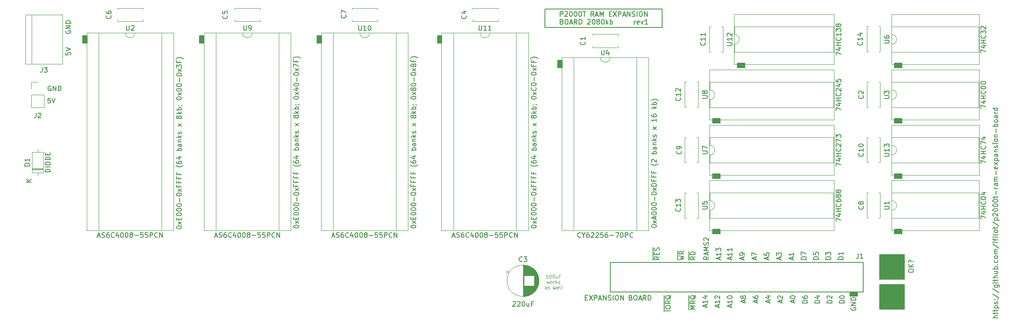
<source format=gbr>
%TF.GenerationSoftware,KiCad,Pcbnew,7.0.10*%
%TF.CreationDate,2024-05-03T22:31:34+02:00*%
%TF.ProjectId,p2000t-ram-expansion-board-2080kb,70323030-3074-42d7-9261-6d2d65787061,rev?*%
%TF.SameCoordinates,Original*%
%TF.FileFunction,Legend,Top*%
%TF.FilePolarity,Positive*%
%FSLAX46Y46*%
G04 Gerber Fmt 4.6, Leading zero omitted, Abs format (unit mm)*
G04 Created by KiCad (PCBNEW 7.0.10) date 2024-05-03 22:31:34*
%MOMM*%
%LPD*%
G01*
G04 APERTURE LIST*
%ADD10C,0.150000*%
%ADD11C,0.100000*%
%ADD12C,0.120000*%
G04 APERTURE END LIST*
D10*
X179773000Y-104721800D02*
X181297000Y-104721800D01*
X181297000Y-105610800D01*
X179773000Y-105610800D01*
X179773000Y-104721800D01*
G36*
X179773000Y-104721800D02*
G01*
X181297000Y-104721800D01*
X181297000Y-105610800D01*
X179773000Y-105610800D01*
X179773000Y-104721800D01*
G37*
X98366000Y-76146800D02*
X99255000Y-76146800D01*
X99255000Y-77670800D01*
X98366000Y-77670800D01*
X98366000Y-76146800D01*
G36*
X98366000Y-76146800D02*
G01*
X99255000Y-76146800D01*
X99255000Y-77670800D01*
X98366000Y-77670800D01*
X98366000Y-76146800D01*
G37*
X74109000Y-76146800D02*
X74998000Y-76146800D01*
X74998000Y-77670800D01*
X74109000Y-77670800D01*
X74109000Y-76146800D01*
G36*
X74109000Y-76146800D02*
G01*
X74998000Y-76146800D01*
X74998000Y-77670800D01*
X74109000Y-77670800D01*
X74109000Y-76146800D01*
G37*
X208068600Y-129029600D02*
X209592600Y-129029600D01*
X209592600Y-129918600D01*
X208068600Y-129918600D01*
X208068600Y-129029600D01*
G36*
X208068600Y-129029600D02*
G01*
X209592600Y-129029600D01*
X209592600Y-129918600D01*
X208068600Y-129918600D01*
X208068600Y-129029600D01*
G37*
X179773000Y-93291800D02*
X181297000Y-93291800D01*
X181297000Y-94180800D01*
X179773000Y-94180800D01*
X179773000Y-93291800D01*
G36*
X179773000Y-93291800D02*
G01*
X181297000Y-93291800D01*
X181297000Y-94180800D01*
X179773000Y-94180800D01*
X179773000Y-93291800D01*
G37*
X179773000Y-116151800D02*
X181297000Y-116151800D01*
X181297000Y-117040800D01*
X179773000Y-117040800D01*
X179773000Y-116151800D01*
G36*
X179773000Y-116151800D02*
G01*
X181297000Y-116151800D01*
X181297000Y-117040800D01*
X179773000Y-117040800D01*
X179773000Y-116151800D01*
G37*
X217233000Y-116151800D02*
X218757000Y-116151800D01*
X218757000Y-117040800D01*
X217233000Y-117040800D01*
X217233000Y-116151800D01*
G36*
X217233000Y-116151800D02*
G01*
X218757000Y-116151800D01*
X218757000Y-117040800D01*
X217233000Y-117040800D01*
X217233000Y-116151800D01*
G37*
X214190000Y-121358800D02*
X219270000Y-121358800D01*
X219270000Y-126438800D01*
X214190000Y-126438800D01*
X214190000Y-121358800D01*
G36*
X214190000Y-121358800D02*
G01*
X219270000Y-121358800D01*
X219270000Y-126438800D01*
X214190000Y-126438800D01*
X214190000Y-121358800D01*
G37*
X123131000Y-76146800D02*
X124020000Y-76146800D01*
X124020000Y-77670800D01*
X123131000Y-77670800D01*
X123131000Y-76146800D01*
G36*
X123131000Y-76146800D02*
G01*
X124020000Y-76146800D01*
X124020000Y-77670800D01*
X123131000Y-77670800D01*
X123131000Y-76146800D01*
G37*
X50106000Y-76146800D02*
X50995000Y-76146800D01*
X50995000Y-77670800D01*
X50106000Y-77670800D01*
X50106000Y-76146800D01*
G36*
X50106000Y-76146800D02*
G01*
X50995000Y-76146800D01*
X50995000Y-77670800D01*
X50106000Y-77670800D01*
X50106000Y-76146800D01*
G37*
X184853000Y-81861800D02*
X186377000Y-81861800D01*
X186377000Y-82750800D01*
X184853000Y-82750800D01*
X184853000Y-81861800D01*
G36*
X184853000Y-81861800D02*
G01*
X186377000Y-81861800D01*
X186377000Y-82750800D01*
X184853000Y-82750800D01*
X184853000Y-81861800D01*
G37*
X217233000Y-104721800D02*
X218757000Y-104721800D01*
X218757000Y-105610800D01*
X217233000Y-105610800D01*
X217233000Y-104721800D01*
G36*
X217233000Y-104721800D02*
G01*
X218757000Y-104721800D01*
X218757000Y-105610800D01*
X217233000Y-105610800D01*
X217233000Y-104721800D01*
G37*
X214190000Y-127581800D02*
X219270000Y-127581800D01*
X219270000Y-132661800D01*
X214190000Y-132661800D01*
X214190000Y-127581800D01*
G36*
X214190000Y-127581800D02*
G01*
X219270000Y-127581800D01*
X219270000Y-132661800D01*
X214190000Y-132661800D01*
X214190000Y-127581800D01*
G37*
X145288000Y-70612000D02*
X169418000Y-70612000D01*
X169418000Y-74422000D01*
X145288000Y-74422000D01*
X145288000Y-70612000D01*
X217233000Y-93291800D02*
X218757000Y-93291800D01*
X218757000Y-94180800D01*
X217233000Y-94180800D01*
X217233000Y-93291800D01*
G36*
X217233000Y-93291800D02*
G01*
X218757000Y-93291800D01*
X218757000Y-94180800D01*
X217233000Y-94180800D01*
X217233000Y-93291800D01*
G37*
X217233000Y-81861800D02*
X218757000Y-81861800D01*
X218757000Y-82750800D01*
X217233000Y-82750800D01*
X217233000Y-81861800D01*
G36*
X217233000Y-81861800D02*
G01*
X218757000Y-81861800D01*
X218757000Y-82750800D01*
X217233000Y-82750800D01*
X217233000Y-81861800D01*
G37*
X147896000Y-81226800D02*
X148785000Y-81226800D01*
X148785000Y-82750800D01*
X147896000Y-82750800D01*
X147896000Y-81226800D01*
G36*
X147896000Y-81226800D02*
G01*
X148785000Y-81226800D01*
X148785000Y-82750800D01*
X147896000Y-82750800D01*
X147896000Y-81226800D01*
G37*
X158708600Y-122933600D02*
X210778600Y-122933600D01*
X210778600Y-129029600D01*
X158708600Y-129029600D01*
X158708600Y-122933600D01*
X176181419Y-121771392D02*
X175705228Y-122104725D01*
X176181419Y-122342820D02*
X175181419Y-122342820D01*
X175181419Y-122342820D02*
X175181419Y-121961868D01*
X175181419Y-121961868D02*
X175229038Y-121866630D01*
X175229038Y-121866630D02*
X175276657Y-121819011D01*
X175276657Y-121819011D02*
X175371895Y-121771392D01*
X175371895Y-121771392D02*
X175514752Y-121771392D01*
X175514752Y-121771392D02*
X175609990Y-121819011D01*
X175609990Y-121819011D02*
X175657609Y-121866630D01*
X175657609Y-121866630D02*
X175705228Y-121961868D01*
X175705228Y-121961868D02*
X175705228Y-122342820D01*
X176181419Y-121342820D02*
X175181419Y-121342820D01*
X175181419Y-121342820D02*
X175181419Y-121104725D01*
X175181419Y-121104725D02*
X175229038Y-120961868D01*
X175229038Y-120961868D02*
X175324276Y-120866630D01*
X175324276Y-120866630D02*
X175419514Y-120819011D01*
X175419514Y-120819011D02*
X175609990Y-120771392D01*
X175609990Y-120771392D02*
X175752847Y-120771392D01*
X175752847Y-120771392D02*
X175943323Y-120819011D01*
X175943323Y-120819011D02*
X176038561Y-120866630D01*
X176038561Y-120866630D02*
X176133800Y-120961868D01*
X176133800Y-120961868D02*
X176181419Y-121104725D01*
X176181419Y-121104725D02*
X176181419Y-121342820D01*
X174903800Y-122480916D02*
X174903800Y-120680916D01*
X172895419Y-122438058D02*
X173895419Y-122199963D01*
X173895419Y-122199963D02*
X173181133Y-122009487D01*
X173181133Y-122009487D02*
X173895419Y-121819011D01*
X173895419Y-121819011D02*
X172895419Y-121580916D01*
X173895419Y-120628535D02*
X173419228Y-120961868D01*
X173895419Y-121199963D02*
X172895419Y-121199963D01*
X172895419Y-121199963D02*
X172895419Y-120819011D01*
X172895419Y-120819011D02*
X172943038Y-120723773D01*
X172943038Y-120723773D02*
X172990657Y-120676154D01*
X172990657Y-120676154D02*
X173085895Y-120628535D01*
X173085895Y-120628535D02*
X173228752Y-120628535D01*
X173228752Y-120628535D02*
X173323990Y-120676154D01*
X173323990Y-120676154D02*
X173371609Y-120723773D01*
X173371609Y-120723773D02*
X173419228Y-120819011D01*
X173419228Y-120819011D02*
X173419228Y-121199963D01*
X172617800Y-122480916D02*
X172617800Y-120538059D01*
X188849704Y-131255331D02*
X188849704Y-130779141D01*
X189135419Y-131350569D02*
X188135419Y-131017236D01*
X188135419Y-131017236D02*
X189135419Y-130683903D01*
X188135419Y-129921998D02*
X188135419Y-130112474D01*
X188135419Y-130112474D02*
X188183038Y-130207712D01*
X188183038Y-130207712D02*
X188230657Y-130255331D01*
X188230657Y-130255331D02*
X188373514Y-130350569D01*
X188373514Y-130350569D02*
X188563990Y-130398188D01*
X188563990Y-130398188D02*
X188944942Y-130398188D01*
X188944942Y-130398188D02*
X189040180Y-130350569D01*
X189040180Y-130350569D02*
X189087800Y-130302950D01*
X189087800Y-130302950D02*
X189135419Y-130207712D01*
X189135419Y-130207712D02*
X189135419Y-130017236D01*
X189135419Y-130017236D02*
X189087800Y-129921998D01*
X189087800Y-129921998D02*
X189040180Y-129874379D01*
X189040180Y-129874379D02*
X188944942Y-129826760D01*
X188944942Y-129826760D02*
X188706847Y-129826760D01*
X188706847Y-129826760D02*
X188611609Y-129874379D01*
X188611609Y-129874379D02*
X188563990Y-129921998D01*
X188563990Y-129921998D02*
X188516371Y-130017236D01*
X188516371Y-130017236D02*
X188516371Y-130207712D01*
X188516371Y-130207712D02*
X188563990Y-130302950D01*
X188563990Y-130302950D02*
X188611609Y-130350569D01*
X188611609Y-130350569D02*
X188706847Y-130398188D01*
X163658779Y-73783819D02*
X163658779Y-73117152D01*
X163658779Y-73307628D02*
X163706398Y-73212390D01*
X163706398Y-73212390D02*
X163754017Y-73164771D01*
X163754017Y-73164771D02*
X163849255Y-73117152D01*
X163849255Y-73117152D02*
X163944493Y-73117152D01*
X164658779Y-73736200D02*
X164563541Y-73783819D01*
X164563541Y-73783819D02*
X164373065Y-73783819D01*
X164373065Y-73783819D02*
X164277827Y-73736200D01*
X164277827Y-73736200D02*
X164230208Y-73640961D01*
X164230208Y-73640961D02*
X164230208Y-73260009D01*
X164230208Y-73260009D02*
X164277827Y-73164771D01*
X164277827Y-73164771D02*
X164373065Y-73117152D01*
X164373065Y-73117152D02*
X164563541Y-73117152D01*
X164563541Y-73117152D02*
X164658779Y-73164771D01*
X164658779Y-73164771D02*
X164706398Y-73260009D01*
X164706398Y-73260009D02*
X164706398Y-73355247D01*
X164706398Y-73355247D02*
X164230208Y-73450485D01*
X165039732Y-73117152D02*
X165277827Y-73783819D01*
X165277827Y-73783819D02*
X165515922Y-73117152D01*
X166420684Y-73783819D02*
X165849256Y-73783819D01*
X166134970Y-73783819D02*
X166134970Y-72783819D01*
X166134970Y-72783819D02*
X166039732Y-72926676D01*
X166039732Y-72926676D02*
X165944494Y-73021914D01*
X165944494Y-73021914D02*
X165849256Y-73069533D01*
X183515704Y-122390439D02*
X183515704Y-121914249D01*
X183801419Y-122485677D02*
X182801419Y-122152344D01*
X182801419Y-122152344D02*
X183801419Y-121819011D01*
X183801419Y-120961868D02*
X183801419Y-121533296D01*
X183801419Y-121247582D02*
X182801419Y-121247582D01*
X182801419Y-121247582D02*
X182944276Y-121342820D01*
X182944276Y-121342820D02*
X183039514Y-121438058D01*
X183039514Y-121438058D02*
X183087133Y-121533296D01*
X183801419Y-120009487D02*
X183801419Y-120580915D01*
X183801419Y-120295201D02*
X182801419Y-120295201D01*
X182801419Y-120295201D02*
X182944276Y-120390439D01*
X182944276Y-120390439D02*
X183039514Y-120485677D01*
X183039514Y-120485677D02*
X183087133Y-120580915D01*
X171101419Y-132969616D02*
X170101419Y-132969616D01*
X170101419Y-132302950D02*
X170101419Y-132112474D01*
X170101419Y-132112474D02*
X170149038Y-132017236D01*
X170149038Y-132017236D02*
X170244276Y-131921998D01*
X170244276Y-131921998D02*
X170434752Y-131874379D01*
X170434752Y-131874379D02*
X170768085Y-131874379D01*
X170768085Y-131874379D02*
X170958561Y-131921998D01*
X170958561Y-131921998D02*
X171053800Y-132017236D01*
X171053800Y-132017236D02*
X171101419Y-132112474D01*
X171101419Y-132112474D02*
X171101419Y-132302950D01*
X171101419Y-132302950D02*
X171053800Y-132398188D01*
X171053800Y-132398188D02*
X170958561Y-132493426D01*
X170958561Y-132493426D02*
X170768085Y-132541045D01*
X170768085Y-132541045D02*
X170434752Y-132541045D01*
X170434752Y-132541045D02*
X170244276Y-132493426D01*
X170244276Y-132493426D02*
X170149038Y-132398188D01*
X170149038Y-132398188D02*
X170101419Y-132302950D01*
X171101419Y-130874379D02*
X170625228Y-131207712D01*
X171101419Y-131445807D02*
X170101419Y-131445807D01*
X170101419Y-131445807D02*
X170101419Y-131064855D01*
X170101419Y-131064855D02*
X170149038Y-130969617D01*
X170149038Y-130969617D02*
X170196657Y-130921998D01*
X170196657Y-130921998D02*
X170291895Y-130874379D01*
X170291895Y-130874379D02*
X170434752Y-130874379D01*
X170434752Y-130874379D02*
X170529990Y-130921998D01*
X170529990Y-130921998D02*
X170577609Y-130969617D01*
X170577609Y-130969617D02*
X170625228Y-131064855D01*
X170625228Y-131064855D02*
X170625228Y-131445807D01*
X171196657Y-129779141D02*
X171149038Y-129874379D01*
X171149038Y-129874379D02*
X171053800Y-129969617D01*
X171053800Y-129969617D02*
X170910942Y-130112474D01*
X170910942Y-130112474D02*
X170863323Y-130207712D01*
X170863323Y-130207712D02*
X170863323Y-130302950D01*
X171101419Y-130255331D02*
X171053800Y-130350569D01*
X171053800Y-130350569D02*
X170958561Y-130445807D01*
X170958561Y-130445807D02*
X170768085Y-130493426D01*
X170768085Y-130493426D02*
X170434752Y-130493426D01*
X170434752Y-130493426D02*
X170244276Y-130445807D01*
X170244276Y-130445807D02*
X170149038Y-130350569D01*
X170149038Y-130350569D02*
X170101419Y-130255331D01*
X170101419Y-130255331D02*
X170101419Y-130064855D01*
X170101419Y-130064855D02*
X170149038Y-129969617D01*
X170149038Y-129969617D02*
X170244276Y-129874379D01*
X170244276Y-129874379D02*
X170434752Y-129826760D01*
X170434752Y-129826760D02*
X170768085Y-129826760D01*
X170768085Y-129826760D02*
X170958561Y-129874379D01*
X170958561Y-129874379D02*
X171053800Y-129969617D01*
X171053800Y-129969617D02*
X171101419Y-130064855D01*
X171101419Y-130064855D02*
X171101419Y-130255331D01*
X169823800Y-133107712D02*
X169823800Y-129736284D01*
X196469704Y-131255331D02*
X196469704Y-130779141D01*
X196755419Y-131350569D02*
X195755419Y-131017236D01*
X195755419Y-131017236D02*
X196755419Y-130683903D01*
X195755419Y-130160093D02*
X195755419Y-130064855D01*
X195755419Y-130064855D02*
X195803038Y-129969617D01*
X195803038Y-129969617D02*
X195850657Y-129921998D01*
X195850657Y-129921998D02*
X195945895Y-129874379D01*
X195945895Y-129874379D02*
X196136371Y-129826760D01*
X196136371Y-129826760D02*
X196374466Y-129826760D01*
X196374466Y-129826760D02*
X196564942Y-129874379D01*
X196564942Y-129874379D02*
X196660180Y-129921998D01*
X196660180Y-129921998D02*
X196707800Y-129969617D01*
X196707800Y-129969617D02*
X196755419Y-130064855D01*
X196755419Y-130064855D02*
X196755419Y-130160093D01*
X196755419Y-130160093D02*
X196707800Y-130255331D01*
X196707800Y-130255331D02*
X196660180Y-130302950D01*
X196660180Y-130302950D02*
X196564942Y-130350569D01*
X196564942Y-130350569D02*
X196374466Y-130398188D01*
X196374466Y-130398188D02*
X196136371Y-130398188D01*
X196136371Y-130398188D02*
X195945895Y-130350569D01*
X195945895Y-130350569D02*
X195850657Y-130302950D01*
X195850657Y-130302950D02*
X195803038Y-130255331D01*
X195803038Y-130255331D02*
X195755419Y-130160093D01*
X206661419Y-122342820D02*
X205661419Y-122342820D01*
X205661419Y-122342820D02*
X205661419Y-122104725D01*
X205661419Y-122104725D02*
X205709038Y-121961868D01*
X205709038Y-121961868D02*
X205804276Y-121866630D01*
X205804276Y-121866630D02*
X205899514Y-121819011D01*
X205899514Y-121819011D02*
X206089990Y-121771392D01*
X206089990Y-121771392D02*
X206232847Y-121771392D01*
X206232847Y-121771392D02*
X206423323Y-121819011D01*
X206423323Y-121819011D02*
X206518561Y-121866630D01*
X206518561Y-121866630D02*
X206613800Y-121961868D01*
X206613800Y-121961868D02*
X206661419Y-122104725D01*
X206661419Y-122104725D02*
X206661419Y-122342820D01*
X206661419Y-120819011D02*
X206661419Y-121390439D01*
X206661419Y-121104725D02*
X205661419Y-121104725D01*
X205661419Y-121104725D02*
X205804276Y-121199963D01*
X205804276Y-121199963D02*
X205899514Y-121295201D01*
X205899514Y-121295201D02*
X205947133Y-121390439D01*
X180975704Y-132207712D02*
X180975704Y-131731522D01*
X181261419Y-132302950D02*
X180261419Y-131969617D01*
X180261419Y-131969617D02*
X181261419Y-131636284D01*
X181261419Y-130779141D02*
X181261419Y-131350569D01*
X181261419Y-131064855D02*
X180261419Y-131064855D01*
X180261419Y-131064855D02*
X180404276Y-131160093D01*
X180404276Y-131160093D02*
X180499514Y-131255331D01*
X180499514Y-131255331D02*
X180547133Y-131350569D01*
X180356657Y-130398188D02*
X180309038Y-130350569D01*
X180309038Y-130350569D02*
X180261419Y-130255331D01*
X180261419Y-130255331D02*
X180261419Y-130017236D01*
X180261419Y-130017236D02*
X180309038Y-129921998D01*
X180309038Y-129921998D02*
X180356657Y-129874379D01*
X180356657Y-129874379D02*
X180451895Y-129826760D01*
X180451895Y-129826760D02*
X180547133Y-129826760D01*
X180547133Y-129826760D02*
X180689990Y-129874379D01*
X180689990Y-129874379D02*
X181261419Y-130445807D01*
X181261419Y-130445807D02*
X181261419Y-129826760D01*
X43451077Y-89063619D02*
X42974887Y-89063619D01*
X42974887Y-89063619D02*
X42927268Y-89539809D01*
X42927268Y-89539809D02*
X42974887Y-89492190D01*
X42974887Y-89492190D02*
X43070125Y-89444571D01*
X43070125Y-89444571D02*
X43308220Y-89444571D01*
X43308220Y-89444571D02*
X43403458Y-89492190D01*
X43403458Y-89492190D02*
X43451077Y-89539809D01*
X43451077Y-89539809D02*
X43498696Y-89635047D01*
X43498696Y-89635047D02*
X43498696Y-89873142D01*
X43498696Y-89873142D02*
X43451077Y-89968380D01*
X43451077Y-89968380D02*
X43403458Y-90016000D01*
X43403458Y-90016000D02*
X43308220Y-90063619D01*
X43308220Y-90063619D02*
X43070125Y-90063619D01*
X43070125Y-90063619D02*
X42974887Y-90016000D01*
X42974887Y-90016000D02*
X42927268Y-89968380D01*
X43784411Y-89063619D02*
X44117744Y-90063619D01*
X44117744Y-90063619D02*
X44451077Y-89063619D01*
X93552819Y-115617544D02*
X93552819Y-115522306D01*
X93552819Y-115522306D02*
X93600438Y-115427068D01*
X93600438Y-115427068D02*
X93648057Y-115379449D01*
X93648057Y-115379449D02*
X93743295Y-115331830D01*
X93743295Y-115331830D02*
X93933771Y-115284211D01*
X93933771Y-115284211D02*
X94171866Y-115284211D01*
X94171866Y-115284211D02*
X94362342Y-115331830D01*
X94362342Y-115331830D02*
X94457580Y-115379449D01*
X94457580Y-115379449D02*
X94505200Y-115427068D01*
X94505200Y-115427068D02*
X94552819Y-115522306D01*
X94552819Y-115522306D02*
X94552819Y-115617544D01*
X94552819Y-115617544D02*
X94505200Y-115712782D01*
X94505200Y-115712782D02*
X94457580Y-115760401D01*
X94457580Y-115760401D02*
X94362342Y-115808020D01*
X94362342Y-115808020D02*
X94171866Y-115855639D01*
X94171866Y-115855639D02*
X93933771Y-115855639D01*
X93933771Y-115855639D02*
X93743295Y-115808020D01*
X93743295Y-115808020D02*
X93648057Y-115760401D01*
X93648057Y-115760401D02*
X93600438Y-115712782D01*
X93600438Y-115712782D02*
X93552819Y-115617544D01*
X94552819Y-114950877D02*
X93886152Y-114427068D01*
X93886152Y-114950877D02*
X94552819Y-114427068D01*
X94029009Y-114046115D02*
X94029009Y-113712782D01*
X94552819Y-113569925D02*
X94552819Y-114046115D01*
X94552819Y-114046115D02*
X93552819Y-114046115D01*
X93552819Y-114046115D02*
X93552819Y-113569925D01*
X93552819Y-112950877D02*
X93552819Y-112855639D01*
X93552819Y-112855639D02*
X93600438Y-112760401D01*
X93600438Y-112760401D02*
X93648057Y-112712782D01*
X93648057Y-112712782D02*
X93743295Y-112665163D01*
X93743295Y-112665163D02*
X93933771Y-112617544D01*
X93933771Y-112617544D02*
X94171866Y-112617544D01*
X94171866Y-112617544D02*
X94362342Y-112665163D01*
X94362342Y-112665163D02*
X94457580Y-112712782D01*
X94457580Y-112712782D02*
X94505200Y-112760401D01*
X94505200Y-112760401D02*
X94552819Y-112855639D01*
X94552819Y-112855639D02*
X94552819Y-112950877D01*
X94552819Y-112950877D02*
X94505200Y-113046115D01*
X94505200Y-113046115D02*
X94457580Y-113093734D01*
X94457580Y-113093734D02*
X94362342Y-113141353D01*
X94362342Y-113141353D02*
X94171866Y-113188972D01*
X94171866Y-113188972D02*
X93933771Y-113188972D01*
X93933771Y-113188972D02*
X93743295Y-113141353D01*
X93743295Y-113141353D02*
X93648057Y-113093734D01*
X93648057Y-113093734D02*
X93600438Y-113046115D01*
X93600438Y-113046115D02*
X93552819Y-112950877D01*
X93552819Y-111998496D02*
X93552819Y-111903258D01*
X93552819Y-111903258D02*
X93600438Y-111808020D01*
X93600438Y-111808020D02*
X93648057Y-111760401D01*
X93648057Y-111760401D02*
X93743295Y-111712782D01*
X93743295Y-111712782D02*
X93933771Y-111665163D01*
X93933771Y-111665163D02*
X94171866Y-111665163D01*
X94171866Y-111665163D02*
X94362342Y-111712782D01*
X94362342Y-111712782D02*
X94457580Y-111760401D01*
X94457580Y-111760401D02*
X94505200Y-111808020D01*
X94505200Y-111808020D02*
X94552819Y-111903258D01*
X94552819Y-111903258D02*
X94552819Y-111998496D01*
X94552819Y-111998496D02*
X94505200Y-112093734D01*
X94505200Y-112093734D02*
X94457580Y-112141353D01*
X94457580Y-112141353D02*
X94362342Y-112188972D01*
X94362342Y-112188972D02*
X94171866Y-112236591D01*
X94171866Y-112236591D02*
X93933771Y-112236591D01*
X93933771Y-112236591D02*
X93743295Y-112188972D01*
X93743295Y-112188972D02*
X93648057Y-112141353D01*
X93648057Y-112141353D02*
X93600438Y-112093734D01*
X93600438Y-112093734D02*
X93552819Y-111998496D01*
X93552819Y-111046115D02*
X93552819Y-110950877D01*
X93552819Y-110950877D02*
X93600438Y-110855639D01*
X93600438Y-110855639D02*
X93648057Y-110808020D01*
X93648057Y-110808020D02*
X93743295Y-110760401D01*
X93743295Y-110760401D02*
X93933771Y-110712782D01*
X93933771Y-110712782D02*
X94171866Y-110712782D01*
X94171866Y-110712782D02*
X94362342Y-110760401D01*
X94362342Y-110760401D02*
X94457580Y-110808020D01*
X94457580Y-110808020D02*
X94505200Y-110855639D01*
X94505200Y-110855639D02*
X94552819Y-110950877D01*
X94552819Y-110950877D02*
X94552819Y-111046115D01*
X94552819Y-111046115D02*
X94505200Y-111141353D01*
X94505200Y-111141353D02*
X94457580Y-111188972D01*
X94457580Y-111188972D02*
X94362342Y-111236591D01*
X94362342Y-111236591D02*
X94171866Y-111284210D01*
X94171866Y-111284210D02*
X93933771Y-111284210D01*
X93933771Y-111284210D02*
X93743295Y-111236591D01*
X93743295Y-111236591D02*
X93648057Y-111188972D01*
X93648057Y-111188972D02*
X93600438Y-111141353D01*
X93600438Y-111141353D02*
X93552819Y-111046115D01*
X94171866Y-110284210D02*
X94171866Y-109522306D01*
X93552819Y-108855639D02*
X93552819Y-108760401D01*
X93552819Y-108760401D02*
X93600438Y-108665163D01*
X93600438Y-108665163D02*
X93648057Y-108617544D01*
X93648057Y-108617544D02*
X93743295Y-108569925D01*
X93743295Y-108569925D02*
X93933771Y-108522306D01*
X93933771Y-108522306D02*
X94171866Y-108522306D01*
X94171866Y-108522306D02*
X94362342Y-108569925D01*
X94362342Y-108569925D02*
X94457580Y-108617544D01*
X94457580Y-108617544D02*
X94505200Y-108665163D01*
X94505200Y-108665163D02*
X94552819Y-108760401D01*
X94552819Y-108760401D02*
X94552819Y-108855639D01*
X94552819Y-108855639D02*
X94505200Y-108950877D01*
X94505200Y-108950877D02*
X94457580Y-108998496D01*
X94457580Y-108998496D02*
X94362342Y-109046115D01*
X94362342Y-109046115D02*
X94171866Y-109093734D01*
X94171866Y-109093734D02*
X93933771Y-109093734D01*
X93933771Y-109093734D02*
X93743295Y-109046115D01*
X93743295Y-109046115D02*
X93648057Y-108998496D01*
X93648057Y-108998496D02*
X93600438Y-108950877D01*
X93600438Y-108950877D02*
X93552819Y-108855639D01*
X94552819Y-108188972D02*
X93886152Y-107665163D01*
X93886152Y-108188972D02*
X94552819Y-107665163D01*
X94029009Y-106950877D02*
X94029009Y-107284210D01*
X94552819Y-107284210D02*
X93552819Y-107284210D01*
X93552819Y-107284210D02*
X93552819Y-106808020D01*
X94029009Y-106093734D02*
X94029009Y-106427067D01*
X94552819Y-106427067D02*
X93552819Y-106427067D01*
X93552819Y-106427067D02*
X93552819Y-105950877D01*
X94029009Y-105236591D02*
X94029009Y-105569924D01*
X94552819Y-105569924D02*
X93552819Y-105569924D01*
X93552819Y-105569924D02*
X93552819Y-105093734D01*
X94029009Y-104379448D02*
X94029009Y-104712781D01*
X94552819Y-104712781D02*
X93552819Y-104712781D01*
X93552819Y-104712781D02*
X93552819Y-104236591D01*
X94933771Y-102808019D02*
X94886152Y-102855638D01*
X94886152Y-102855638D02*
X94743295Y-102950876D01*
X94743295Y-102950876D02*
X94648057Y-102998495D01*
X94648057Y-102998495D02*
X94505200Y-103046114D01*
X94505200Y-103046114D02*
X94267104Y-103093733D01*
X94267104Y-103093733D02*
X94076628Y-103093733D01*
X94076628Y-103093733D02*
X93838533Y-103046114D01*
X93838533Y-103046114D02*
X93695676Y-102998495D01*
X93695676Y-102998495D02*
X93600438Y-102950876D01*
X93600438Y-102950876D02*
X93457580Y-102855638D01*
X93457580Y-102855638D02*
X93409961Y-102808019D01*
X93552819Y-101998495D02*
X93552819Y-102188971D01*
X93552819Y-102188971D02*
X93600438Y-102284209D01*
X93600438Y-102284209D02*
X93648057Y-102331828D01*
X93648057Y-102331828D02*
X93790914Y-102427066D01*
X93790914Y-102427066D02*
X93981390Y-102474685D01*
X93981390Y-102474685D02*
X94362342Y-102474685D01*
X94362342Y-102474685D02*
X94457580Y-102427066D01*
X94457580Y-102427066D02*
X94505200Y-102379447D01*
X94505200Y-102379447D02*
X94552819Y-102284209D01*
X94552819Y-102284209D02*
X94552819Y-102093733D01*
X94552819Y-102093733D02*
X94505200Y-101998495D01*
X94505200Y-101998495D02*
X94457580Y-101950876D01*
X94457580Y-101950876D02*
X94362342Y-101903257D01*
X94362342Y-101903257D02*
X94124247Y-101903257D01*
X94124247Y-101903257D02*
X94029009Y-101950876D01*
X94029009Y-101950876D02*
X93981390Y-101998495D01*
X93981390Y-101998495D02*
X93933771Y-102093733D01*
X93933771Y-102093733D02*
X93933771Y-102284209D01*
X93933771Y-102284209D02*
X93981390Y-102379447D01*
X93981390Y-102379447D02*
X94029009Y-102427066D01*
X94029009Y-102427066D02*
X94124247Y-102474685D01*
X93886152Y-101046114D02*
X94552819Y-101046114D01*
X93505200Y-101284209D02*
X94219485Y-101522304D01*
X94219485Y-101522304D02*
X94219485Y-100903257D01*
X94552819Y-99760399D02*
X93552819Y-99760399D01*
X93933771Y-99760399D02*
X93886152Y-99665161D01*
X93886152Y-99665161D02*
X93886152Y-99474685D01*
X93886152Y-99474685D02*
X93933771Y-99379447D01*
X93933771Y-99379447D02*
X93981390Y-99331828D01*
X93981390Y-99331828D02*
X94076628Y-99284209D01*
X94076628Y-99284209D02*
X94362342Y-99284209D01*
X94362342Y-99284209D02*
X94457580Y-99331828D01*
X94457580Y-99331828D02*
X94505200Y-99379447D01*
X94505200Y-99379447D02*
X94552819Y-99474685D01*
X94552819Y-99474685D02*
X94552819Y-99665161D01*
X94552819Y-99665161D02*
X94505200Y-99760399D01*
X94552819Y-98427066D02*
X94029009Y-98427066D01*
X94029009Y-98427066D02*
X93933771Y-98474685D01*
X93933771Y-98474685D02*
X93886152Y-98569923D01*
X93886152Y-98569923D02*
X93886152Y-98760399D01*
X93886152Y-98760399D02*
X93933771Y-98855637D01*
X94505200Y-98427066D02*
X94552819Y-98522304D01*
X94552819Y-98522304D02*
X94552819Y-98760399D01*
X94552819Y-98760399D02*
X94505200Y-98855637D01*
X94505200Y-98855637D02*
X94409961Y-98903256D01*
X94409961Y-98903256D02*
X94314723Y-98903256D01*
X94314723Y-98903256D02*
X94219485Y-98855637D01*
X94219485Y-98855637D02*
X94171866Y-98760399D01*
X94171866Y-98760399D02*
X94171866Y-98522304D01*
X94171866Y-98522304D02*
X94124247Y-98427066D01*
X93886152Y-97950875D02*
X94552819Y-97950875D01*
X93981390Y-97950875D02*
X93933771Y-97903256D01*
X93933771Y-97903256D02*
X93886152Y-97808018D01*
X93886152Y-97808018D02*
X93886152Y-97665161D01*
X93886152Y-97665161D02*
X93933771Y-97569923D01*
X93933771Y-97569923D02*
X94029009Y-97522304D01*
X94029009Y-97522304D02*
X94552819Y-97522304D01*
X94552819Y-97046113D02*
X93552819Y-97046113D01*
X94171866Y-96950875D02*
X94552819Y-96665161D01*
X93886152Y-96665161D02*
X94267104Y-97046113D01*
X94505200Y-96284208D02*
X94552819Y-96188970D01*
X94552819Y-96188970D02*
X94552819Y-95998494D01*
X94552819Y-95998494D02*
X94505200Y-95903256D01*
X94505200Y-95903256D02*
X94409961Y-95855637D01*
X94409961Y-95855637D02*
X94362342Y-95855637D01*
X94362342Y-95855637D02*
X94267104Y-95903256D01*
X94267104Y-95903256D02*
X94219485Y-95998494D01*
X94219485Y-95998494D02*
X94219485Y-96141351D01*
X94219485Y-96141351D02*
X94171866Y-96236589D01*
X94171866Y-96236589D02*
X94076628Y-96284208D01*
X94076628Y-96284208D02*
X94029009Y-96284208D01*
X94029009Y-96284208D02*
X93933771Y-96236589D01*
X93933771Y-96236589D02*
X93886152Y-96141351D01*
X93886152Y-96141351D02*
X93886152Y-95998494D01*
X93886152Y-95998494D02*
X93933771Y-95903256D01*
X94552819Y-94760398D02*
X93886152Y-94236589D01*
X93886152Y-94760398D02*
X94552819Y-94236589D01*
X93981390Y-92950874D02*
X93933771Y-93046112D01*
X93933771Y-93046112D02*
X93886152Y-93093731D01*
X93886152Y-93093731D02*
X93790914Y-93141350D01*
X93790914Y-93141350D02*
X93743295Y-93141350D01*
X93743295Y-93141350D02*
X93648057Y-93093731D01*
X93648057Y-93093731D02*
X93600438Y-93046112D01*
X93600438Y-93046112D02*
X93552819Y-92950874D01*
X93552819Y-92950874D02*
X93552819Y-92760398D01*
X93552819Y-92760398D02*
X93600438Y-92665160D01*
X93600438Y-92665160D02*
X93648057Y-92617541D01*
X93648057Y-92617541D02*
X93743295Y-92569922D01*
X93743295Y-92569922D02*
X93790914Y-92569922D01*
X93790914Y-92569922D02*
X93886152Y-92617541D01*
X93886152Y-92617541D02*
X93933771Y-92665160D01*
X93933771Y-92665160D02*
X93981390Y-92760398D01*
X93981390Y-92760398D02*
X93981390Y-92950874D01*
X93981390Y-92950874D02*
X94029009Y-93046112D01*
X94029009Y-93046112D02*
X94076628Y-93093731D01*
X94076628Y-93093731D02*
X94171866Y-93141350D01*
X94171866Y-93141350D02*
X94362342Y-93141350D01*
X94362342Y-93141350D02*
X94457580Y-93093731D01*
X94457580Y-93093731D02*
X94505200Y-93046112D01*
X94505200Y-93046112D02*
X94552819Y-92950874D01*
X94552819Y-92950874D02*
X94552819Y-92760398D01*
X94552819Y-92760398D02*
X94505200Y-92665160D01*
X94505200Y-92665160D02*
X94457580Y-92617541D01*
X94457580Y-92617541D02*
X94362342Y-92569922D01*
X94362342Y-92569922D02*
X94171866Y-92569922D01*
X94171866Y-92569922D02*
X94076628Y-92617541D01*
X94076628Y-92617541D02*
X94029009Y-92665160D01*
X94029009Y-92665160D02*
X93981390Y-92760398D01*
X94552819Y-92141350D02*
X93552819Y-92141350D01*
X94171866Y-92046112D02*
X94552819Y-91760398D01*
X93886152Y-91760398D02*
X94267104Y-92141350D01*
X94552819Y-91331826D02*
X93552819Y-91331826D01*
X93933771Y-91331826D02*
X93886152Y-91236588D01*
X93886152Y-91236588D02*
X93886152Y-91046112D01*
X93886152Y-91046112D02*
X93933771Y-90950874D01*
X93933771Y-90950874D02*
X93981390Y-90903255D01*
X93981390Y-90903255D02*
X94076628Y-90855636D01*
X94076628Y-90855636D02*
X94362342Y-90855636D01*
X94362342Y-90855636D02*
X94457580Y-90903255D01*
X94457580Y-90903255D02*
X94505200Y-90950874D01*
X94505200Y-90950874D02*
X94552819Y-91046112D01*
X94552819Y-91046112D02*
X94552819Y-91236588D01*
X94552819Y-91236588D02*
X94505200Y-91331826D01*
X94505200Y-90379445D02*
X94552819Y-90379445D01*
X94552819Y-90379445D02*
X94648057Y-90427064D01*
X94648057Y-90427064D02*
X94695676Y-90474683D01*
X93933771Y-90427064D02*
X93981390Y-90379445D01*
X93981390Y-90379445D02*
X94029009Y-90427064D01*
X94029009Y-90427064D02*
X93981390Y-90474683D01*
X93981390Y-90474683D02*
X93933771Y-90427064D01*
X93933771Y-90427064D02*
X94029009Y-90427064D01*
X93552819Y-88998493D02*
X93552819Y-88903255D01*
X93552819Y-88903255D02*
X93600438Y-88808017D01*
X93600438Y-88808017D02*
X93648057Y-88760398D01*
X93648057Y-88760398D02*
X93743295Y-88712779D01*
X93743295Y-88712779D02*
X93933771Y-88665160D01*
X93933771Y-88665160D02*
X94171866Y-88665160D01*
X94171866Y-88665160D02*
X94362342Y-88712779D01*
X94362342Y-88712779D02*
X94457580Y-88760398D01*
X94457580Y-88760398D02*
X94505200Y-88808017D01*
X94505200Y-88808017D02*
X94552819Y-88903255D01*
X94552819Y-88903255D02*
X94552819Y-88998493D01*
X94552819Y-88998493D02*
X94505200Y-89093731D01*
X94505200Y-89093731D02*
X94457580Y-89141350D01*
X94457580Y-89141350D02*
X94362342Y-89188969D01*
X94362342Y-89188969D02*
X94171866Y-89236588D01*
X94171866Y-89236588D02*
X93933771Y-89236588D01*
X93933771Y-89236588D02*
X93743295Y-89188969D01*
X93743295Y-89188969D02*
X93648057Y-89141350D01*
X93648057Y-89141350D02*
X93600438Y-89093731D01*
X93600438Y-89093731D02*
X93552819Y-88998493D01*
X94552819Y-88331826D02*
X93886152Y-87808017D01*
X93886152Y-88331826D02*
X94552819Y-87808017D01*
X93886152Y-86998493D02*
X94552819Y-86998493D01*
X93505200Y-87236588D02*
X94219485Y-87474683D01*
X94219485Y-87474683D02*
X94219485Y-86855636D01*
X93552819Y-86284207D02*
X93552819Y-86188969D01*
X93552819Y-86188969D02*
X93600438Y-86093731D01*
X93600438Y-86093731D02*
X93648057Y-86046112D01*
X93648057Y-86046112D02*
X93743295Y-85998493D01*
X93743295Y-85998493D02*
X93933771Y-85950874D01*
X93933771Y-85950874D02*
X94171866Y-85950874D01*
X94171866Y-85950874D02*
X94362342Y-85998493D01*
X94362342Y-85998493D02*
X94457580Y-86046112D01*
X94457580Y-86046112D02*
X94505200Y-86093731D01*
X94505200Y-86093731D02*
X94552819Y-86188969D01*
X94552819Y-86188969D02*
X94552819Y-86284207D01*
X94552819Y-86284207D02*
X94505200Y-86379445D01*
X94505200Y-86379445D02*
X94457580Y-86427064D01*
X94457580Y-86427064D02*
X94362342Y-86474683D01*
X94362342Y-86474683D02*
X94171866Y-86522302D01*
X94171866Y-86522302D02*
X93933771Y-86522302D01*
X93933771Y-86522302D02*
X93743295Y-86474683D01*
X93743295Y-86474683D02*
X93648057Y-86427064D01*
X93648057Y-86427064D02*
X93600438Y-86379445D01*
X93600438Y-86379445D02*
X93552819Y-86284207D01*
X94171866Y-85522302D02*
X94171866Y-84760398D01*
X93552819Y-84093731D02*
X93552819Y-83998493D01*
X93552819Y-83998493D02*
X93600438Y-83903255D01*
X93600438Y-83903255D02*
X93648057Y-83855636D01*
X93648057Y-83855636D02*
X93743295Y-83808017D01*
X93743295Y-83808017D02*
X93933771Y-83760398D01*
X93933771Y-83760398D02*
X94171866Y-83760398D01*
X94171866Y-83760398D02*
X94362342Y-83808017D01*
X94362342Y-83808017D02*
X94457580Y-83855636D01*
X94457580Y-83855636D02*
X94505200Y-83903255D01*
X94505200Y-83903255D02*
X94552819Y-83998493D01*
X94552819Y-83998493D02*
X94552819Y-84093731D01*
X94552819Y-84093731D02*
X94505200Y-84188969D01*
X94505200Y-84188969D02*
X94457580Y-84236588D01*
X94457580Y-84236588D02*
X94362342Y-84284207D01*
X94362342Y-84284207D02*
X94171866Y-84331826D01*
X94171866Y-84331826D02*
X93933771Y-84331826D01*
X93933771Y-84331826D02*
X93743295Y-84284207D01*
X93743295Y-84284207D02*
X93648057Y-84236588D01*
X93648057Y-84236588D02*
X93600438Y-84188969D01*
X93600438Y-84188969D02*
X93552819Y-84093731D01*
X94552819Y-83427064D02*
X93886152Y-82903255D01*
X93886152Y-83427064D02*
X94552819Y-82903255D01*
X93552819Y-82617540D02*
X93552819Y-81950874D01*
X93552819Y-81950874D02*
X94552819Y-82379445D01*
X94029009Y-81236588D02*
X94029009Y-81569921D01*
X94552819Y-81569921D02*
X93552819Y-81569921D01*
X93552819Y-81569921D02*
X93552819Y-81093731D01*
X94933771Y-80808016D02*
X94886152Y-80760397D01*
X94886152Y-80760397D02*
X94743295Y-80665159D01*
X94743295Y-80665159D02*
X94648057Y-80617540D01*
X94648057Y-80617540D02*
X94505200Y-80569921D01*
X94505200Y-80569921D02*
X94267104Y-80522302D01*
X94267104Y-80522302D02*
X94076628Y-80522302D01*
X94076628Y-80522302D02*
X93838533Y-80569921D01*
X93838533Y-80569921D02*
X93695676Y-80617540D01*
X93695676Y-80617540D02*
X93600438Y-80665159D01*
X93600438Y-80665159D02*
X93457580Y-80760397D01*
X93457580Y-80760397D02*
X93409961Y-80808016D01*
X199295419Y-131350569D02*
X198295419Y-131350569D01*
X198295419Y-131350569D02*
X198295419Y-131112474D01*
X198295419Y-131112474D02*
X198343038Y-130969617D01*
X198343038Y-130969617D02*
X198438276Y-130874379D01*
X198438276Y-130874379D02*
X198533514Y-130826760D01*
X198533514Y-130826760D02*
X198723990Y-130779141D01*
X198723990Y-130779141D02*
X198866847Y-130779141D01*
X198866847Y-130779141D02*
X199057323Y-130826760D01*
X199057323Y-130826760D02*
X199152561Y-130874379D01*
X199152561Y-130874379D02*
X199247800Y-130969617D01*
X199247800Y-130969617D02*
X199295419Y-131112474D01*
X199295419Y-131112474D02*
X199295419Y-131350569D01*
X198295419Y-129921998D02*
X198295419Y-130112474D01*
X198295419Y-130112474D02*
X198343038Y-130207712D01*
X198343038Y-130207712D02*
X198390657Y-130255331D01*
X198390657Y-130255331D02*
X198533514Y-130350569D01*
X198533514Y-130350569D02*
X198723990Y-130398188D01*
X198723990Y-130398188D02*
X199104942Y-130398188D01*
X199104942Y-130398188D02*
X199200180Y-130350569D01*
X199200180Y-130350569D02*
X199247800Y-130302950D01*
X199247800Y-130302950D02*
X199295419Y-130207712D01*
X199295419Y-130207712D02*
X199295419Y-130017236D01*
X199295419Y-130017236D02*
X199247800Y-129921998D01*
X199247800Y-129921998D02*
X199200180Y-129874379D01*
X199200180Y-129874379D02*
X199104942Y-129826760D01*
X199104942Y-129826760D02*
X198866847Y-129826760D01*
X198866847Y-129826760D02*
X198771609Y-129874379D01*
X198771609Y-129874379D02*
X198723990Y-129921998D01*
X198723990Y-129921998D02*
X198676371Y-130017236D01*
X198676371Y-130017236D02*
X198676371Y-130207712D01*
X198676371Y-130207712D02*
X198723990Y-130302950D01*
X198723990Y-130302950D02*
X198771609Y-130350569D01*
X198771609Y-130350569D02*
X198866847Y-130398188D01*
X46639819Y-79639276D02*
X46639819Y-80115466D01*
X46639819Y-80115466D02*
X47116009Y-80163085D01*
X47116009Y-80163085D02*
X47068390Y-80115466D01*
X47068390Y-80115466D02*
X47020771Y-80020228D01*
X47020771Y-80020228D02*
X47020771Y-79782133D01*
X47020771Y-79782133D02*
X47068390Y-79686895D01*
X47068390Y-79686895D02*
X47116009Y-79639276D01*
X47116009Y-79639276D02*
X47211247Y-79591657D01*
X47211247Y-79591657D02*
X47449342Y-79591657D01*
X47449342Y-79591657D02*
X47544580Y-79639276D01*
X47544580Y-79639276D02*
X47592200Y-79686895D01*
X47592200Y-79686895D02*
X47639819Y-79782133D01*
X47639819Y-79782133D02*
X47639819Y-80020228D01*
X47639819Y-80020228D02*
X47592200Y-80115466D01*
X47592200Y-80115466D02*
X47544580Y-80163085D01*
X46639819Y-79305942D02*
X47639819Y-78972609D01*
X47639819Y-78972609D02*
X46639819Y-78639276D01*
X220121819Y-124795609D02*
X220121819Y-124605133D01*
X220121819Y-124605133D02*
X220169438Y-124509895D01*
X220169438Y-124509895D02*
X220264676Y-124414657D01*
X220264676Y-124414657D02*
X220455152Y-124367038D01*
X220455152Y-124367038D02*
X220788485Y-124367038D01*
X220788485Y-124367038D02*
X220978961Y-124414657D01*
X220978961Y-124414657D02*
X221074200Y-124509895D01*
X221074200Y-124509895D02*
X221121819Y-124605133D01*
X221121819Y-124605133D02*
X221121819Y-124795609D01*
X221121819Y-124795609D02*
X221074200Y-124890847D01*
X221074200Y-124890847D02*
X220978961Y-124986085D01*
X220978961Y-124986085D02*
X220788485Y-125033704D01*
X220788485Y-125033704D02*
X220455152Y-125033704D01*
X220455152Y-125033704D02*
X220264676Y-124986085D01*
X220264676Y-124986085D02*
X220169438Y-124890847D01*
X220169438Y-124890847D02*
X220121819Y-124795609D01*
X221121819Y-123938466D02*
X220121819Y-123938466D01*
X221121819Y-123367038D02*
X220550390Y-123795609D01*
X220121819Y-123367038D02*
X220693247Y-123938466D01*
X221026580Y-122795609D02*
X221074200Y-122747990D01*
X221074200Y-122747990D02*
X221121819Y-122795609D01*
X221121819Y-122795609D02*
X221074200Y-122843228D01*
X221074200Y-122843228D02*
X221026580Y-122795609D01*
X221026580Y-122795609D02*
X221121819Y-122795609D01*
X220169438Y-122986085D02*
X220121819Y-122890847D01*
X220121819Y-122890847D02*
X220121819Y-122652752D01*
X220121819Y-122652752D02*
X220169438Y-122557514D01*
X220169438Y-122557514D02*
X220264676Y-122509895D01*
X220264676Y-122509895D02*
X220359914Y-122509895D01*
X220359914Y-122509895D02*
X220455152Y-122557514D01*
X220455152Y-122557514D02*
X220502771Y-122605133D01*
X220502771Y-122605133D02*
X220550390Y-122700371D01*
X220550390Y-122700371D02*
X220598009Y-122747990D01*
X220598009Y-122747990D02*
X220693247Y-122795609D01*
X220693247Y-122795609D02*
X220740866Y-122795609D01*
X142447819Y-115617544D02*
X142447819Y-115522306D01*
X142447819Y-115522306D02*
X142495438Y-115427068D01*
X142495438Y-115427068D02*
X142543057Y-115379449D01*
X142543057Y-115379449D02*
X142638295Y-115331830D01*
X142638295Y-115331830D02*
X142828771Y-115284211D01*
X142828771Y-115284211D02*
X143066866Y-115284211D01*
X143066866Y-115284211D02*
X143257342Y-115331830D01*
X143257342Y-115331830D02*
X143352580Y-115379449D01*
X143352580Y-115379449D02*
X143400200Y-115427068D01*
X143400200Y-115427068D02*
X143447819Y-115522306D01*
X143447819Y-115522306D02*
X143447819Y-115617544D01*
X143447819Y-115617544D02*
X143400200Y-115712782D01*
X143400200Y-115712782D02*
X143352580Y-115760401D01*
X143352580Y-115760401D02*
X143257342Y-115808020D01*
X143257342Y-115808020D02*
X143066866Y-115855639D01*
X143066866Y-115855639D02*
X142828771Y-115855639D01*
X142828771Y-115855639D02*
X142638295Y-115808020D01*
X142638295Y-115808020D02*
X142543057Y-115760401D01*
X142543057Y-115760401D02*
X142495438Y-115712782D01*
X142495438Y-115712782D02*
X142447819Y-115617544D01*
X143447819Y-114950877D02*
X142781152Y-114427068D01*
X142781152Y-114950877D02*
X143447819Y-114427068D01*
X142924009Y-114046115D02*
X142924009Y-113712782D01*
X143447819Y-113569925D02*
X143447819Y-114046115D01*
X143447819Y-114046115D02*
X142447819Y-114046115D01*
X142447819Y-114046115D02*
X142447819Y-113569925D01*
X142447819Y-112950877D02*
X142447819Y-112855639D01*
X142447819Y-112855639D02*
X142495438Y-112760401D01*
X142495438Y-112760401D02*
X142543057Y-112712782D01*
X142543057Y-112712782D02*
X142638295Y-112665163D01*
X142638295Y-112665163D02*
X142828771Y-112617544D01*
X142828771Y-112617544D02*
X143066866Y-112617544D01*
X143066866Y-112617544D02*
X143257342Y-112665163D01*
X143257342Y-112665163D02*
X143352580Y-112712782D01*
X143352580Y-112712782D02*
X143400200Y-112760401D01*
X143400200Y-112760401D02*
X143447819Y-112855639D01*
X143447819Y-112855639D02*
X143447819Y-112950877D01*
X143447819Y-112950877D02*
X143400200Y-113046115D01*
X143400200Y-113046115D02*
X143352580Y-113093734D01*
X143352580Y-113093734D02*
X143257342Y-113141353D01*
X143257342Y-113141353D02*
X143066866Y-113188972D01*
X143066866Y-113188972D02*
X142828771Y-113188972D01*
X142828771Y-113188972D02*
X142638295Y-113141353D01*
X142638295Y-113141353D02*
X142543057Y-113093734D01*
X142543057Y-113093734D02*
X142495438Y-113046115D01*
X142495438Y-113046115D02*
X142447819Y-112950877D01*
X142447819Y-111998496D02*
X142447819Y-111903258D01*
X142447819Y-111903258D02*
X142495438Y-111808020D01*
X142495438Y-111808020D02*
X142543057Y-111760401D01*
X142543057Y-111760401D02*
X142638295Y-111712782D01*
X142638295Y-111712782D02*
X142828771Y-111665163D01*
X142828771Y-111665163D02*
X143066866Y-111665163D01*
X143066866Y-111665163D02*
X143257342Y-111712782D01*
X143257342Y-111712782D02*
X143352580Y-111760401D01*
X143352580Y-111760401D02*
X143400200Y-111808020D01*
X143400200Y-111808020D02*
X143447819Y-111903258D01*
X143447819Y-111903258D02*
X143447819Y-111998496D01*
X143447819Y-111998496D02*
X143400200Y-112093734D01*
X143400200Y-112093734D02*
X143352580Y-112141353D01*
X143352580Y-112141353D02*
X143257342Y-112188972D01*
X143257342Y-112188972D02*
X143066866Y-112236591D01*
X143066866Y-112236591D02*
X142828771Y-112236591D01*
X142828771Y-112236591D02*
X142638295Y-112188972D01*
X142638295Y-112188972D02*
X142543057Y-112141353D01*
X142543057Y-112141353D02*
X142495438Y-112093734D01*
X142495438Y-112093734D02*
X142447819Y-111998496D01*
X142447819Y-111046115D02*
X142447819Y-110950877D01*
X142447819Y-110950877D02*
X142495438Y-110855639D01*
X142495438Y-110855639D02*
X142543057Y-110808020D01*
X142543057Y-110808020D02*
X142638295Y-110760401D01*
X142638295Y-110760401D02*
X142828771Y-110712782D01*
X142828771Y-110712782D02*
X143066866Y-110712782D01*
X143066866Y-110712782D02*
X143257342Y-110760401D01*
X143257342Y-110760401D02*
X143352580Y-110808020D01*
X143352580Y-110808020D02*
X143400200Y-110855639D01*
X143400200Y-110855639D02*
X143447819Y-110950877D01*
X143447819Y-110950877D02*
X143447819Y-111046115D01*
X143447819Y-111046115D02*
X143400200Y-111141353D01*
X143400200Y-111141353D02*
X143352580Y-111188972D01*
X143352580Y-111188972D02*
X143257342Y-111236591D01*
X143257342Y-111236591D02*
X143066866Y-111284210D01*
X143066866Y-111284210D02*
X142828771Y-111284210D01*
X142828771Y-111284210D02*
X142638295Y-111236591D01*
X142638295Y-111236591D02*
X142543057Y-111188972D01*
X142543057Y-111188972D02*
X142495438Y-111141353D01*
X142495438Y-111141353D02*
X142447819Y-111046115D01*
X143066866Y-110284210D02*
X143066866Y-109522306D01*
X142447819Y-108855639D02*
X142447819Y-108760401D01*
X142447819Y-108760401D02*
X142495438Y-108665163D01*
X142495438Y-108665163D02*
X142543057Y-108617544D01*
X142543057Y-108617544D02*
X142638295Y-108569925D01*
X142638295Y-108569925D02*
X142828771Y-108522306D01*
X142828771Y-108522306D02*
X143066866Y-108522306D01*
X143066866Y-108522306D02*
X143257342Y-108569925D01*
X143257342Y-108569925D02*
X143352580Y-108617544D01*
X143352580Y-108617544D02*
X143400200Y-108665163D01*
X143400200Y-108665163D02*
X143447819Y-108760401D01*
X143447819Y-108760401D02*
X143447819Y-108855639D01*
X143447819Y-108855639D02*
X143400200Y-108950877D01*
X143400200Y-108950877D02*
X143352580Y-108998496D01*
X143352580Y-108998496D02*
X143257342Y-109046115D01*
X143257342Y-109046115D02*
X143066866Y-109093734D01*
X143066866Y-109093734D02*
X142828771Y-109093734D01*
X142828771Y-109093734D02*
X142638295Y-109046115D01*
X142638295Y-109046115D02*
X142543057Y-108998496D01*
X142543057Y-108998496D02*
X142495438Y-108950877D01*
X142495438Y-108950877D02*
X142447819Y-108855639D01*
X143447819Y-108188972D02*
X142781152Y-107665163D01*
X142781152Y-108188972D02*
X143447819Y-107665163D01*
X142924009Y-106950877D02*
X142924009Y-107284210D01*
X143447819Y-107284210D02*
X142447819Y-107284210D01*
X142447819Y-107284210D02*
X142447819Y-106808020D01*
X142924009Y-106093734D02*
X142924009Y-106427067D01*
X143447819Y-106427067D02*
X142447819Y-106427067D01*
X142447819Y-106427067D02*
X142447819Y-105950877D01*
X142924009Y-105236591D02*
X142924009Y-105569924D01*
X143447819Y-105569924D02*
X142447819Y-105569924D01*
X142447819Y-105569924D02*
X142447819Y-105093734D01*
X142924009Y-104379448D02*
X142924009Y-104712781D01*
X143447819Y-104712781D02*
X142447819Y-104712781D01*
X142447819Y-104712781D02*
X142447819Y-104236591D01*
X143828771Y-102808019D02*
X143781152Y-102855638D01*
X143781152Y-102855638D02*
X143638295Y-102950876D01*
X143638295Y-102950876D02*
X143543057Y-102998495D01*
X143543057Y-102998495D02*
X143400200Y-103046114D01*
X143400200Y-103046114D02*
X143162104Y-103093733D01*
X143162104Y-103093733D02*
X142971628Y-103093733D01*
X142971628Y-103093733D02*
X142733533Y-103046114D01*
X142733533Y-103046114D02*
X142590676Y-102998495D01*
X142590676Y-102998495D02*
X142495438Y-102950876D01*
X142495438Y-102950876D02*
X142352580Y-102855638D01*
X142352580Y-102855638D02*
X142304961Y-102808019D01*
X142447819Y-101998495D02*
X142447819Y-102188971D01*
X142447819Y-102188971D02*
X142495438Y-102284209D01*
X142495438Y-102284209D02*
X142543057Y-102331828D01*
X142543057Y-102331828D02*
X142685914Y-102427066D01*
X142685914Y-102427066D02*
X142876390Y-102474685D01*
X142876390Y-102474685D02*
X143257342Y-102474685D01*
X143257342Y-102474685D02*
X143352580Y-102427066D01*
X143352580Y-102427066D02*
X143400200Y-102379447D01*
X143400200Y-102379447D02*
X143447819Y-102284209D01*
X143447819Y-102284209D02*
X143447819Y-102093733D01*
X143447819Y-102093733D02*
X143400200Y-101998495D01*
X143400200Y-101998495D02*
X143352580Y-101950876D01*
X143352580Y-101950876D02*
X143257342Y-101903257D01*
X143257342Y-101903257D02*
X143019247Y-101903257D01*
X143019247Y-101903257D02*
X142924009Y-101950876D01*
X142924009Y-101950876D02*
X142876390Y-101998495D01*
X142876390Y-101998495D02*
X142828771Y-102093733D01*
X142828771Y-102093733D02*
X142828771Y-102284209D01*
X142828771Y-102284209D02*
X142876390Y-102379447D01*
X142876390Y-102379447D02*
X142924009Y-102427066D01*
X142924009Y-102427066D02*
X143019247Y-102474685D01*
X142781152Y-101046114D02*
X143447819Y-101046114D01*
X142400200Y-101284209D02*
X143114485Y-101522304D01*
X143114485Y-101522304D02*
X143114485Y-100903257D01*
X143447819Y-99760399D02*
X142447819Y-99760399D01*
X142828771Y-99760399D02*
X142781152Y-99665161D01*
X142781152Y-99665161D02*
X142781152Y-99474685D01*
X142781152Y-99474685D02*
X142828771Y-99379447D01*
X142828771Y-99379447D02*
X142876390Y-99331828D01*
X142876390Y-99331828D02*
X142971628Y-99284209D01*
X142971628Y-99284209D02*
X143257342Y-99284209D01*
X143257342Y-99284209D02*
X143352580Y-99331828D01*
X143352580Y-99331828D02*
X143400200Y-99379447D01*
X143400200Y-99379447D02*
X143447819Y-99474685D01*
X143447819Y-99474685D02*
X143447819Y-99665161D01*
X143447819Y-99665161D02*
X143400200Y-99760399D01*
X143447819Y-98427066D02*
X142924009Y-98427066D01*
X142924009Y-98427066D02*
X142828771Y-98474685D01*
X142828771Y-98474685D02*
X142781152Y-98569923D01*
X142781152Y-98569923D02*
X142781152Y-98760399D01*
X142781152Y-98760399D02*
X142828771Y-98855637D01*
X143400200Y-98427066D02*
X143447819Y-98522304D01*
X143447819Y-98522304D02*
X143447819Y-98760399D01*
X143447819Y-98760399D02*
X143400200Y-98855637D01*
X143400200Y-98855637D02*
X143304961Y-98903256D01*
X143304961Y-98903256D02*
X143209723Y-98903256D01*
X143209723Y-98903256D02*
X143114485Y-98855637D01*
X143114485Y-98855637D02*
X143066866Y-98760399D01*
X143066866Y-98760399D02*
X143066866Y-98522304D01*
X143066866Y-98522304D02*
X143019247Y-98427066D01*
X142781152Y-97950875D02*
X143447819Y-97950875D01*
X142876390Y-97950875D02*
X142828771Y-97903256D01*
X142828771Y-97903256D02*
X142781152Y-97808018D01*
X142781152Y-97808018D02*
X142781152Y-97665161D01*
X142781152Y-97665161D02*
X142828771Y-97569923D01*
X142828771Y-97569923D02*
X142924009Y-97522304D01*
X142924009Y-97522304D02*
X143447819Y-97522304D01*
X143447819Y-97046113D02*
X142447819Y-97046113D01*
X143066866Y-96950875D02*
X143447819Y-96665161D01*
X142781152Y-96665161D02*
X143162104Y-97046113D01*
X143400200Y-96284208D02*
X143447819Y-96188970D01*
X143447819Y-96188970D02*
X143447819Y-95998494D01*
X143447819Y-95998494D02*
X143400200Y-95903256D01*
X143400200Y-95903256D02*
X143304961Y-95855637D01*
X143304961Y-95855637D02*
X143257342Y-95855637D01*
X143257342Y-95855637D02*
X143162104Y-95903256D01*
X143162104Y-95903256D02*
X143114485Y-95998494D01*
X143114485Y-95998494D02*
X143114485Y-96141351D01*
X143114485Y-96141351D02*
X143066866Y-96236589D01*
X143066866Y-96236589D02*
X142971628Y-96284208D01*
X142971628Y-96284208D02*
X142924009Y-96284208D01*
X142924009Y-96284208D02*
X142828771Y-96236589D01*
X142828771Y-96236589D02*
X142781152Y-96141351D01*
X142781152Y-96141351D02*
X142781152Y-95998494D01*
X142781152Y-95998494D02*
X142828771Y-95903256D01*
X143447819Y-94760398D02*
X142781152Y-94236589D01*
X142781152Y-94760398D02*
X143447819Y-94236589D01*
X142876390Y-92950874D02*
X142828771Y-93046112D01*
X142828771Y-93046112D02*
X142781152Y-93093731D01*
X142781152Y-93093731D02*
X142685914Y-93141350D01*
X142685914Y-93141350D02*
X142638295Y-93141350D01*
X142638295Y-93141350D02*
X142543057Y-93093731D01*
X142543057Y-93093731D02*
X142495438Y-93046112D01*
X142495438Y-93046112D02*
X142447819Y-92950874D01*
X142447819Y-92950874D02*
X142447819Y-92760398D01*
X142447819Y-92760398D02*
X142495438Y-92665160D01*
X142495438Y-92665160D02*
X142543057Y-92617541D01*
X142543057Y-92617541D02*
X142638295Y-92569922D01*
X142638295Y-92569922D02*
X142685914Y-92569922D01*
X142685914Y-92569922D02*
X142781152Y-92617541D01*
X142781152Y-92617541D02*
X142828771Y-92665160D01*
X142828771Y-92665160D02*
X142876390Y-92760398D01*
X142876390Y-92760398D02*
X142876390Y-92950874D01*
X142876390Y-92950874D02*
X142924009Y-93046112D01*
X142924009Y-93046112D02*
X142971628Y-93093731D01*
X142971628Y-93093731D02*
X143066866Y-93141350D01*
X143066866Y-93141350D02*
X143257342Y-93141350D01*
X143257342Y-93141350D02*
X143352580Y-93093731D01*
X143352580Y-93093731D02*
X143400200Y-93046112D01*
X143400200Y-93046112D02*
X143447819Y-92950874D01*
X143447819Y-92950874D02*
X143447819Y-92760398D01*
X143447819Y-92760398D02*
X143400200Y-92665160D01*
X143400200Y-92665160D02*
X143352580Y-92617541D01*
X143352580Y-92617541D02*
X143257342Y-92569922D01*
X143257342Y-92569922D02*
X143066866Y-92569922D01*
X143066866Y-92569922D02*
X142971628Y-92617541D01*
X142971628Y-92617541D02*
X142924009Y-92665160D01*
X142924009Y-92665160D02*
X142876390Y-92760398D01*
X143447819Y-92141350D02*
X142447819Y-92141350D01*
X143066866Y-92046112D02*
X143447819Y-91760398D01*
X142781152Y-91760398D02*
X143162104Y-92141350D01*
X143447819Y-91331826D02*
X142447819Y-91331826D01*
X142828771Y-91331826D02*
X142781152Y-91236588D01*
X142781152Y-91236588D02*
X142781152Y-91046112D01*
X142781152Y-91046112D02*
X142828771Y-90950874D01*
X142828771Y-90950874D02*
X142876390Y-90903255D01*
X142876390Y-90903255D02*
X142971628Y-90855636D01*
X142971628Y-90855636D02*
X143257342Y-90855636D01*
X143257342Y-90855636D02*
X143352580Y-90903255D01*
X143352580Y-90903255D02*
X143400200Y-90950874D01*
X143400200Y-90950874D02*
X143447819Y-91046112D01*
X143447819Y-91046112D02*
X143447819Y-91236588D01*
X143447819Y-91236588D02*
X143400200Y-91331826D01*
X143400200Y-90379445D02*
X143447819Y-90379445D01*
X143447819Y-90379445D02*
X143543057Y-90427064D01*
X143543057Y-90427064D02*
X143590676Y-90474683D01*
X142828771Y-90427064D02*
X142876390Y-90379445D01*
X142876390Y-90379445D02*
X142924009Y-90427064D01*
X142924009Y-90427064D02*
X142876390Y-90474683D01*
X142876390Y-90474683D02*
X142828771Y-90427064D01*
X142828771Y-90427064D02*
X142924009Y-90427064D01*
X142447819Y-88998493D02*
X142447819Y-88903255D01*
X142447819Y-88903255D02*
X142495438Y-88808017D01*
X142495438Y-88808017D02*
X142543057Y-88760398D01*
X142543057Y-88760398D02*
X142638295Y-88712779D01*
X142638295Y-88712779D02*
X142828771Y-88665160D01*
X142828771Y-88665160D02*
X143066866Y-88665160D01*
X143066866Y-88665160D02*
X143257342Y-88712779D01*
X143257342Y-88712779D02*
X143352580Y-88760398D01*
X143352580Y-88760398D02*
X143400200Y-88808017D01*
X143400200Y-88808017D02*
X143447819Y-88903255D01*
X143447819Y-88903255D02*
X143447819Y-88998493D01*
X143447819Y-88998493D02*
X143400200Y-89093731D01*
X143400200Y-89093731D02*
X143352580Y-89141350D01*
X143352580Y-89141350D02*
X143257342Y-89188969D01*
X143257342Y-89188969D02*
X143066866Y-89236588D01*
X143066866Y-89236588D02*
X142828771Y-89236588D01*
X142828771Y-89236588D02*
X142638295Y-89188969D01*
X142638295Y-89188969D02*
X142543057Y-89141350D01*
X142543057Y-89141350D02*
X142495438Y-89093731D01*
X142495438Y-89093731D02*
X142447819Y-88998493D01*
X143447819Y-88331826D02*
X142781152Y-87808017D01*
X142781152Y-88331826D02*
X143447819Y-87808017D01*
X143352580Y-86855636D02*
X143400200Y-86903255D01*
X143400200Y-86903255D02*
X143447819Y-87046112D01*
X143447819Y-87046112D02*
X143447819Y-87141350D01*
X143447819Y-87141350D02*
X143400200Y-87284207D01*
X143400200Y-87284207D02*
X143304961Y-87379445D01*
X143304961Y-87379445D02*
X143209723Y-87427064D01*
X143209723Y-87427064D02*
X143019247Y-87474683D01*
X143019247Y-87474683D02*
X142876390Y-87474683D01*
X142876390Y-87474683D02*
X142685914Y-87427064D01*
X142685914Y-87427064D02*
X142590676Y-87379445D01*
X142590676Y-87379445D02*
X142495438Y-87284207D01*
X142495438Y-87284207D02*
X142447819Y-87141350D01*
X142447819Y-87141350D02*
X142447819Y-87046112D01*
X142447819Y-87046112D02*
X142495438Y-86903255D01*
X142495438Y-86903255D02*
X142543057Y-86855636D01*
X142447819Y-86236588D02*
X142447819Y-86141350D01*
X142447819Y-86141350D02*
X142495438Y-86046112D01*
X142495438Y-86046112D02*
X142543057Y-85998493D01*
X142543057Y-85998493D02*
X142638295Y-85950874D01*
X142638295Y-85950874D02*
X142828771Y-85903255D01*
X142828771Y-85903255D02*
X143066866Y-85903255D01*
X143066866Y-85903255D02*
X143257342Y-85950874D01*
X143257342Y-85950874D02*
X143352580Y-85998493D01*
X143352580Y-85998493D02*
X143400200Y-86046112D01*
X143400200Y-86046112D02*
X143447819Y-86141350D01*
X143447819Y-86141350D02*
X143447819Y-86236588D01*
X143447819Y-86236588D02*
X143400200Y-86331826D01*
X143400200Y-86331826D02*
X143352580Y-86379445D01*
X143352580Y-86379445D02*
X143257342Y-86427064D01*
X143257342Y-86427064D02*
X143066866Y-86474683D01*
X143066866Y-86474683D02*
X142828771Y-86474683D01*
X142828771Y-86474683D02*
X142638295Y-86427064D01*
X142638295Y-86427064D02*
X142543057Y-86379445D01*
X142543057Y-86379445D02*
X142495438Y-86331826D01*
X142495438Y-86331826D02*
X142447819Y-86236588D01*
X143066866Y-85474683D02*
X143066866Y-84712779D01*
X142447819Y-84046112D02*
X142447819Y-83950874D01*
X142447819Y-83950874D02*
X142495438Y-83855636D01*
X142495438Y-83855636D02*
X142543057Y-83808017D01*
X142543057Y-83808017D02*
X142638295Y-83760398D01*
X142638295Y-83760398D02*
X142828771Y-83712779D01*
X142828771Y-83712779D02*
X143066866Y-83712779D01*
X143066866Y-83712779D02*
X143257342Y-83760398D01*
X143257342Y-83760398D02*
X143352580Y-83808017D01*
X143352580Y-83808017D02*
X143400200Y-83855636D01*
X143400200Y-83855636D02*
X143447819Y-83950874D01*
X143447819Y-83950874D02*
X143447819Y-84046112D01*
X143447819Y-84046112D02*
X143400200Y-84141350D01*
X143400200Y-84141350D02*
X143352580Y-84188969D01*
X143352580Y-84188969D02*
X143257342Y-84236588D01*
X143257342Y-84236588D02*
X143066866Y-84284207D01*
X143066866Y-84284207D02*
X142828771Y-84284207D01*
X142828771Y-84284207D02*
X142638295Y-84236588D01*
X142638295Y-84236588D02*
X142543057Y-84188969D01*
X142543057Y-84188969D02*
X142495438Y-84141350D01*
X142495438Y-84141350D02*
X142447819Y-84046112D01*
X143447819Y-83379445D02*
X142781152Y-82855636D01*
X142781152Y-83379445D02*
X143447819Y-82855636D01*
X142924009Y-82141350D02*
X142924009Y-82474683D01*
X143447819Y-82474683D02*
X142447819Y-82474683D01*
X142447819Y-82474683D02*
X142447819Y-81998493D01*
X142924009Y-81284207D02*
X142924009Y-81617540D01*
X143447819Y-81617540D02*
X142447819Y-81617540D01*
X142447819Y-81617540D02*
X142447819Y-81141350D01*
X143828771Y-80855635D02*
X143781152Y-80808016D01*
X143781152Y-80808016D02*
X143638295Y-80712778D01*
X143638295Y-80712778D02*
X143543057Y-80665159D01*
X143543057Y-80665159D02*
X143400200Y-80617540D01*
X143400200Y-80617540D02*
X143162104Y-80569921D01*
X143162104Y-80569921D02*
X142971628Y-80569921D01*
X142971628Y-80569921D02*
X142733533Y-80617540D01*
X142733533Y-80617540D02*
X142590676Y-80665159D01*
X142590676Y-80665159D02*
X142495438Y-80712778D01*
X142495438Y-80712778D02*
X142352580Y-80808016D01*
X142352580Y-80808016D02*
X142304961Y-80855635D01*
X191389704Y-131255331D02*
X191389704Y-130779141D01*
X191675419Y-131350569D02*
X190675419Y-131017236D01*
X190675419Y-131017236D02*
X191675419Y-130683903D01*
X191008752Y-129921998D02*
X191675419Y-129921998D01*
X190627800Y-130160093D02*
X191342085Y-130398188D01*
X191342085Y-130398188D02*
X191342085Y-129779141D01*
X46687438Y-75130704D02*
X46639819Y-75225942D01*
X46639819Y-75225942D02*
X46639819Y-75368799D01*
X46639819Y-75368799D02*
X46687438Y-75511656D01*
X46687438Y-75511656D02*
X46782676Y-75606894D01*
X46782676Y-75606894D02*
X46877914Y-75654513D01*
X46877914Y-75654513D02*
X47068390Y-75702132D01*
X47068390Y-75702132D02*
X47211247Y-75702132D01*
X47211247Y-75702132D02*
X47401723Y-75654513D01*
X47401723Y-75654513D02*
X47496961Y-75606894D01*
X47496961Y-75606894D02*
X47592200Y-75511656D01*
X47592200Y-75511656D02*
X47639819Y-75368799D01*
X47639819Y-75368799D02*
X47639819Y-75273561D01*
X47639819Y-75273561D02*
X47592200Y-75130704D01*
X47592200Y-75130704D02*
X47544580Y-75083085D01*
X47544580Y-75083085D02*
X47211247Y-75083085D01*
X47211247Y-75083085D02*
X47211247Y-75273561D01*
X47639819Y-74654513D02*
X46639819Y-74654513D01*
X46639819Y-74654513D02*
X47639819Y-74083085D01*
X47639819Y-74083085D02*
X46639819Y-74083085D01*
X47639819Y-73606894D02*
X46639819Y-73606894D01*
X46639819Y-73606894D02*
X46639819Y-73368799D01*
X46639819Y-73368799D02*
X46687438Y-73225942D01*
X46687438Y-73225942D02*
X46782676Y-73130704D01*
X46782676Y-73130704D02*
X46877914Y-73083085D01*
X46877914Y-73083085D02*
X47068390Y-73035466D01*
X47068390Y-73035466D02*
X47211247Y-73035466D01*
X47211247Y-73035466D02*
X47401723Y-73083085D01*
X47401723Y-73083085D02*
X47496961Y-73130704D01*
X47496961Y-73130704D02*
X47592200Y-73225942D01*
X47592200Y-73225942D02*
X47639819Y-73368799D01*
X47639819Y-73368799D02*
X47639819Y-73606894D01*
X117682819Y-115617544D02*
X117682819Y-115522306D01*
X117682819Y-115522306D02*
X117730438Y-115427068D01*
X117730438Y-115427068D02*
X117778057Y-115379449D01*
X117778057Y-115379449D02*
X117873295Y-115331830D01*
X117873295Y-115331830D02*
X118063771Y-115284211D01*
X118063771Y-115284211D02*
X118301866Y-115284211D01*
X118301866Y-115284211D02*
X118492342Y-115331830D01*
X118492342Y-115331830D02*
X118587580Y-115379449D01*
X118587580Y-115379449D02*
X118635200Y-115427068D01*
X118635200Y-115427068D02*
X118682819Y-115522306D01*
X118682819Y-115522306D02*
X118682819Y-115617544D01*
X118682819Y-115617544D02*
X118635200Y-115712782D01*
X118635200Y-115712782D02*
X118587580Y-115760401D01*
X118587580Y-115760401D02*
X118492342Y-115808020D01*
X118492342Y-115808020D02*
X118301866Y-115855639D01*
X118301866Y-115855639D02*
X118063771Y-115855639D01*
X118063771Y-115855639D02*
X117873295Y-115808020D01*
X117873295Y-115808020D02*
X117778057Y-115760401D01*
X117778057Y-115760401D02*
X117730438Y-115712782D01*
X117730438Y-115712782D02*
X117682819Y-115617544D01*
X118682819Y-114950877D02*
X118016152Y-114427068D01*
X118016152Y-114950877D02*
X118682819Y-114427068D01*
X118159009Y-114046115D02*
X118159009Y-113712782D01*
X118682819Y-113569925D02*
X118682819Y-114046115D01*
X118682819Y-114046115D02*
X117682819Y-114046115D01*
X117682819Y-114046115D02*
X117682819Y-113569925D01*
X117682819Y-112950877D02*
X117682819Y-112855639D01*
X117682819Y-112855639D02*
X117730438Y-112760401D01*
X117730438Y-112760401D02*
X117778057Y-112712782D01*
X117778057Y-112712782D02*
X117873295Y-112665163D01*
X117873295Y-112665163D02*
X118063771Y-112617544D01*
X118063771Y-112617544D02*
X118301866Y-112617544D01*
X118301866Y-112617544D02*
X118492342Y-112665163D01*
X118492342Y-112665163D02*
X118587580Y-112712782D01*
X118587580Y-112712782D02*
X118635200Y-112760401D01*
X118635200Y-112760401D02*
X118682819Y-112855639D01*
X118682819Y-112855639D02*
X118682819Y-112950877D01*
X118682819Y-112950877D02*
X118635200Y-113046115D01*
X118635200Y-113046115D02*
X118587580Y-113093734D01*
X118587580Y-113093734D02*
X118492342Y-113141353D01*
X118492342Y-113141353D02*
X118301866Y-113188972D01*
X118301866Y-113188972D02*
X118063771Y-113188972D01*
X118063771Y-113188972D02*
X117873295Y-113141353D01*
X117873295Y-113141353D02*
X117778057Y-113093734D01*
X117778057Y-113093734D02*
X117730438Y-113046115D01*
X117730438Y-113046115D02*
X117682819Y-112950877D01*
X117682819Y-111998496D02*
X117682819Y-111903258D01*
X117682819Y-111903258D02*
X117730438Y-111808020D01*
X117730438Y-111808020D02*
X117778057Y-111760401D01*
X117778057Y-111760401D02*
X117873295Y-111712782D01*
X117873295Y-111712782D02*
X118063771Y-111665163D01*
X118063771Y-111665163D02*
X118301866Y-111665163D01*
X118301866Y-111665163D02*
X118492342Y-111712782D01*
X118492342Y-111712782D02*
X118587580Y-111760401D01*
X118587580Y-111760401D02*
X118635200Y-111808020D01*
X118635200Y-111808020D02*
X118682819Y-111903258D01*
X118682819Y-111903258D02*
X118682819Y-111998496D01*
X118682819Y-111998496D02*
X118635200Y-112093734D01*
X118635200Y-112093734D02*
X118587580Y-112141353D01*
X118587580Y-112141353D02*
X118492342Y-112188972D01*
X118492342Y-112188972D02*
X118301866Y-112236591D01*
X118301866Y-112236591D02*
X118063771Y-112236591D01*
X118063771Y-112236591D02*
X117873295Y-112188972D01*
X117873295Y-112188972D02*
X117778057Y-112141353D01*
X117778057Y-112141353D02*
X117730438Y-112093734D01*
X117730438Y-112093734D02*
X117682819Y-111998496D01*
X117682819Y-111046115D02*
X117682819Y-110950877D01*
X117682819Y-110950877D02*
X117730438Y-110855639D01*
X117730438Y-110855639D02*
X117778057Y-110808020D01*
X117778057Y-110808020D02*
X117873295Y-110760401D01*
X117873295Y-110760401D02*
X118063771Y-110712782D01*
X118063771Y-110712782D02*
X118301866Y-110712782D01*
X118301866Y-110712782D02*
X118492342Y-110760401D01*
X118492342Y-110760401D02*
X118587580Y-110808020D01*
X118587580Y-110808020D02*
X118635200Y-110855639D01*
X118635200Y-110855639D02*
X118682819Y-110950877D01*
X118682819Y-110950877D02*
X118682819Y-111046115D01*
X118682819Y-111046115D02*
X118635200Y-111141353D01*
X118635200Y-111141353D02*
X118587580Y-111188972D01*
X118587580Y-111188972D02*
X118492342Y-111236591D01*
X118492342Y-111236591D02*
X118301866Y-111284210D01*
X118301866Y-111284210D02*
X118063771Y-111284210D01*
X118063771Y-111284210D02*
X117873295Y-111236591D01*
X117873295Y-111236591D02*
X117778057Y-111188972D01*
X117778057Y-111188972D02*
X117730438Y-111141353D01*
X117730438Y-111141353D02*
X117682819Y-111046115D01*
X118301866Y-110284210D02*
X118301866Y-109522306D01*
X117682819Y-108855639D02*
X117682819Y-108760401D01*
X117682819Y-108760401D02*
X117730438Y-108665163D01*
X117730438Y-108665163D02*
X117778057Y-108617544D01*
X117778057Y-108617544D02*
X117873295Y-108569925D01*
X117873295Y-108569925D02*
X118063771Y-108522306D01*
X118063771Y-108522306D02*
X118301866Y-108522306D01*
X118301866Y-108522306D02*
X118492342Y-108569925D01*
X118492342Y-108569925D02*
X118587580Y-108617544D01*
X118587580Y-108617544D02*
X118635200Y-108665163D01*
X118635200Y-108665163D02*
X118682819Y-108760401D01*
X118682819Y-108760401D02*
X118682819Y-108855639D01*
X118682819Y-108855639D02*
X118635200Y-108950877D01*
X118635200Y-108950877D02*
X118587580Y-108998496D01*
X118587580Y-108998496D02*
X118492342Y-109046115D01*
X118492342Y-109046115D02*
X118301866Y-109093734D01*
X118301866Y-109093734D02*
X118063771Y-109093734D01*
X118063771Y-109093734D02*
X117873295Y-109046115D01*
X117873295Y-109046115D02*
X117778057Y-108998496D01*
X117778057Y-108998496D02*
X117730438Y-108950877D01*
X117730438Y-108950877D02*
X117682819Y-108855639D01*
X118682819Y-108188972D02*
X118016152Y-107665163D01*
X118016152Y-108188972D02*
X118682819Y-107665163D01*
X118159009Y-106950877D02*
X118159009Y-107284210D01*
X118682819Y-107284210D02*
X117682819Y-107284210D01*
X117682819Y-107284210D02*
X117682819Y-106808020D01*
X118159009Y-106093734D02*
X118159009Y-106427067D01*
X118682819Y-106427067D02*
X117682819Y-106427067D01*
X117682819Y-106427067D02*
X117682819Y-105950877D01*
X118159009Y-105236591D02*
X118159009Y-105569924D01*
X118682819Y-105569924D02*
X117682819Y-105569924D01*
X117682819Y-105569924D02*
X117682819Y-105093734D01*
X118159009Y-104379448D02*
X118159009Y-104712781D01*
X118682819Y-104712781D02*
X117682819Y-104712781D01*
X117682819Y-104712781D02*
X117682819Y-104236591D01*
X119063771Y-102808019D02*
X119016152Y-102855638D01*
X119016152Y-102855638D02*
X118873295Y-102950876D01*
X118873295Y-102950876D02*
X118778057Y-102998495D01*
X118778057Y-102998495D02*
X118635200Y-103046114D01*
X118635200Y-103046114D02*
X118397104Y-103093733D01*
X118397104Y-103093733D02*
X118206628Y-103093733D01*
X118206628Y-103093733D02*
X117968533Y-103046114D01*
X117968533Y-103046114D02*
X117825676Y-102998495D01*
X117825676Y-102998495D02*
X117730438Y-102950876D01*
X117730438Y-102950876D02*
X117587580Y-102855638D01*
X117587580Y-102855638D02*
X117539961Y-102808019D01*
X117682819Y-101998495D02*
X117682819Y-102188971D01*
X117682819Y-102188971D02*
X117730438Y-102284209D01*
X117730438Y-102284209D02*
X117778057Y-102331828D01*
X117778057Y-102331828D02*
X117920914Y-102427066D01*
X117920914Y-102427066D02*
X118111390Y-102474685D01*
X118111390Y-102474685D02*
X118492342Y-102474685D01*
X118492342Y-102474685D02*
X118587580Y-102427066D01*
X118587580Y-102427066D02*
X118635200Y-102379447D01*
X118635200Y-102379447D02*
X118682819Y-102284209D01*
X118682819Y-102284209D02*
X118682819Y-102093733D01*
X118682819Y-102093733D02*
X118635200Y-101998495D01*
X118635200Y-101998495D02*
X118587580Y-101950876D01*
X118587580Y-101950876D02*
X118492342Y-101903257D01*
X118492342Y-101903257D02*
X118254247Y-101903257D01*
X118254247Y-101903257D02*
X118159009Y-101950876D01*
X118159009Y-101950876D02*
X118111390Y-101998495D01*
X118111390Y-101998495D02*
X118063771Y-102093733D01*
X118063771Y-102093733D02*
X118063771Y-102284209D01*
X118063771Y-102284209D02*
X118111390Y-102379447D01*
X118111390Y-102379447D02*
X118159009Y-102427066D01*
X118159009Y-102427066D02*
X118254247Y-102474685D01*
X118016152Y-101046114D02*
X118682819Y-101046114D01*
X117635200Y-101284209D02*
X118349485Y-101522304D01*
X118349485Y-101522304D02*
X118349485Y-100903257D01*
X118682819Y-99760399D02*
X117682819Y-99760399D01*
X118063771Y-99760399D02*
X118016152Y-99665161D01*
X118016152Y-99665161D02*
X118016152Y-99474685D01*
X118016152Y-99474685D02*
X118063771Y-99379447D01*
X118063771Y-99379447D02*
X118111390Y-99331828D01*
X118111390Y-99331828D02*
X118206628Y-99284209D01*
X118206628Y-99284209D02*
X118492342Y-99284209D01*
X118492342Y-99284209D02*
X118587580Y-99331828D01*
X118587580Y-99331828D02*
X118635200Y-99379447D01*
X118635200Y-99379447D02*
X118682819Y-99474685D01*
X118682819Y-99474685D02*
X118682819Y-99665161D01*
X118682819Y-99665161D02*
X118635200Y-99760399D01*
X118682819Y-98427066D02*
X118159009Y-98427066D01*
X118159009Y-98427066D02*
X118063771Y-98474685D01*
X118063771Y-98474685D02*
X118016152Y-98569923D01*
X118016152Y-98569923D02*
X118016152Y-98760399D01*
X118016152Y-98760399D02*
X118063771Y-98855637D01*
X118635200Y-98427066D02*
X118682819Y-98522304D01*
X118682819Y-98522304D02*
X118682819Y-98760399D01*
X118682819Y-98760399D02*
X118635200Y-98855637D01*
X118635200Y-98855637D02*
X118539961Y-98903256D01*
X118539961Y-98903256D02*
X118444723Y-98903256D01*
X118444723Y-98903256D02*
X118349485Y-98855637D01*
X118349485Y-98855637D02*
X118301866Y-98760399D01*
X118301866Y-98760399D02*
X118301866Y-98522304D01*
X118301866Y-98522304D02*
X118254247Y-98427066D01*
X118016152Y-97950875D02*
X118682819Y-97950875D01*
X118111390Y-97950875D02*
X118063771Y-97903256D01*
X118063771Y-97903256D02*
X118016152Y-97808018D01*
X118016152Y-97808018D02*
X118016152Y-97665161D01*
X118016152Y-97665161D02*
X118063771Y-97569923D01*
X118063771Y-97569923D02*
X118159009Y-97522304D01*
X118159009Y-97522304D02*
X118682819Y-97522304D01*
X118682819Y-97046113D02*
X117682819Y-97046113D01*
X118301866Y-96950875D02*
X118682819Y-96665161D01*
X118016152Y-96665161D02*
X118397104Y-97046113D01*
X118635200Y-96284208D02*
X118682819Y-96188970D01*
X118682819Y-96188970D02*
X118682819Y-95998494D01*
X118682819Y-95998494D02*
X118635200Y-95903256D01*
X118635200Y-95903256D02*
X118539961Y-95855637D01*
X118539961Y-95855637D02*
X118492342Y-95855637D01*
X118492342Y-95855637D02*
X118397104Y-95903256D01*
X118397104Y-95903256D02*
X118349485Y-95998494D01*
X118349485Y-95998494D02*
X118349485Y-96141351D01*
X118349485Y-96141351D02*
X118301866Y-96236589D01*
X118301866Y-96236589D02*
X118206628Y-96284208D01*
X118206628Y-96284208D02*
X118159009Y-96284208D01*
X118159009Y-96284208D02*
X118063771Y-96236589D01*
X118063771Y-96236589D02*
X118016152Y-96141351D01*
X118016152Y-96141351D02*
X118016152Y-95998494D01*
X118016152Y-95998494D02*
X118063771Y-95903256D01*
X118682819Y-94760398D02*
X118016152Y-94236589D01*
X118016152Y-94760398D02*
X118682819Y-94236589D01*
X118111390Y-92950874D02*
X118063771Y-93046112D01*
X118063771Y-93046112D02*
X118016152Y-93093731D01*
X118016152Y-93093731D02*
X117920914Y-93141350D01*
X117920914Y-93141350D02*
X117873295Y-93141350D01*
X117873295Y-93141350D02*
X117778057Y-93093731D01*
X117778057Y-93093731D02*
X117730438Y-93046112D01*
X117730438Y-93046112D02*
X117682819Y-92950874D01*
X117682819Y-92950874D02*
X117682819Y-92760398D01*
X117682819Y-92760398D02*
X117730438Y-92665160D01*
X117730438Y-92665160D02*
X117778057Y-92617541D01*
X117778057Y-92617541D02*
X117873295Y-92569922D01*
X117873295Y-92569922D02*
X117920914Y-92569922D01*
X117920914Y-92569922D02*
X118016152Y-92617541D01*
X118016152Y-92617541D02*
X118063771Y-92665160D01*
X118063771Y-92665160D02*
X118111390Y-92760398D01*
X118111390Y-92760398D02*
X118111390Y-92950874D01*
X118111390Y-92950874D02*
X118159009Y-93046112D01*
X118159009Y-93046112D02*
X118206628Y-93093731D01*
X118206628Y-93093731D02*
X118301866Y-93141350D01*
X118301866Y-93141350D02*
X118492342Y-93141350D01*
X118492342Y-93141350D02*
X118587580Y-93093731D01*
X118587580Y-93093731D02*
X118635200Y-93046112D01*
X118635200Y-93046112D02*
X118682819Y-92950874D01*
X118682819Y-92950874D02*
X118682819Y-92760398D01*
X118682819Y-92760398D02*
X118635200Y-92665160D01*
X118635200Y-92665160D02*
X118587580Y-92617541D01*
X118587580Y-92617541D02*
X118492342Y-92569922D01*
X118492342Y-92569922D02*
X118301866Y-92569922D01*
X118301866Y-92569922D02*
X118206628Y-92617541D01*
X118206628Y-92617541D02*
X118159009Y-92665160D01*
X118159009Y-92665160D02*
X118111390Y-92760398D01*
X118682819Y-92141350D02*
X117682819Y-92141350D01*
X118301866Y-92046112D02*
X118682819Y-91760398D01*
X118016152Y-91760398D02*
X118397104Y-92141350D01*
X118682819Y-91331826D02*
X117682819Y-91331826D01*
X118063771Y-91331826D02*
X118016152Y-91236588D01*
X118016152Y-91236588D02*
X118016152Y-91046112D01*
X118016152Y-91046112D02*
X118063771Y-90950874D01*
X118063771Y-90950874D02*
X118111390Y-90903255D01*
X118111390Y-90903255D02*
X118206628Y-90855636D01*
X118206628Y-90855636D02*
X118492342Y-90855636D01*
X118492342Y-90855636D02*
X118587580Y-90903255D01*
X118587580Y-90903255D02*
X118635200Y-90950874D01*
X118635200Y-90950874D02*
X118682819Y-91046112D01*
X118682819Y-91046112D02*
X118682819Y-91236588D01*
X118682819Y-91236588D02*
X118635200Y-91331826D01*
X118635200Y-90379445D02*
X118682819Y-90379445D01*
X118682819Y-90379445D02*
X118778057Y-90427064D01*
X118778057Y-90427064D02*
X118825676Y-90474683D01*
X118063771Y-90427064D02*
X118111390Y-90379445D01*
X118111390Y-90379445D02*
X118159009Y-90427064D01*
X118159009Y-90427064D02*
X118111390Y-90474683D01*
X118111390Y-90474683D02*
X118063771Y-90427064D01*
X118063771Y-90427064D02*
X118159009Y-90427064D01*
X117682819Y-88998493D02*
X117682819Y-88903255D01*
X117682819Y-88903255D02*
X117730438Y-88808017D01*
X117730438Y-88808017D02*
X117778057Y-88760398D01*
X117778057Y-88760398D02*
X117873295Y-88712779D01*
X117873295Y-88712779D02*
X118063771Y-88665160D01*
X118063771Y-88665160D02*
X118301866Y-88665160D01*
X118301866Y-88665160D02*
X118492342Y-88712779D01*
X118492342Y-88712779D02*
X118587580Y-88760398D01*
X118587580Y-88760398D02*
X118635200Y-88808017D01*
X118635200Y-88808017D02*
X118682819Y-88903255D01*
X118682819Y-88903255D02*
X118682819Y-88998493D01*
X118682819Y-88998493D02*
X118635200Y-89093731D01*
X118635200Y-89093731D02*
X118587580Y-89141350D01*
X118587580Y-89141350D02*
X118492342Y-89188969D01*
X118492342Y-89188969D02*
X118301866Y-89236588D01*
X118301866Y-89236588D02*
X118063771Y-89236588D01*
X118063771Y-89236588D02*
X117873295Y-89188969D01*
X117873295Y-89188969D02*
X117778057Y-89141350D01*
X117778057Y-89141350D02*
X117730438Y-89093731D01*
X117730438Y-89093731D02*
X117682819Y-88998493D01*
X118682819Y-88331826D02*
X118016152Y-87808017D01*
X118016152Y-88331826D02*
X118682819Y-87808017D01*
X118111390Y-87284207D02*
X118063771Y-87379445D01*
X118063771Y-87379445D02*
X118016152Y-87427064D01*
X118016152Y-87427064D02*
X117920914Y-87474683D01*
X117920914Y-87474683D02*
X117873295Y-87474683D01*
X117873295Y-87474683D02*
X117778057Y-87427064D01*
X117778057Y-87427064D02*
X117730438Y-87379445D01*
X117730438Y-87379445D02*
X117682819Y-87284207D01*
X117682819Y-87284207D02*
X117682819Y-87093731D01*
X117682819Y-87093731D02*
X117730438Y-86998493D01*
X117730438Y-86998493D02*
X117778057Y-86950874D01*
X117778057Y-86950874D02*
X117873295Y-86903255D01*
X117873295Y-86903255D02*
X117920914Y-86903255D01*
X117920914Y-86903255D02*
X118016152Y-86950874D01*
X118016152Y-86950874D02*
X118063771Y-86998493D01*
X118063771Y-86998493D02*
X118111390Y-87093731D01*
X118111390Y-87093731D02*
X118111390Y-87284207D01*
X118111390Y-87284207D02*
X118159009Y-87379445D01*
X118159009Y-87379445D02*
X118206628Y-87427064D01*
X118206628Y-87427064D02*
X118301866Y-87474683D01*
X118301866Y-87474683D02*
X118492342Y-87474683D01*
X118492342Y-87474683D02*
X118587580Y-87427064D01*
X118587580Y-87427064D02*
X118635200Y-87379445D01*
X118635200Y-87379445D02*
X118682819Y-87284207D01*
X118682819Y-87284207D02*
X118682819Y-87093731D01*
X118682819Y-87093731D02*
X118635200Y-86998493D01*
X118635200Y-86998493D02*
X118587580Y-86950874D01*
X118587580Y-86950874D02*
X118492342Y-86903255D01*
X118492342Y-86903255D02*
X118301866Y-86903255D01*
X118301866Y-86903255D02*
X118206628Y-86950874D01*
X118206628Y-86950874D02*
X118159009Y-86998493D01*
X118159009Y-86998493D02*
X118111390Y-87093731D01*
X117682819Y-86284207D02*
X117682819Y-86188969D01*
X117682819Y-86188969D02*
X117730438Y-86093731D01*
X117730438Y-86093731D02*
X117778057Y-86046112D01*
X117778057Y-86046112D02*
X117873295Y-85998493D01*
X117873295Y-85998493D02*
X118063771Y-85950874D01*
X118063771Y-85950874D02*
X118301866Y-85950874D01*
X118301866Y-85950874D02*
X118492342Y-85998493D01*
X118492342Y-85998493D02*
X118587580Y-86046112D01*
X118587580Y-86046112D02*
X118635200Y-86093731D01*
X118635200Y-86093731D02*
X118682819Y-86188969D01*
X118682819Y-86188969D02*
X118682819Y-86284207D01*
X118682819Y-86284207D02*
X118635200Y-86379445D01*
X118635200Y-86379445D02*
X118587580Y-86427064D01*
X118587580Y-86427064D02*
X118492342Y-86474683D01*
X118492342Y-86474683D02*
X118301866Y-86522302D01*
X118301866Y-86522302D02*
X118063771Y-86522302D01*
X118063771Y-86522302D02*
X117873295Y-86474683D01*
X117873295Y-86474683D02*
X117778057Y-86427064D01*
X117778057Y-86427064D02*
X117730438Y-86379445D01*
X117730438Y-86379445D02*
X117682819Y-86284207D01*
X118301866Y-85522302D02*
X118301866Y-84760398D01*
X117682819Y-84093731D02*
X117682819Y-83998493D01*
X117682819Y-83998493D02*
X117730438Y-83903255D01*
X117730438Y-83903255D02*
X117778057Y-83855636D01*
X117778057Y-83855636D02*
X117873295Y-83808017D01*
X117873295Y-83808017D02*
X118063771Y-83760398D01*
X118063771Y-83760398D02*
X118301866Y-83760398D01*
X118301866Y-83760398D02*
X118492342Y-83808017D01*
X118492342Y-83808017D02*
X118587580Y-83855636D01*
X118587580Y-83855636D02*
X118635200Y-83903255D01*
X118635200Y-83903255D02*
X118682819Y-83998493D01*
X118682819Y-83998493D02*
X118682819Y-84093731D01*
X118682819Y-84093731D02*
X118635200Y-84188969D01*
X118635200Y-84188969D02*
X118587580Y-84236588D01*
X118587580Y-84236588D02*
X118492342Y-84284207D01*
X118492342Y-84284207D02*
X118301866Y-84331826D01*
X118301866Y-84331826D02*
X118063771Y-84331826D01*
X118063771Y-84331826D02*
X117873295Y-84284207D01*
X117873295Y-84284207D02*
X117778057Y-84236588D01*
X117778057Y-84236588D02*
X117730438Y-84188969D01*
X117730438Y-84188969D02*
X117682819Y-84093731D01*
X118682819Y-83427064D02*
X118016152Y-82903255D01*
X118016152Y-83427064D02*
X118682819Y-82903255D01*
X118159009Y-82188969D02*
X118206628Y-82046112D01*
X118206628Y-82046112D02*
X118254247Y-81998493D01*
X118254247Y-81998493D02*
X118349485Y-81950874D01*
X118349485Y-81950874D02*
X118492342Y-81950874D01*
X118492342Y-81950874D02*
X118587580Y-81998493D01*
X118587580Y-81998493D02*
X118635200Y-82046112D01*
X118635200Y-82046112D02*
X118682819Y-82141350D01*
X118682819Y-82141350D02*
X118682819Y-82522302D01*
X118682819Y-82522302D02*
X117682819Y-82522302D01*
X117682819Y-82522302D02*
X117682819Y-82188969D01*
X117682819Y-82188969D02*
X117730438Y-82093731D01*
X117730438Y-82093731D02*
X117778057Y-82046112D01*
X117778057Y-82046112D02*
X117873295Y-81998493D01*
X117873295Y-81998493D02*
X117968533Y-81998493D01*
X117968533Y-81998493D02*
X118063771Y-82046112D01*
X118063771Y-82046112D02*
X118111390Y-82093731D01*
X118111390Y-82093731D02*
X118159009Y-82188969D01*
X118159009Y-82188969D02*
X118159009Y-82522302D01*
X118159009Y-81188969D02*
X118159009Y-81522302D01*
X118682819Y-81522302D02*
X117682819Y-81522302D01*
X117682819Y-81522302D02*
X117682819Y-81046112D01*
X119063771Y-80760397D02*
X119016152Y-80712778D01*
X119016152Y-80712778D02*
X118873295Y-80617540D01*
X118873295Y-80617540D02*
X118778057Y-80569921D01*
X118778057Y-80569921D02*
X118635200Y-80522302D01*
X118635200Y-80522302D02*
X118397104Y-80474683D01*
X118397104Y-80474683D02*
X118206628Y-80474683D01*
X118206628Y-80474683D02*
X117968533Y-80522302D01*
X117968533Y-80522302D02*
X117825676Y-80569921D01*
X117825676Y-80569921D02*
X117730438Y-80617540D01*
X117730438Y-80617540D02*
X117587580Y-80712778D01*
X117587580Y-80712778D02*
X117539961Y-80760397D01*
X238495419Y-134416457D02*
X237495419Y-134416457D01*
X238495419Y-133987886D02*
X237971609Y-133987886D01*
X237971609Y-133987886D02*
X237876371Y-134035505D01*
X237876371Y-134035505D02*
X237828752Y-134130743D01*
X237828752Y-134130743D02*
X237828752Y-134273600D01*
X237828752Y-134273600D02*
X237876371Y-134368838D01*
X237876371Y-134368838D02*
X237923990Y-134416457D01*
X237828752Y-133654552D02*
X237828752Y-133273600D01*
X237495419Y-133511695D02*
X238352561Y-133511695D01*
X238352561Y-133511695D02*
X238447800Y-133464076D01*
X238447800Y-133464076D02*
X238495419Y-133368838D01*
X238495419Y-133368838D02*
X238495419Y-133273600D01*
X237828752Y-133083123D02*
X237828752Y-132702171D01*
X237495419Y-132940266D02*
X238352561Y-132940266D01*
X238352561Y-132940266D02*
X238447800Y-132892647D01*
X238447800Y-132892647D02*
X238495419Y-132797409D01*
X238495419Y-132797409D02*
X238495419Y-132702171D01*
X237828752Y-132368837D02*
X238828752Y-132368837D01*
X237876371Y-132368837D02*
X237828752Y-132273599D01*
X237828752Y-132273599D02*
X237828752Y-132083123D01*
X237828752Y-132083123D02*
X237876371Y-131987885D01*
X237876371Y-131987885D02*
X237923990Y-131940266D01*
X237923990Y-131940266D02*
X238019228Y-131892647D01*
X238019228Y-131892647D02*
X238304942Y-131892647D01*
X238304942Y-131892647D02*
X238400180Y-131940266D01*
X238400180Y-131940266D02*
X238447800Y-131987885D01*
X238447800Y-131987885D02*
X238495419Y-132083123D01*
X238495419Y-132083123D02*
X238495419Y-132273599D01*
X238495419Y-132273599D02*
X238447800Y-132368837D01*
X238447800Y-131511694D02*
X238495419Y-131416456D01*
X238495419Y-131416456D02*
X238495419Y-131225980D01*
X238495419Y-131225980D02*
X238447800Y-131130742D01*
X238447800Y-131130742D02*
X238352561Y-131083123D01*
X238352561Y-131083123D02*
X238304942Y-131083123D01*
X238304942Y-131083123D02*
X238209704Y-131130742D01*
X238209704Y-131130742D02*
X238162085Y-131225980D01*
X238162085Y-131225980D02*
X238162085Y-131368837D01*
X238162085Y-131368837D02*
X238114466Y-131464075D01*
X238114466Y-131464075D02*
X238019228Y-131511694D01*
X238019228Y-131511694D02*
X237971609Y-131511694D01*
X237971609Y-131511694D02*
X237876371Y-131464075D01*
X237876371Y-131464075D02*
X237828752Y-131368837D01*
X237828752Y-131368837D02*
X237828752Y-131225980D01*
X237828752Y-131225980D02*
X237876371Y-131130742D01*
X238400180Y-130654551D02*
X238447800Y-130606932D01*
X238447800Y-130606932D02*
X238495419Y-130654551D01*
X238495419Y-130654551D02*
X238447800Y-130702170D01*
X238447800Y-130702170D02*
X238400180Y-130654551D01*
X238400180Y-130654551D02*
X238495419Y-130654551D01*
X237876371Y-130654551D02*
X237923990Y-130606932D01*
X237923990Y-130606932D02*
X237971609Y-130654551D01*
X237971609Y-130654551D02*
X237923990Y-130702170D01*
X237923990Y-130702170D02*
X237876371Y-130654551D01*
X237876371Y-130654551D02*
X237971609Y-130654551D01*
X237447800Y-129464076D02*
X238733514Y-130321218D01*
X237447800Y-128416457D02*
X238733514Y-129273599D01*
X237828752Y-127654552D02*
X238638276Y-127654552D01*
X238638276Y-127654552D02*
X238733514Y-127702171D01*
X238733514Y-127702171D02*
X238781133Y-127749790D01*
X238781133Y-127749790D02*
X238828752Y-127845028D01*
X238828752Y-127845028D02*
X238828752Y-127987885D01*
X238828752Y-127987885D02*
X238781133Y-128083123D01*
X238447800Y-127654552D02*
X238495419Y-127749790D01*
X238495419Y-127749790D02*
X238495419Y-127940266D01*
X238495419Y-127940266D02*
X238447800Y-128035504D01*
X238447800Y-128035504D02*
X238400180Y-128083123D01*
X238400180Y-128083123D02*
X238304942Y-128130742D01*
X238304942Y-128130742D02*
X238019228Y-128130742D01*
X238019228Y-128130742D02*
X237923990Y-128083123D01*
X237923990Y-128083123D02*
X237876371Y-128035504D01*
X237876371Y-128035504D02*
X237828752Y-127940266D01*
X237828752Y-127940266D02*
X237828752Y-127749790D01*
X237828752Y-127749790D02*
X237876371Y-127654552D01*
X238495419Y-127178361D02*
X237828752Y-127178361D01*
X237495419Y-127178361D02*
X237543038Y-127225980D01*
X237543038Y-127225980D02*
X237590657Y-127178361D01*
X237590657Y-127178361D02*
X237543038Y-127130742D01*
X237543038Y-127130742D02*
X237495419Y-127178361D01*
X237495419Y-127178361D02*
X237590657Y-127178361D01*
X237828752Y-126845028D02*
X237828752Y-126464076D01*
X237495419Y-126702171D02*
X238352561Y-126702171D01*
X238352561Y-126702171D02*
X238447800Y-126654552D01*
X238447800Y-126654552D02*
X238495419Y-126559314D01*
X238495419Y-126559314D02*
X238495419Y-126464076D01*
X238495419Y-126130742D02*
X237495419Y-126130742D01*
X238495419Y-125702171D02*
X237971609Y-125702171D01*
X237971609Y-125702171D02*
X237876371Y-125749790D01*
X237876371Y-125749790D02*
X237828752Y-125845028D01*
X237828752Y-125845028D02*
X237828752Y-125987885D01*
X237828752Y-125987885D02*
X237876371Y-126083123D01*
X237876371Y-126083123D02*
X237923990Y-126130742D01*
X237828752Y-124797409D02*
X238495419Y-124797409D01*
X237828752Y-125225980D02*
X238352561Y-125225980D01*
X238352561Y-125225980D02*
X238447800Y-125178361D01*
X238447800Y-125178361D02*
X238495419Y-125083123D01*
X238495419Y-125083123D02*
X238495419Y-124940266D01*
X238495419Y-124940266D02*
X238447800Y-124845028D01*
X238447800Y-124845028D02*
X238400180Y-124797409D01*
X238495419Y-124321218D02*
X237495419Y-124321218D01*
X237876371Y-124321218D02*
X237828752Y-124225980D01*
X237828752Y-124225980D02*
X237828752Y-124035504D01*
X237828752Y-124035504D02*
X237876371Y-123940266D01*
X237876371Y-123940266D02*
X237923990Y-123892647D01*
X237923990Y-123892647D02*
X238019228Y-123845028D01*
X238019228Y-123845028D02*
X238304942Y-123845028D01*
X238304942Y-123845028D02*
X238400180Y-123892647D01*
X238400180Y-123892647D02*
X238447800Y-123940266D01*
X238447800Y-123940266D02*
X238495419Y-124035504D01*
X238495419Y-124035504D02*
X238495419Y-124225980D01*
X238495419Y-124225980D02*
X238447800Y-124321218D01*
X238400180Y-123416456D02*
X238447800Y-123368837D01*
X238447800Y-123368837D02*
X238495419Y-123416456D01*
X238495419Y-123416456D02*
X238447800Y-123464075D01*
X238447800Y-123464075D02*
X238400180Y-123416456D01*
X238400180Y-123416456D02*
X238495419Y-123416456D01*
X238447800Y-122511695D02*
X238495419Y-122606933D01*
X238495419Y-122606933D02*
X238495419Y-122797409D01*
X238495419Y-122797409D02*
X238447800Y-122892647D01*
X238447800Y-122892647D02*
X238400180Y-122940266D01*
X238400180Y-122940266D02*
X238304942Y-122987885D01*
X238304942Y-122987885D02*
X238019228Y-122987885D01*
X238019228Y-122987885D02*
X237923990Y-122940266D01*
X237923990Y-122940266D02*
X237876371Y-122892647D01*
X237876371Y-122892647D02*
X237828752Y-122797409D01*
X237828752Y-122797409D02*
X237828752Y-122606933D01*
X237828752Y-122606933D02*
X237876371Y-122511695D01*
X238495419Y-121940266D02*
X238447800Y-122035504D01*
X238447800Y-122035504D02*
X238400180Y-122083123D01*
X238400180Y-122083123D02*
X238304942Y-122130742D01*
X238304942Y-122130742D02*
X238019228Y-122130742D01*
X238019228Y-122130742D02*
X237923990Y-122083123D01*
X237923990Y-122083123D02*
X237876371Y-122035504D01*
X237876371Y-122035504D02*
X237828752Y-121940266D01*
X237828752Y-121940266D02*
X237828752Y-121797409D01*
X237828752Y-121797409D02*
X237876371Y-121702171D01*
X237876371Y-121702171D02*
X237923990Y-121654552D01*
X237923990Y-121654552D02*
X238019228Y-121606933D01*
X238019228Y-121606933D02*
X238304942Y-121606933D01*
X238304942Y-121606933D02*
X238400180Y-121654552D01*
X238400180Y-121654552D02*
X238447800Y-121702171D01*
X238447800Y-121702171D02*
X238495419Y-121797409D01*
X238495419Y-121797409D02*
X238495419Y-121940266D01*
X238495419Y-121178361D02*
X237828752Y-121178361D01*
X237923990Y-121178361D02*
X237876371Y-121130742D01*
X237876371Y-121130742D02*
X237828752Y-121035504D01*
X237828752Y-121035504D02*
X237828752Y-120892647D01*
X237828752Y-120892647D02*
X237876371Y-120797409D01*
X237876371Y-120797409D02*
X237971609Y-120749790D01*
X237971609Y-120749790D02*
X238495419Y-120749790D01*
X237971609Y-120749790D02*
X237876371Y-120702171D01*
X237876371Y-120702171D02*
X237828752Y-120606933D01*
X237828752Y-120606933D02*
X237828752Y-120464076D01*
X237828752Y-120464076D02*
X237876371Y-120368837D01*
X237876371Y-120368837D02*
X237971609Y-120321218D01*
X237971609Y-120321218D02*
X238495419Y-120321218D01*
X237447800Y-119130743D02*
X238733514Y-119987885D01*
X238495419Y-118797409D02*
X237828752Y-118797409D01*
X237495419Y-118797409D02*
X237543038Y-118845028D01*
X237543038Y-118845028D02*
X237590657Y-118797409D01*
X237590657Y-118797409D02*
X237543038Y-118749790D01*
X237543038Y-118749790D02*
X237495419Y-118797409D01*
X237495419Y-118797409D02*
X237590657Y-118797409D01*
X237828752Y-118464076D02*
X237828752Y-118083124D01*
X238495419Y-118321219D02*
X237638276Y-118321219D01*
X237638276Y-118321219D02*
X237543038Y-118273600D01*
X237543038Y-118273600D02*
X237495419Y-118178362D01*
X237495419Y-118178362D02*
X237495419Y-118083124D01*
X238495419Y-117749790D02*
X237828752Y-117749790D01*
X237495419Y-117749790D02*
X237543038Y-117797409D01*
X237543038Y-117797409D02*
X237590657Y-117749790D01*
X237590657Y-117749790D02*
X237543038Y-117702171D01*
X237543038Y-117702171D02*
X237495419Y-117749790D01*
X237495419Y-117749790D02*
X237590657Y-117749790D01*
X238495419Y-117130743D02*
X238447800Y-117225981D01*
X238447800Y-117225981D02*
X238352561Y-117273600D01*
X238352561Y-117273600D02*
X237495419Y-117273600D01*
X238495419Y-116606933D02*
X238447800Y-116702171D01*
X238447800Y-116702171D02*
X238400180Y-116749790D01*
X238400180Y-116749790D02*
X238304942Y-116797409D01*
X238304942Y-116797409D02*
X238019228Y-116797409D01*
X238019228Y-116797409D02*
X237923990Y-116749790D01*
X237923990Y-116749790D02*
X237876371Y-116702171D01*
X237876371Y-116702171D02*
X237828752Y-116606933D01*
X237828752Y-116606933D02*
X237828752Y-116464076D01*
X237828752Y-116464076D02*
X237876371Y-116368838D01*
X237876371Y-116368838D02*
X237923990Y-116321219D01*
X237923990Y-116321219D02*
X238019228Y-116273600D01*
X238019228Y-116273600D02*
X238304942Y-116273600D01*
X238304942Y-116273600D02*
X238400180Y-116321219D01*
X238400180Y-116321219D02*
X238447800Y-116368838D01*
X238447800Y-116368838D02*
X238495419Y-116464076D01*
X238495419Y-116464076D02*
X238495419Y-116606933D01*
X237828752Y-115987885D02*
X237828752Y-115606933D01*
X237495419Y-115845028D02*
X238352561Y-115845028D01*
X238352561Y-115845028D02*
X238447800Y-115797409D01*
X238447800Y-115797409D02*
X238495419Y-115702171D01*
X238495419Y-115702171D02*
X238495419Y-115606933D01*
X237447800Y-114559314D02*
X238733514Y-115416456D01*
X237828752Y-114225980D02*
X238828752Y-114225980D01*
X237876371Y-114225980D02*
X237828752Y-114130742D01*
X237828752Y-114130742D02*
X237828752Y-113940266D01*
X237828752Y-113940266D02*
X237876371Y-113845028D01*
X237876371Y-113845028D02*
X237923990Y-113797409D01*
X237923990Y-113797409D02*
X238019228Y-113749790D01*
X238019228Y-113749790D02*
X238304942Y-113749790D01*
X238304942Y-113749790D02*
X238400180Y-113797409D01*
X238400180Y-113797409D02*
X238447800Y-113845028D01*
X238447800Y-113845028D02*
X238495419Y-113940266D01*
X238495419Y-113940266D02*
X238495419Y-114130742D01*
X238495419Y-114130742D02*
X238447800Y-114225980D01*
X237590657Y-113368837D02*
X237543038Y-113321218D01*
X237543038Y-113321218D02*
X237495419Y-113225980D01*
X237495419Y-113225980D02*
X237495419Y-112987885D01*
X237495419Y-112987885D02*
X237543038Y-112892647D01*
X237543038Y-112892647D02*
X237590657Y-112845028D01*
X237590657Y-112845028D02*
X237685895Y-112797409D01*
X237685895Y-112797409D02*
X237781133Y-112797409D01*
X237781133Y-112797409D02*
X237923990Y-112845028D01*
X237923990Y-112845028D02*
X238495419Y-113416456D01*
X238495419Y-113416456D02*
X238495419Y-112797409D01*
X237495419Y-112178361D02*
X237495419Y-112083123D01*
X237495419Y-112083123D02*
X237543038Y-111987885D01*
X237543038Y-111987885D02*
X237590657Y-111940266D01*
X237590657Y-111940266D02*
X237685895Y-111892647D01*
X237685895Y-111892647D02*
X237876371Y-111845028D01*
X237876371Y-111845028D02*
X238114466Y-111845028D01*
X238114466Y-111845028D02*
X238304942Y-111892647D01*
X238304942Y-111892647D02*
X238400180Y-111940266D01*
X238400180Y-111940266D02*
X238447800Y-111987885D01*
X238447800Y-111987885D02*
X238495419Y-112083123D01*
X238495419Y-112083123D02*
X238495419Y-112178361D01*
X238495419Y-112178361D02*
X238447800Y-112273599D01*
X238447800Y-112273599D02*
X238400180Y-112321218D01*
X238400180Y-112321218D02*
X238304942Y-112368837D01*
X238304942Y-112368837D02*
X238114466Y-112416456D01*
X238114466Y-112416456D02*
X237876371Y-112416456D01*
X237876371Y-112416456D02*
X237685895Y-112368837D01*
X237685895Y-112368837D02*
X237590657Y-112321218D01*
X237590657Y-112321218D02*
X237543038Y-112273599D01*
X237543038Y-112273599D02*
X237495419Y-112178361D01*
X237495419Y-111225980D02*
X237495419Y-111130742D01*
X237495419Y-111130742D02*
X237543038Y-111035504D01*
X237543038Y-111035504D02*
X237590657Y-110987885D01*
X237590657Y-110987885D02*
X237685895Y-110940266D01*
X237685895Y-110940266D02*
X237876371Y-110892647D01*
X237876371Y-110892647D02*
X238114466Y-110892647D01*
X238114466Y-110892647D02*
X238304942Y-110940266D01*
X238304942Y-110940266D02*
X238400180Y-110987885D01*
X238400180Y-110987885D02*
X238447800Y-111035504D01*
X238447800Y-111035504D02*
X238495419Y-111130742D01*
X238495419Y-111130742D02*
X238495419Y-111225980D01*
X238495419Y-111225980D02*
X238447800Y-111321218D01*
X238447800Y-111321218D02*
X238400180Y-111368837D01*
X238400180Y-111368837D02*
X238304942Y-111416456D01*
X238304942Y-111416456D02*
X238114466Y-111464075D01*
X238114466Y-111464075D02*
X237876371Y-111464075D01*
X237876371Y-111464075D02*
X237685895Y-111416456D01*
X237685895Y-111416456D02*
X237590657Y-111368837D01*
X237590657Y-111368837D02*
X237543038Y-111321218D01*
X237543038Y-111321218D02*
X237495419Y-111225980D01*
X237495419Y-110273599D02*
X237495419Y-110178361D01*
X237495419Y-110178361D02*
X237543038Y-110083123D01*
X237543038Y-110083123D02*
X237590657Y-110035504D01*
X237590657Y-110035504D02*
X237685895Y-109987885D01*
X237685895Y-109987885D02*
X237876371Y-109940266D01*
X237876371Y-109940266D02*
X238114466Y-109940266D01*
X238114466Y-109940266D02*
X238304942Y-109987885D01*
X238304942Y-109987885D02*
X238400180Y-110035504D01*
X238400180Y-110035504D02*
X238447800Y-110083123D01*
X238447800Y-110083123D02*
X238495419Y-110178361D01*
X238495419Y-110178361D02*
X238495419Y-110273599D01*
X238495419Y-110273599D02*
X238447800Y-110368837D01*
X238447800Y-110368837D02*
X238400180Y-110416456D01*
X238400180Y-110416456D02*
X238304942Y-110464075D01*
X238304942Y-110464075D02*
X238114466Y-110511694D01*
X238114466Y-110511694D02*
X237876371Y-110511694D01*
X237876371Y-110511694D02*
X237685895Y-110464075D01*
X237685895Y-110464075D02*
X237590657Y-110416456D01*
X237590657Y-110416456D02*
X237543038Y-110368837D01*
X237543038Y-110368837D02*
X237495419Y-110273599D01*
X237828752Y-109654551D02*
X237828752Y-109273599D01*
X237495419Y-109511694D02*
X238352561Y-109511694D01*
X238352561Y-109511694D02*
X238447800Y-109464075D01*
X238447800Y-109464075D02*
X238495419Y-109368837D01*
X238495419Y-109368837D02*
X238495419Y-109273599D01*
X238114466Y-108940265D02*
X238114466Y-108178361D01*
X238495419Y-107702170D02*
X237828752Y-107702170D01*
X238019228Y-107702170D02*
X237923990Y-107654551D01*
X237923990Y-107654551D02*
X237876371Y-107606932D01*
X237876371Y-107606932D02*
X237828752Y-107511694D01*
X237828752Y-107511694D02*
X237828752Y-107416456D01*
X238495419Y-106654551D02*
X237971609Y-106654551D01*
X237971609Y-106654551D02*
X237876371Y-106702170D01*
X237876371Y-106702170D02*
X237828752Y-106797408D01*
X237828752Y-106797408D02*
X237828752Y-106987884D01*
X237828752Y-106987884D02*
X237876371Y-107083122D01*
X238447800Y-106654551D02*
X238495419Y-106749789D01*
X238495419Y-106749789D02*
X238495419Y-106987884D01*
X238495419Y-106987884D02*
X238447800Y-107083122D01*
X238447800Y-107083122D02*
X238352561Y-107130741D01*
X238352561Y-107130741D02*
X238257323Y-107130741D01*
X238257323Y-107130741D02*
X238162085Y-107083122D01*
X238162085Y-107083122D02*
X238114466Y-106987884D01*
X238114466Y-106987884D02*
X238114466Y-106749789D01*
X238114466Y-106749789D02*
X238066847Y-106654551D01*
X238495419Y-106178360D02*
X237828752Y-106178360D01*
X237923990Y-106178360D02*
X237876371Y-106130741D01*
X237876371Y-106130741D02*
X237828752Y-106035503D01*
X237828752Y-106035503D02*
X237828752Y-105892646D01*
X237828752Y-105892646D02*
X237876371Y-105797408D01*
X237876371Y-105797408D02*
X237971609Y-105749789D01*
X237971609Y-105749789D02*
X238495419Y-105749789D01*
X237971609Y-105749789D02*
X237876371Y-105702170D01*
X237876371Y-105702170D02*
X237828752Y-105606932D01*
X237828752Y-105606932D02*
X237828752Y-105464075D01*
X237828752Y-105464075D02*
X237876371Y-105368836D01*
X237876371Y-105368836D02*
X237971609Y-105321217D01*
X237971609Y-105321217D02*
X238495419Y-105321217D01*
X238114466Y-104845027D02*
X238114466Y-104083123D01*
X238447800Y-103225980D02*
X238495419Y-103321218D01*
X238495419Y-103321218D02*
X238495419Y-103511694D01*
X238495419Y-103511694D02*
X238447800Y-103606932D01*
X238447800Y-103606932D02*
X238352561Y-103654551D01*
X238352561Y-103654551D02*
X237971609Y-103654551D01*
X237971609Y-103654551D02*
X237876371Y-103606932D01*
X237876371Y-103606932D02*
X237828752Y-103511694D01*
X237828752Y-103511694D02*
X237828752Y-103321218D01*
X237828752Y-103321218D02*
X237876371Y-103225980D01*
X237876371Y-103225980D02*
X237971609Y-103178361D01*
X237971609Y-103178361D02*
X238066847Y-103178361D01*
X238066847Y-103178361D02*
X238162085Y-103654551D01*
X238495419Y-102845027D02*
X237828752Y-102321218D01*
X237828752Y-102845027D02*
X238495419Y-102321218D01*
X237828752Y-101940265D02*
X238828752Y-101940265D01*
X237876371Y-101940265D02*
X237828752Y-101845027D01*
X237828752Y-101845027D02*
X237828752Y-101654551D01*
X237828752Y-101654551D02*
X237876371Y-101559313D01*
X237876371Y-101559313D02*
X237923990Y-101511694D01*
X237923990Y-101511694D02*
X238019228Y-101464075D01*
X238019228Y-101464075D02*
X238304942Y-101464075D01*
X238304942Y-101464075D02*
X238400180Y-101511694D01*
X238400180Y-101511694D02*
X238447800Y-101559313D01*
X238447800Y-101559313D02*
X238495419Y-101654551D01*
X238495419Y-101654551D02*
X238495419Y-101845027D01*
X238495419Y-101845027D02*
X238447800Y-101940265D01*
X238495419Y-100606932D02*
X237971609Y-100606932D01*
X237971609Y-100606932D02*
X237876371Y-100654551D01*
X237876371Y-100654551D02*
X237828752Y-100749789D01*
X237828752Y-100749789D02*
X237828752Y-100940265D01*
X237828752Y-100940265D02*
X237876371Y-101035503D01*
X238447800Y-100606932D02*
X238495419Y-100702170D01*
X238495419Y-100702170D02*
X238495419Y-100940265D01*
X238495419Y-100940265D02*
X238447800Y-101035503D01*
X238447800Y-101035503D02*
X238352561Y-101083122D01*
X238352561Y-101083122D02*
X238257323Y-101083122D01*
X238257323Y-101083122D02*
X238162085Y-101035503D01*
X238162085Y-101035503D02*
X238114466Y-100940265D01*
X238114466Y-100940265D02*
X238114466Y-100702170D01*
X238114466Y-100702170D02*
X238066847Y-100606932D01*
X237828752Y-100130741D02*
X238495419Y-100130741D01*
X237923990Y-100130741D02*
X237876371Y-100083122D01*
X237876371Y-100083122D02*
X237828752Y-99987884D01*
X237828752Y-99987884D02*
X237828752Y-99845027D01*
X237828752Y-99845027D02*
X237876371Y-99749789D01*
X237876371Y-99749789D02*
X237971609Y-99702170D01*
X237971609Y-99702170D02*
X238495419Y-99702170D01*
X238447800Y-99273598D02*
X238495419Y-99178360D01*
X238495419Y-99178360D02*
X238495419Y-98987884D01*
X238495419Y-98987884D02*
X238447800Y-98892646D01*
X238447800Y-98892646D02*
X238352561Y-98845027D01*
X238352561Y-98845027D02*
X238304942Y-98845027D01*
X238304942Y-98845027D02*
X238209704Y-98892646D01*
X238209704Y-98892646D02*
X238162085Y-98987884D01*
X238162085Y-98987884D02*
X238162085Y-99130741D01*
X238162085Y-99130741D02*
X238114466Y-99225979D01*
X238114466Y-99225979D02*
X238019228Y-99273598D01*
X238019228Y-99273598D02*
X237971609Y-99273598D01*
X237971609Y-99273598D02*
X237876371Y-99225979D01*
X237876371Y-99225979D02*
X237828752Y-99130741D01*
X237828752Y-99130741D02*
X237828752Y-98987884D01*
X237828752Y-98987884D02*
X237876371Y-98892646D01*
X238495419Y-98416455D02*
X237828752Y-98416455D01*
X237495419Y-98416455D02*
X237543038Y-98464074D01*
X237543038Y-98464074D02*
X237590657Y-98416455D01*
X237590657Y-98416455D02*
X237543038Y-98368836D01*
X237543038Y-98368836D02*
X237495419Y-98416455D01*
X237495419Y-98416455D02*
X237590657Y-98416455D01*
X238495419Y-97797408D02*
X238447800Y-97892646D01*
X238447800Y-97892646D02*
X238400180Y-97940265D01*
X238400180Y-97940265D02*
X238304942Y-97987884D01*
X238304942Y-97987884D02*
X238019228Y-97987884D01*
X238019228Y-97987884D02*
X237923990Y-97940265D01*
X237923990Y-97940265D02*
X237876371Y-97892646D01*
X237876371Y-97892646D02*
X237828752Y-97797408D01*
X237828752Y-97797408D02*
X237828752Y-97654551D01*
X237828752Y-97654551D02*
X237876371Y-97559313D01*
X237876371Y-97559313D02*
X237923990Y-97511694D01*
X237923990Y-97511694D02*
X238019228Y-97464075D01*
X238019228Y-97464075D02*
X238304942Y-97464075D01*
X238304942Y-97464075D02*
X238400180Y-97511694D01*
X238400180Y-97511694D02*
X238447800Y-97559313D01*
X238447800Y-97559313D02*
X238495419Y-97654551D01*
X238495419Y-97654551D02*
X238495419Y-97797408D01*
X237828752Y-97035503D02*
X238495419Y-97035503D01*
X237923990Y-97035503D02*
X237876371Y-96987884D01*
X237876371Y-96987884D02*
X237828752Y-96892646D01*
X237828752Y-96892646D02*
X237828752Y-96749789D01*
X237828752Y-96749789D02*
X237876371Y-96654551D01*
X237876371Y-96654551D02*
X237971609Y-96606932D01*
X237971609Y-96606932D02*
X238495419Y-96606932D01*
X238114466Y-96130741D02*
X238114466Y-95368837D01*
X238495419Y-94892646D02*
X237495419Y-94892646D01*
X237876371Y-94892646D02*
X237828752Y-94797408D01*
X237828752Y-94797408D02*
X237828752Y-94606932D01*
X237828752Y-94606932D02*
X237876371Y-94511694D01*
X237876371Y-94511694D02*
X237923990Y-94464075D01*
X237923990Y-94464075D02*
X238019228Y-94416456D01*
X238019228Y-94416456D02*
X238304942Y-94416456D01*
X238304942Y-94416456D02*
X238400180Y-94464075D01*
X238400180Y-94464075D02*
X238447800Y-94511694D01*
X238447800Y-94511694D02*
X238495419Y-94606932D01*
X238495419Y-94606932D02*
X238495419Y-94797408D01*
X238495419Y-94797408D02*
X238447800Y-94892646D01*
X238495419Y-93845027D02*
X238447800Y-93940265D01*
X238447800Y-93940265D02*
X238400180Y-93987884D01*
X238400180Y-93987884D02*
X238304942Y-94035503D01*
X238304942Y-94035503D02*
X238019228Y-94035503D01*
X238019228Y-94035503D02*
X237923990Y-93987884D01*
X237923990Y-93987884D02*
X237876371Y-93940265D01*
X237876371Y-93940265D02*
X237828752Y-93845027D01*
X237828752Y-93845027D02*
X237828752Y-93702170D01*
X237828752Y-93702170D02*
X237876371Y-93606932D01*
X237876371Y-93606932D02*
X237923990Y-93559313D01*
X237923990Y-93559313D02*
X238019228Y-93511694D01*
X238019228Y-93511694D02*
X238304942Y-93511694D01*
X238304942Y-93511694D02*
X238400180Y-93559313D01*
X238400180Y-93559313D02*
X238447800Y-93606932D01*
X238447800Y-93606932D02*
X238495419Y-93702170D01*
X238495419Y-93702170D02*
X238495419Y-93845027D01*
X238495419Y-92654551D02*
X237971609Y-92654551D01*
X237971609Y-92654551D02*
X237876371Y-92702170D01*
X237876371Y-92702170D02*
X237828752Y-92797408D01*
X237828752Y-92797408D02*
X237828752Y-92987884D01*
X237828752Y-92987884D02*
X237876371Y-93083122D01*
X238447800Y-92654551D02*
X238495419Y-92749789D01*
X238495419Y-92749789D02*
X238495419Y-92987884D01*
X238495419Y-92987884D02*
X238447800Y-93083122D01*
X238447800Y-93083122D02*
X238352561Y-93130741D01*
X238352561Y-93130741D02*
X238257323Y-93130741D01*
X238257323Y-93130741D02*
X238162085Y-93083122D01*
X238162085Y-93083122D02*
X238114466Y-92987884D01*
X238114466Y-92987884D02*
X238114466Y-92749789D01*
X238114466Y-92749789D02*
X238066847Y-92654551D01*
X238495419Y-92178360D02*
X237828752Y-92178360D01*
X238019228Y-92178360D02*
X237923990Y-92130741D01*
X237923990Y-92130741D02*
X237876371Y-92083122D01*
X237876371Y-92083122D02*
X237828752Y-91987884D01*
X237828752Y-91987884D02*
X237828752Y-91892646D01*
X238495419Y-91130741D02*
X237495419Y-91130741D01*
X238447800Y-91130741D02*
X238495419Y-91225979D01*
X238495419Y-91225979D02*
X238495419Y-91416455D01*
X238495419Y-91416455D02*
X238447800Y-91511693D01*
X238447800Y-91511693D02*
X238400180Y-91559312D01*
X238400180Y-91559312D02*
X238304942Y-91606931D01*
X238304942Y-91606931D02*
X238019228Y-91606931D01*
X238019228Y-91606931D02*
X237923990Y-91559312D01*
X237923990Y-91559312D02*
X237876371Y-91511693D01*
X237876371Y-91511693D02*
X237828752Y-91416455D01*
X237828752Y-91416455D02*
X237828752Y-91225979D01*
X237828752Y-91225979D02*
X237876371Y-91130741D01*
X193675704Y-122390439D02*
X193675704Y-121914249D01*
X193961419Y-122485677D02*
X192961419Y-122152344D01*
X192961419Y-122152344D02*
X193961419Y-121819011D01*
X192961419Y-121580915D02*
X192961419Y-120961868D01*
X192961419Y-120961868D02*
X193342371Y-121295201D01*
X193342371Y-121295201D02*
X193342371Y-121152344D01*
X193342371Y-121152344D02*
X193389990Y-121057106D01*
X193389990Y-121057106D02*
X193437609Y-121009487D01*
X193437609Y-121009487D02*
X193532847Y-120961868D01*
X193532847Y-120961868D02*
X193770942Y-120961868D01*
X193770942Y-120961868D02*
X193866180Y-121009487D01*
X193866180Y-121009487D02*
X193913800Y-121057106D01*
X193913800Y-121057106D02*
X193961419Y-121152344D01*
X193961419Y-121152344D02*
X193961419Y-121438058D01*
X193961419Y-121438058D02*
X193913800Y-121533296D01*
X193913800Y-121533296D02*
X193866180Y-121580915D01*
X178975419Y-121771392D02*
X178499228Y-122104725D01*
X178975419Y-122342820D02*
X177975419Y-122342820D01*
X177975419Y-122342820D02*
X177975419Y-121961868D01*
X177975419Y-121961868D02*
X178023038Y-121866630D01*
X178023038Y-121866630D02*
X178070657Y-121819011D01*
X178070657Y-121819011D02*
X178165895Y-121771392D01*
X178165895Y-121771392D02*
X178308752Y-121771392D01*
X178308752Y-121771392D02*
X178403990Y-121819011D01*
X178403990Y-121819011D02*
X178451609Y-121866630D01*
X178451609Y-121866630D02*
X178499228Y-121961868D01*
X178499228Y-121961868D02*
X178499228Y-122342820D01*
X178689704Y-121390439D02*
X178689704Y-120914249D01*
X178975419Y-121485677D02*
X177975419Y-121152344D01*
X177975419Y-121152344D02*
X178975419Y-120819011D01*
X178975419Y-120485677D02*
X177975419Y-120485677D01*
X177975419Y-120485677D02*
X178689704Y-120152344D01*
X178689704Y-120152344D02*
X177975419Y-119819011D01*
X177975419Y-119819011D02*
X178975419Y-119819011D01*
X178927800Y-119390439D02*
X178975419Y-119247582D01*
X178975419Y-119247582D02*
X178975419Y-119009487D01*
X178975419Y-119009487D02*
X178927800Y-118914249D01*
X178927800Y-118914249D02*
X178880180Y-118866630D01*
X178880180Y-118866630D02*
X178784942Y-118819011D01*
X178784942Y-118819011D02*
X178689704Y-118819011D01*
X178689704Y-118819011D02*
X178594466Y-118866630D01*
X178594466Y-118866630D02*
X178546847Y-118914249D01*
X178546847Y-118914249D02*
X178499228Y-119009487D01*
X178499228Y-119009487D02*
X178451609Y-119199963D01*
X178451609Y-119199963D02*
X178403990Y-119295201D01*
X178403990Y-119295201D02*
X178356371Y-119342820D01*
X178356371Y-119342820D02*
X178261133Y-119390439D01*
X178261133Y-119390439D02*
X178165895Y-119390439D01*
X178165895Y-119390439D02*
X178070657Y-119342820D01*
X178070657Y-119342820D02*
X178023038Y-119295201D01*
X178023038Y-119295201D02*
X177975419Y-119199963D01*
X177975419Y-119199963D02*
X177975419Y-118961868D01*
X177975419Y-118961868D02*
X178023038Y-118819011D01*
X178070657Y-118438058D02*
X178023038Y-118390439D01*
X178023038Y-118390439D02*
X177975419Y-118295201D01*
X177975419Y-118295201D02*
X177975419Y-118057106D01*
X177975419Y-118057106D02*
X178023038Y-117961868D01*
X178023038Y-117961868D02*
X178070657Y-117914249D01*
X178070657Y-117914249D02*
X178165895Y-117866630D01*
X178165895Y-117866630D02*
X178261133Y-117866630D01*
X178261133Y-117866630D02*
X178403990Y-117914249D01*
X178403990Y-117914249D02*
X178975419Y-118485677D01*
X178975419Y-118485677D02*
X178975419Y-117866630D01*
X148418779Y-72173819D02*
X148418779Y-71173819D01*
X148418779Y-71173819D02*
X148799731Y-71173819D01*
X148799731Y-71173819D02*
X148894969Y-71221438D01*
X148894969Y-71221438D02*
X148942588Y-71269057D01*
X148942588Y-71269057D02*
X148990207Y-71364295D01*
X148990207Y-71364295D02*
X148990207Y-71507152D01*
X148990207Y-71507152D02*
X148942588Y-71602390D01*
X148942588Y-71602390D02*
X148894969Y-71650009D01*
X148894969Y-71650009D02*
X148799731Y-71697628D01*
X148799731Y-71697628D02*
X148418779Y-71697628D01*
X149371160Y-71269057D02*
X149418779Y-71221438D01*
X149418779Y-71221438D02*
X149514017Y-71173819D01*
X149514017Y-71173819D02*
X149752112Y-71173819D01*
X149752112Y-71173819D02*
X149847350Y-71221438D01*
X149847350Y-71221438D02*
X149894969Y-71269057D01*
X149894969Y-71269057D02*
X149942588Y-71364295D01*
X149942588Y-71364295D02*
X149942588Y-71459533D01*
X149942588Y-71459533D02*
X149894969Y-71602390D01*
X149894969Y-71602390D02*
X149323541Y-72173819D01*
X149323541Y-72173819D02*
X149942588Y-72173819D01*
X150561636Y-71173819D02*
X150656874Y-71173819D01*
X150656874Y-71173819D02*
X150752112Y-71221438D01*
X150752112Y-71221438D02*
X150799731Y-71269057D01*
X150799731Y-71269057D02*
X150847350Y-71364295D01*
X150847350Y-71364295D02*
X150894969Y-71554771D01*
X150894969Y-71554771D02*
X150894969Y-71792866D01*
X150894969Y-71792866D02*
X150847350Y-71983342D01*
X150847350Y-71983342D02*
X150799731Y-72078580D01*
X150799731Y-72078580D02*
X150752112Y-72126200D01*
X150752112Y-72126200D02*
X150656874Y-72173819D01*
X150656874Y-72173819D02*
X150561636Y-72173819D01*
X150561636Y-72173819D02*
X150466398Y-72126200D01*
X150466398Y-72126200D02*
X150418779Y-72078580D01*
X150418779Y-72078580D02*
X150371160Y-71983342D01*
X150371160Y-71983342D02*
X150323541Y-71792866D01*
X150323541Y-71792866D02*
X150323541Y-71554771D01*
X150323541Y-71554771D02*
X150371160Y-71364295D01*
X150371160Y-71364295D02*
X150418779Y-71269057D01*
X150418779Y-71269057D02*
X150466398Y-71221438D01*
X150466398Y-71221438D02*
X150561636Y-71173819D01*
X151514017Y-71173819D02*
X151609255Y-71173819D01*
X151609255Y-71173819D02*
X151704493Y-71221438D01*
X151704493Y-71221438D02*
X151752112Y-71269057D01*
X151752112Y-71269057D02*
X151799731Y-71364295D01*
X151799731Y-71364295D02*
X151847350Y-71554771D01*
X151847350Y-71554771D02*
X151847350Y-71792866D01*
X151847350Y-71792866D02*
X151799731Y-71983342D01*
X151799731Y-71983342D02*
X151752112Y-72078580D01*
X151752112Y-72078580D02*
X151704493Y-72126200D01*
X151704493Y-72126200D02*
X151609255Y-72173819D01*
X151609255Y-72173819D02*
X151514017Y-72173819D01*
X151514017Y-72173819D02*
X151418779Y-72126200D01*
X151418779Y-72126200D02*
X151371160Y-72078580D01*
X151371160Y-72078580D02*
X151323541Y-71983342D01*
X151323541Y-71983342D02*
X151275922Y-71792866D01*
X151275922Y-71792866D02*
X151275922Y-71554771D01*
X151275922Y-71554771D02*
X151323541Y-71364295D01*
X151323541Y-71364295D02*
X151371160Y-71269057D01*
X151371160Y-71269057D02*
X151418779Y-71221438D01*
X151418779Y-71221438D02*
X151514017Y-71173819D01*
X152466398Y-71173819D02*
X152561636Y-71173819D01*
X152561636Y-71173819D02*
X152656874Y-71221438D01*
X152656874Y-71221438D02*
X152704493Y-71269057D01*
X152704493Y-71269057D02*
X152752112Y-71364295D01*
X152752112Y-71364295D02*
X152799731Y-71554771D01*
X152799731Y-71554771D02*
X152799731Y-71792866D01*
X152799731Y-71792866D02*
X152752112Y-71983342D01*
X152752112Y-71983342D02*
X152704493Y-72078580D01*
X152704493Y-72078580D02*
X152656874Y-72126200D01*
X152656874Y-72126200D02*
X152561636Y-72173819D01*
X152561636Y-72173819D02*
X152466398Y-72173819D01*
X152466398Y-72173819D02*
X152371160Y-72126200D01*
X152371160Y-72126200D02*
X152323541Y-72078580D01*
X152323541Y-72078580D02*
X152275922Y-71983342D01*
X152275922Y-71983342D02*
X152228303Y-71792866D01*
X152228303Y-71792866D02*
X152228303Y-71554771D01*
X152228303Y-71554771D02*
X152275922Y-71364295D01*
X152275922Y-71364295D02*
X152323541Y-71269057D01*
X152323541Y-71269057D02*
X152371160Y-71221438D01*
X152371160Y-71221438D02*
X152466398Y-71173819D01*
X153085446Y-71173819D02*
X153656874Y-71173819D01*
X153371160Y-72173819D02*
X153371160Y-71173819D01*
X155323541Y-72173819D02*
X154990208Y-71697628D01*
X154752113Y-72173819D02*
X154752113Y-71173819D01*
X154752113Y-71173819D02*
X155133065Y-71173819D01*
X155133065Y-71173819D02*
X155228303Y-71221438D01*
X155228303Y-71221438D02*
X155275922Y-71269057D01*
X155275922Y-71269057D02*
X155323541Y-71364295D01*
X155323541Y-71364295D02*
X155323541Y-71507152D01*
X155323541Y-71507152D02*
X155275922Y-71602390D01*
X155275922Y-71602390D02*
X155228303Y-71650009D01*
X155228303Y-71650009D02*
X155133065Y-71697628D01*
X155133065Y-71697628D02*
X154752113Y-71697628D01*
X155704494Y-71888104D02*
X156180684Y-71888104D01*
X155609256Y-72173819D02*
X155942589Y-71173819D01*
X155942589Y-71173819D02*
X156275922Y-72173819D01*
X156609256Y-72173819D02*
X156609256Y-71173819D01*
X156609256Y-71173819D02*
X156942589Y-71888104D01*
X156942589Y-71888104D02*
X157275922Y-71173819D01*
X157275922Y-71173819D02*
X157275922Y-72173819D01*
X158514018Y-71650009D02*
X158847351Y-71650009D01*
X158990208Y-72173819D02*
X158514018Y-72173819D01*
X158514018Y-72173819D02*
X158514018Y-71173819D01*
X158514018Y-71173819D02*
X158990208Y-71173819D01*
X159323542Y-71173819D02*
X159990208Y-72173819D01*
X159990208Y-71173819D02*
X159323542Y-72173819D01*
X160371161Y-72173819D02*
X160371161Y-71173819D01*
X160371161Y-71173819D02*
X160752113Y-71173819D01*
X160752113Y-71173819D02*
X160847351Y-71221438D01*
X160847351Y-71221438D02*
X160894970Y-71269057D01*
X160894970Y-71269057D02*
X160942589Y-71364295D01*
X160942589Y-71364295D02*
X160942589Y-71507152D01*
X160942589Y-71507152D02*
X160894970Y-71602390D01*
X160894970Y-71602390D02*
X160847351Y-71650009D01*
X160847351Y-71650009D02*
X160752113Y-71697628D01*
X160752113Y-71697628D02*
X160371161Y-71697628D01*
X161323542Y-71888104D02*
X161799732Y-71888104D01*
X161228304Y-72173819D02*
X161561637Y-71173819D01*
X161561637Y-71173819D02*
X161894970Y-72173819D01*
X162228304Y-72173819D02*
X162228304Y-71173819D01*
X162228304Y-71173819D02*
X162799732Y-72173819D01*
X162799732Y-72173819D02*
X162799732Y-71173819D01*
X163228304Y-72126200D02*
X163371161Y-72173819D01*
X163371161Y-72173819D02*
X163609256Y-72173819D01*
X163609256Y-72173819D02*
X163704494Y-72126200D01*
X163704494Y-72126200D02*
X163752113Y-72078580D01*
X163752113Y-72078580D02*
X163799732Y-71983342D01*
X163799732Y-71983342D02*
X163799732Y-71888104D01*
X163799732Y-71888104D02*
X163752113Y-71792866D01*
X163752113Y-71792866D02*
X163704494Y-71745247D01*
X163704494Y-71745247D02*
X163609256Y-71697628D01*
X163609256Y-71697628D02*
X163418780Y-71650009D01*
X163418780Y-71650009D02*
X163323542Y-71602390D01*
X163323542Y-71602390D02*
X163275923Y-71554771D01*
X163275923Y-71554771D02*
X163228304Y-71459533D01*
X163228304Y-71459533D02*
X163228304Y-71364295D01*
X163228304Y-71364295D02*
X163275923Y-71269057D01*
X163275923Y-71269057D02*
X163323542Y-71221438D01*
X163323542Y-71221438D02*
X163418780Y-71173819D01*
X163418780Y-71173819D02*
X163656875Y-71173819D01*
X163656875Y-71173819D02*
X163799732Y-71221438D01*
X164228304Y-72173819D02*
X164228304Y-71173819D01*
X164894970Y-71173819D02*
X165085446Y-71173819D01*
X165085446Y-71173819D02*
X165180684Y-71221438D01*
X165180684Y-71221438D02*
X165275922Y-71316676D01*
X165275922Y-71316676D02*
X165323541Y-71507152D01*
X165323541Y-71507152D02*
X165323541Y-71840485D01*
X165323541Y-71840485D02*
X165275922Y-72030961D01*
X165275922Y-72030961D02*
X165180684Y-72126200D01*
X165180684Y-72126200D02*
X165085446Y-72173819D01*
X165085446Y-72173819D02*
X164894970Y-72173819D01*
X164894970Y-72173819D02*
X164799732Y-72126200D01*
X164799732Y-72126200D02*
X164704494Y-72030961D01*
X164704494Y-72030961D02*
X164656875Y-71840485D01*
X164656875Y-71840485D02*
X164656875Y-71507152D01*
X164656875Y-71507152D02*
X164704494Y-71316676D01*
X164704494Y-71316676D02*
X164799732Y-71221438D01*
X164799732Y-71221438D02*
X164894970Y-71173819D01*
X165752113Y-72173819D02*
X165752113Y-71173819D01*
X165752113Y-71173819D02*
X166323541Y-72173819D01*
X166323541Y-72173819D02*
X166323541Y-71173819D01*
X148752112Y-73260009D02*
X148894969Y-73307628D01*
X148894969Y-73307628D02*
X148942588Y-73355247D01*
X148942588Y-73355247D02*
X148990207Y-73450485D01*
X148990207Y-73450485D02*
X148990207Y-73593342D01*
X148990207Y-73593342D02*
X148942588Y-73688580D01*
X148942588Y-73688580D02*
X148894969Y-73736200D01*
X148894969Y-73736200D02*
X148799731Y-73783819D01*
X148799731Y-73783819D02*
X148418779Y-73783819D01*
X148418779Y-73783819D02*
X148418779Y-72783819D01*
X148418779Y-72783819D02*
X148752112Y-72783819D01*
X148752112Y-72783819D02*
X148847350Y-72831438D01*
X148847350Y-72831438D02*
X148894969Y-72879057D01*
X148894969Y-72879057D02*
X148942588Y-72974295D01*
X148942588Y-72974295D02*
X148942588Y-73069533D01*
X148942588Y-73069533D02*
X148894969Y-73164771D01*
X148894969Y-73164771D02*
X148847350Y-73212390D01*
X148847350Y-73212390D02*
X148752112Y-73260009D01*
X148752112Y-73260009D02*
X148418779Y-73260009D01*
X149609255Y-72783819D02*
X149799731Y-72783819D01*
X149799731Y-72783819D02*
X149894969Y-72831438D01*
X149894969Y-72831438D02*
X149990207Y-72926676D01*
X149990207Y-72926676D02*
X150037826Y-73117152D01*
X150037826Y-73117152D02*
X150037826Y-73450485D01*
X150037826Y-73450485D02*
X149990207Y-73640961D01*
X149990207Y-73640961D02*
X149894969Y-73736200D01*
X149894969Y-73736200D02*
X149799731Y-73783819D01*
X149799731Y-73783819D02*
X149609255Y-73783819D01*
X149609255Y-73783819D02*
X149514017Y-73736200D01*
X149514017Y-73736200D02*
X149418779Y-73640961D01*
X149418779Y-73640961D02*
X149371160Y-73450485D01*
X149371160Y-73450485D02*
X149371160Y-73117152D01*
X149371160Y-73117152D02*
X149418779Y-72926676D01*
X149418779Y-72926676D02*
X149514017Y-72831438D01*
X149514017Y-72831438D02*
X149609255Y-72783819D01*
X150418779Y-73498104D02*
X150894969Y-73498104D01*
X150323541Y-73783819D02*
X150656874Y-72783819D01*
X150656874Y-72783819D02*
X150990207Y-73783819D01*
X151894969Y-73783819D02*
X151561636Y-73307628D01*
X151323541Y-73783819D02*
X151323541Y-72783819D01*
X151323541Y-72783819D02*
X151704493Y-72783819D01*
X151704493Y-72783819D02*
X151799731Y-72831438D01*
X151799731Y-72831438D02*
X151847350Y-72879057D01*
X151847350Y-72879057D02*
X151894969Y-72974295D01*
X151894969Y-72974295D02*
X151894969Y-73117152D01*
X151894969Y-73117152D02*
X151847350Y-73212390D01*
X151847350Y-73212390D02*
X151799731Y-73260009D01*
X151799731Y-73260009D02*
X151704493Y-73307628D01*
X151704493Y-73307628D02*
X151323541Y-73307628D01*
X152323541Y-73783819D02*
X152323541Y-72783819D01*
X152323541Y-72783819D02*
X152561636Y-72783819D01*
X152561636Y-72783819D02*
X152704493Y-72831438D01*
X152704493Y-72831438D02*
X152799731Y-72926676D01*
X152799731Y-72926676D02*
X152847350Y-73021914D01*
X152847350Y-73021914D02*
X152894969Y-73212390D01*
X152894969Y-73212390D02*
X152894969Y-73355247D01*
X152894969Y-73355247D02*
X152847350Y-73545723D01*
X152847350Y-73545723D02*
X152799731Y-73640961D01*
X152799731Y-73640961D02*
X152704493Y-73736200D01*
X152704493Y-73736200D02*
X152561636Y-73783819D01*
X152561636Y-73783819D02*
X152323541Y-73783819D01*
X154037827Y-72879057D02*
X154085446Y-72831438D01*
X154085446Y-72831438D02*
X154180684Y-72783819D01*
X154180684Y-72783819D02*
X154418779Y-72783819D01*
X154418779Y-72783819D02*
X154514017Y-72831438D01*
X154514017Y-72831438D02*
X154561636Y-72879057D01*
X154561636Y-72879057D02*
X154609255Y-72974295D01*
X154609255Y-72974295D02*
X154609255Y-73069533D01*
X154609255Y-73069533D02*
X154561636Y-73212390D01*
X154561636Y-73212390D02*
X153990208Y-73783819D01*
X153990208Y-73783819D02*
X154609255Y-73783819D01*
X155228303Y-72783819D02*
X155323541Y-72783819D01*
X155323541Y-72783819D02*
X155418779Y-72831438D01*
X155418779Y-72831438D02*
X155466398Y-72879057D01*
X155466398Y-72879057D02*
X155514017Y-72974295D01*
X155514017Y-72974295D02*
X155561636Y-73164771D01*
X155561636Y-73164771D02*
X155561636Y-73402866D01*
X155561636Y-73402866D02*
X155514017Y-73593342D01*
X155514017Y-73593342D02*
X155466398Y-73688580D01*
X155466398Y-73688580D02*
X155418779Y-73736200D01*
X155418779Y-73736200D02*
X155323541Y-73783819D01*
X155323541Y-73783819D02*
X155228303Y-73783819D01*
X155228303Y-73783819D02*
X155133065Y-73736200D01*
X155133065Y-73736200D02*
X155085446Y-73688580D01*
X155085446Y-73688580D02*
X155037827Y-73593342D01*
X155037827Y-73593342D02*
X154990208Y-73402866D01*
X154990208Y-73402866D02*
X154990208Y-73164771D01*
X154990208Y-73164771D02*
X155037827Y-72974295D01*
X155037827Y-72974295D02*
X155085446Y-72879057D01*
X155085446Y-72879057D02*
X155133065Y-72831438D01*
X155133065Y-72831438D02*
X155228303Y-72783819D01*
X156133065Y-73212390D02*
X156037827Y-73164771D01*
X156037827Y-73164771D02*
X155990208Y-73117152D01*
X155990208Y-73117152D02*
X155942589Y-73021914D01*
X155942589Y-73021914D02*
X155942589Y-72974295D01*
X155942589Y-72974295D02*
X155990208Y-72879057D01*
X155990208Y-72879057D02*
X156037827Y-72831438D01*
X156037827Y-72831438D02*
X156133065Y-72783819D01*
X156133065Y-72783819D02*
X156323541Y-72783819D01*
X156323541Y-72783819D02*
X156418779Y-72831438D01*
X156418779Y-72831438D02*
X156466398Y-72879057D01*
X156466398Y-72879057D02*
X156514017Y-72974295D01*
X156514017Y-72974295D02*
X156514017Y-73021914D01*
X156514017Y-73021914D02*
X156466398Y-73117152D01*
X156466398Y-73117152D02*
X156418779Y-73164771D01*
X156418779Y-73164771D02*
X156323541Y-73212390D01*
X156323541Y-73212390D02*
X156133065Y-73212390D01*
X156133065Y-73212390D02*
X156037827Y-73260009D01*
X156037827Y-73260009D02*
X155990208Y-73307628D01*
X155990208Y-73307628D02*
X155942589Y-73402866D01*
X155942589Y-73402866D02*
X155942589Y-73593342D01*
X155942589Y-73593342D02*
X155990208Y-73688580D01*
X155990208Y-73688580D02*
X156037827Y-73736200D01*
X156037827Y-73736200D02*
X156133065Y-73783819D01*
X156133065Y-73783819D02*
X156323541Y-73783819D01*
X156323541Y-73783819D02*
X156418779Y-73736200D01*
X156418779Y-73736200D02*
X156466398Y-73688580D01*
X156466398Y-73688580D02*
X156514017Y-73593342D01*
X156514017Y-73593342D02*
X156514017Y-73402866D01*
X156514017Y-73402866D02*
X156466398Y-73307628D01*
X156466398Y-73307628D02*
X156418779Y-73260009D01*
X156418779Y-73260009D02*
X156323541Y-73212390D01*
X157133065Y-72783819D02*
X157228303Y-72783819D01*
X157228303Y-72783819D02*
X157323541Y-72831438D01*
X157323541Y-72831438D02*
X157371160Y-72879057D01*
X157371160Y-72879057D02*
X157418779Y-72974295D01*
X157418779Y-72974295D02*
X157466398Y-73164771D01*
X157466398Y-73164771D02*
X157466398Y-73402866D01*
X157466398Y-73402866D02*
X157418779Y-73593342D01*
X157418779Y-73593342D02*
X157371160Y-73688580D01*
X157371160Y-73688580D02*
X157323541Y-73736200D01*
X157323541Y-73736200D02*
X157228303Y-73783819D01*
X157228303Y-73783819D02*
X157133065Y-73783819D01*
X157133065Y-73783819D02*
X157037827Y-73736200D01*
X157037827Y-73736200D02*
X156990208Y-73688580D01*
X156990208Y-73688580D02*
X156942589Y-73593342D01*
X156942589Y-73593342D02*
X156894970Y-73402866D01*
X156894970Y-73402866D02*
X156894970Y-73164771D01*
X156894970Y-73164771D02*
X156942589Y-72974295D01*
X156942589Y-72974295D02*
X156990208Y-72879057D01*
X156990208Y-72879057D02*
X157037827Y-72831438D01*
X157037827Y-72831438D02*
X157133065Y-72783819D01*
X157894970Y-73783819D02*
X157894970Y-72783819D01*
X157990208Y-73402866D02*
X158275922Y-73783819D01*
X158275922Y-73117152D02*
X157894970Y-73498104D01*
X158704494Y-73783819D02*
X158704494Y-72783819D01*
X158704494Y-73164771D02*
X158799732Y-73117152D01*
X158799732Y-73117152D02*
X158990208Y-73117152D01*
X158990208Y-73117152D02*
X159085446Y-73164771D01*
X159085446Y-73164771D02*
X159133065Y-73212390D01*
X159133065Y-73212390D02*
X159180684Y-73307628D01*
X159180684Y-73307628D02*
X159180684Y-73593342D01*
X159180684Y-73593342D02*
X159133065Y-73688580D01*
X159133065Y-73688580D02*
X159085446Y-73736200D01*
X159085446Y-73736200D02*
X158990208Y-73783819D01*
X158990208Y-73783819D02*
X158799732Y-73783819D01*
X158799732Y-73783819D02*
X158704494Y-73736200D01*
X43530601Y-86571238D02*
X43435363Y-86523619D01*
X43435363Y-86523619D02*
X43292506Y-86523619D01*
X43292506Y-86523619D02*
X43149649Y-86571238D01*
X43149649Y-86571238D02*
X43054411Y-86666476D01*
X43054411Y-86666476D02*
X43006792Y-86761714D01*
X43006792Y-86761714D02*
X42959173Y-86952190D01*
X42959173Y-86952190D02*
X42959173Y-87095047D01*
X42959173Y-87095047D02*
X43006792Y-87285523D01*
X43006792Y-87285523D02*
X43054411Y-87380761D01*
X43054411Y-87380761D02*
X43149649Y-87476000D01*
X43149649Y-87476000D02*
X43292506Y-87523619D01*
X43292506Y-87523619D02*
X43387744Y-87523619D01*
X43387744Y-87523619D02*
X43530601Y-87476000D01*
X43530601Y-87476000D02*
X43578220Y-87428380D01*
X43578220Y-87428380D02*
X43578220Y-87095047D01*
X43578220Y-87095047D02*
X43387744Y-87095047D01*
X44006792Y-87523619D02*
X44006792Y-86523619D01*
X44006792Y-86523619D02*
X44578220Y-87523619D01*
X44578220Y-87523619D02*
X44578220Y-86523619D01*
X45054411Y-87523619D02*
X45054411Y-86523619D01*
X45054411Y-86523619D02*
X45292506Y-86523619D01*
X45292506Y-86523619D02*
X45435363Y-86571238D01*
X45435363Y-86571238D02*
X45530601Y-86666476D01*
X45530601Y-86666476D02*
X45578220Y-86761714D01*
X45578220Y-86761714D02*
X45625839Y-86952190D01*
X45625839Y-86952190D02*
X45625839Y-87095047D01*
X45625839Y-87095047D02*
X45578220Y-87285523D01*
X45578220Y-87285523D02*
X45530601Y-87380761D01*
X45530601Y-87380761D02*
X45435363Y-87476000D01*
X45435363Y-87476000D02*
X45292506Y-87523619D01*
X45292506Y-87523619D02*
X45054411Y-87523619D01*
X201835419Y-131350569D02*
X200835419Y-131350569D01*
X200835419Y-131350569D02*
X200835419Y-131112474D01*
X200835419Y-131112474D02*
X200883038Y-130969617D01*
X200883038Y-130969617D02*
X200978276Y-130874379D01*
X200978276Y-130874379D02*
X201073514Y-130826760D01*
X201073514Y-130826760D02*
X201263990Y-130779141D01*
X201263990Y-130779141D02*
X201406847Y-130779141D01*
X201406847Y-130779141D02*
X201597323Y-130826760D01*
X201597323Y-130826760D02*
X201692561Y-130874379D01*
X201692561Y-130874379D02*
X201787800Y-130969617D01*
X201787800Y-130969617D02*
X201835419Y-131112474D01*
X201835419Y-131112474D02*
X201835419Y-131350569D01*
X201168752Y-129921998D02*
X201835419Y-129921998D01*
X200787800Y-130160093D02*
X201502085Y-130398188D01*
X201502085Y-130398188D02*
X201502085Y-129779141D01*
X186309704Y-131255331D02*
X186309704Y-130779141D01*
X186595419Y-131350569D02*
X185595419Y-131017236D01*
X185595419Y-131017236D02*
X186595419Y-130683903D01*
X186023990Y-130207712D02*
X185976371Y-130302950D01*
X185976371Y-130302950D02*
X185928752Y-130350569D01*
X185928752Y-130350569D02*
X185833514Y-130398188D01*
X185833514Y-130398188D02*
X185785895Y-130398188D01*
X185785895Y-130398188D02*
X185690657Y-130350569D01*
X185690657Y-130350569D02*
X185643038Y-130302950D01*
X185643038Y-130302950D02*
X185595419Y-130207712D01*
X185595419Y-130207712D02*
X185595419Y-130017236D01*
X185595419Y-130017236D02*
X185643038Y-129921998D01*
X185643038Y-129921998D02*
X185690657Y-129874379D01*
X185690657Y-129874379D02*
X185785895Y-129826760D01*
X185785895Y-129826760D02*
X185833514Y-129826760D01*
X185833514Y-129826760D02*
X185928752Y-129874379D01*
X185928752Y-129874379D02*
X185976371Y-129921998D01*
X185976371Y-129921998D02*
X186023990Y-130017236D01*
X186023990Y-130017236D02*
X186023990Y-130207712D01*
X186023990Y-130207712D02*
X186071609Y-130302950D01*
X186071609Y-130302950D02*
X186119228Y-130350569D01*
X186119228Y-130350569D02*
X186214466Y-130398188D01*
X186214466Y-130398188D02*
X186404942Y-130398188D01*
X186404942Y-130398188D02*
X186500180Y-130350569D01*
X186500180Y-130350569D02*
X186547800Y-130302950D01*
X186547800Y-130302950D02*
X186595419Y-130207712D01*
X186595419Y-130207712D02*
X186595419Y-130017236D01*
X186595419Y-130017236D02*
X186547800Y-129921998D01*
X186547800Y-129921998D02*
X186500180Y-129874379D01*
X186500180Y-129874379D02*
X186404942Y-129826760D01*
X186404942Y-129826760D02*
X186214466Y-129826760D01*
X186214466Y-129826760D02*
X186119228Y-129874379D01*
X186119228Y-129874379D02*
X186071609Y-129921998D01*
X186071609Y-129921998D02*
X186023990Y-130017236D01*
X176181419Y-132588664D02*
X175181419Y-132588664D01*
X175181419Y-132588664D02*
X175895704Y-132255331D01*
X175895704Y-132255331D02*
X175181419Y-131921998D01*
X175181419Y-131921998D02*
X176181419Y-131921998D01*
X176181419Y-130874379D02*
X175705228Y-131207712D01*
X176181419Y-131445807D02*
X175181419Y-131445807D01*
X175181419Y-131445807D02*
X175181419Y-131064855D01*
X175181419Y-131064855D02*
X175229038Y-130969617D01*
X175229038Y-130969617D02*
X175276657Y-130921998D01*
X175276657Y-130921998D02*
X175371895Y-130874379D01*
X175371895Y-130874379D02*
X175514752Y-130874379D01*
X175514752Y-130874379D02*
X175609990Y-130921998D01*
X175609990Y-130921998D02*
X175657609Y-130969617D01*
X175657609Y-130969617D02*
X175705228Y-131064855D01*
X175705228Y-131064855D02*
X175705228Y-131445807D01*
X176276657Y-129779141D02*
X176229038Y-129874379D01*
X176229038Y-129874379D02*
X176133800Y-129969617D01*
X176133800Y-129969617D02*
X175990942Y-130112474D01*
X175990942Y-130112474D02*
X175943323Y-130207712D01*
X175943323Y-130207712D02*
X175943323Y-130302950D01*
X176181419Y-130255331D02*
X176133800Y-130350569D01*
X176133800Y-130350569D02*
X176038561Y-130445807D01*
X176038561Y-130445807D02*
X175848085Y-130493426D01*
X175848085Y-130493426D02*
X175514752Y-130493426D01*
X175514752Y-130493426D02*
X175324276Y-130445807D01*
X175324276Y-130445807D02*
X175229038Y-130350569D01*
X175229038Y-130350569D02*
X175181419Y-130255331D01*
X175181419Y-130255331D02*
X175181419Y-130064855D01*
X175181419Y-130064855D02*
X175229038Y-129969617D01*
X175229038Y-129969617D02*
X175324276Y-129874379D01*
X175324276Y-129874379D02*
X175514752Y-129826760D01*
X175514752Y-129826760D02*
X175848085Y-129826760D01*
X175848085Y-129826760D02*
X176038561Y-129874379D01*
X176038561Y-129874379D02*
X176133800Y-129969617D01*
X176133800Y-129969617D02*
X176181419Y-130064855D01*
X176181419Y-130064855D02*
X176181419Y-130255331D01*
X174903800Y-132726760D02*
X174903800Y-129736284D01*
X188595704Y-122390439D02*
X188595704Y-121914249D01*
X188881419Y-122485677D02*
X187881419Y-122152344D01*
X187881419Y-122152344D02*
X188881419Y-121819011D01*
X187881419Y-121580915D02*
X187881419Y-120914249D01*
X187881419Y-120914249D02*
X188881419Y-121342820D01*
X199041419Y-122342820D02*
X198041419Y-122342820D01*
X198041419Y-122342820D02*
X198041419Y-122104725D01*
X198041419Y-122104725D02*
X198089038Y-121961868D01*
X198089038Y-121961868D02*
X198184276Y-121866630D01*
X198184276Y-121866630D02*
X198279514Y-121819011D01*
X198279514Y-121819011D02*
X198469990Y-121771392D01*
X198469990Y-121771392D02*
X198612847Y-121771392D01*
X198612847Y-121771392D02*
X198803323Y-121819011D01*
X198803323Y-121819011D02*
X198898561Y-121866630D01*
X198898561Y-121866630D02*
X198993800Y-121961868D01*
X198993800Y-121961868D02*
X199041419Y-122104725D01*
X199041419Y-122104725D02*
X199041419Y-122342820D01*
X198041419Y-121438058D02*
X198041419Y-120771392D01*
X198041419Y-120771392D02*
X199041419Y-121199963D01*
X201581419Y-122342820D02*
X200581419Y-122342820D01*
X200581419Y-122342820D02*
X200581419Y-122104725D01*
X200581419Y-122104725D02*
X200629038Y-121961868D01*
X200629038Y-121961868D02*
X200724276Y-121866630D01*
X200724276Y-121866630D02*
X200819514Y-121819011D01*
X200819514Y-121819011D02*
X201009990Y-121771392D01*
X201009990Y-121771392D02*
X201152847Y-121771392D01*
X201152847Y-121771392D02*
X201343323Y-121819011D01*
X201343323Y-121819011D02*
X201438561Y-121866630D01*
X201438561Y-121866630D02*
X201533800Y-121961868D01*
X201533800Y-121961868D02*
X201581419Y-122104725D01*
X201581419Y-122104725D02*
X201581419Y-122342820D01*
X200581419Y-120866630D02*
X200581419Y-121342820D01*
X200581419Y-121342820D02*
X201057609Y-121390439D01*
X201057609Y-121390439D02*
X201009990Y-121342820D01*
X201009990Y-121342820D02*
X200962371Y-121247582D01*
X200962371Y-121247582D02*
X200962371Y-121009487D01*
X200962371Y-121009487D02*
X201009990Y-120914249D01*
X201009990Y-120914249D02*
X201057609Y-120866630D01*
X201057609Y-120866630D02*
X201152847Y-120819011D01*
X201152847Y-120819011D02*
X201390942Y-120819011D01*
X201390942Y-120819011D02*
X201486180Y-120866630D01*
X201486180Y-120866630D02*
X201533800Y-120914249D01*
X201533800Y-120914249D02*
X201581419Y-121009487D01*
X201581419Y-121009487D02*
X201581419Y-121247582D01*
X201581419Y-121247582D02*
X201533800Y-121342820D01*
X201533800Y-121342820D02*
X201486180Y-121390439D01*
X168815419Y-121771392D02*
X168339228Y-122104725D01*
X168815419Y-122342820D02*
X167815419Y-122342820D01*
X167815419Y-122342820D02*
X167815419Y-121961868D01*
X167815419Y-121961868D02*
X167863038Y-121866630D01*
X167863038Y-121866630D02*
X167910657Y-121819011D01*
X167910657Y-121819011D02*
X168005895Y-121771392D01*
X168005895Y-121771392D02*
X168148752Y-121771392D01*
X168148752Y-121771392D02*
X168243990Y-121819011D01*
X168243990Y-121819011D02*
X168291609Y-121866630D01*
X168291609Y-121866630D02*
X168339228Y-121961868D01*
X168339228Y-121961868D02*
X168339228Y-122342820D01*
X168291609Y-121342820D02*
X168291609Y-121009487D01*
X168815419Y-120866630D02*
X168815419Y-121342820D01*
X168815419Y-121342820D02*
X167815419Y-121342820D01*
X167815419Y-121342820D02*
X167815419Y-120866630D01*
X168767800Y-120485677D02*
X168815419Y-120342820D01*
X168815419Y-120342820D02*
X168815419Y-120104725D01*
X168815419Y-120104725D02*
X168767800Y-120009487D01*
X168767800Y-120009487D02*
X168720180Y-119961868D01*
X168720180Y-119961868D02*
X168624942Y-119914249D01*
X168624942Y-119914249D02*
X168529704Y-119914249D01*
X168529704Y-119914249D02*
X168434466Y-119961868D01*
X168434466Y-119961868D02*
X168386847Y-120009487D01*
X168386847Y-120009487D02*
X168339228Y-120104725D01*
X168339228Y-120104725D02*
X168291609Y-120295201D01*
X168291609Y-120295201D02*
X168243990Y-120390439D01*
X168243990Y-120390439D02*
X168196371Y-120438058D01*
X168196371Y-120438058D02*
X168101133Y-120485677D01*
X168101133Y-120485677D02*
X168005895Y-120485677D01*
X168005895Y-120485677D02*
X167910657Y-120438058D01*
X167910657Y-120438058D02*
X167863038Y-120390439D01*
X167863038Y-120390439D02*
X167815419Y-120295201D01*
X167815419Y-120295201D02*
X167815419Y-120057106D01*
X167815419Y-120057106D02*
X167863038Y-119914249D01*
X167537800Y-122480916D02*
X167537800Y-119823773D01*
X204121419Y-122342820D02*
X203121419Y-122342820D01*
X203121419Y-122342820D02*
X203121419Y-122104725D01*
X203121419Y-122104725D02*
X203169038Y-121961868D01*
X203169038Y-121961868D02*
X203264276Y-121866630D01*
X203264276Y-121866630D02*
X203359514Y-121819011D01*
X203359514Y-121819011D02*
X203549990Y-121771392D01*
X203549990Y-121771392D02*
X203692847Y-121771392D01*
X203692847Y-121771392D02*
X203883323Y-121819011D01*
X203883323Y-121819011D02*
X203978561Y-121866630D01*
X203978561Y-121866630D02*
X204073800Y-121961868D01*
X204073800Y-121961868D02*
X204121419Y-122104725D01*
X204121419Y-122104725D02*
X204121419Y-122342820D01*
X203121419Y-121438058D02*
X203121419Y-120819011D01*
X203121419Y-120819011D02*
X203502371Y-121152344D01*
X203502371Y-121152344D02*
X203502371Y-121009487D01*
X203502371Y-121009487D02*
X203549990Y-120914249D01*
X203549990Y-120914249D02*
X203597609Y-120866630D01*
X203597609Y-120866630D02*
X203692847Y-120819011D01*
X203692847Y-120819011D02*
X203930942Y-120819011D01*
X203930942Y-120819011D02*
X204026180Y-120866630D01*
X204026180Y-120866630D02*
X204073800Y-120914249D01*
X204073800Y-120914249D02*
X204121419Y-121009487D01*
X204121419Y-121009487D02*
X204121419Y-121295201D01*
X204121419Y-121295201D02*
X204073800Y-121390439D01*
X204073800Y-121390439D02*
X204026180Y-121438058D01*
X167212819Y-115497544D02*
X167212819Y-115402306D01*
X167212819Y-115402306D02*
X167260438Y-115307068D01*
X167260438Y-115307068D02*
X167308057Y-115259449D01*
X167308057Y-115259449D02*
X167403295Y-115211830D01*
X167403295Y-115211830D02*
X167593771Y-115164211D01*
X167593771Y-115164211D02*
X167831866Y-115164211D01*
X167831866Y-115164211D02*
X168022342Y-115211830D01*
X168022342Y-115211830D02*
X168117580Y-115259449D01*
X168117580Y-115259449D02*
X168165200Y-115307068D01*
X168165200Y-115307068D02*
X168212819Y-115402306D01*
X168212819Y-115402306D02*
X168212819Y-115497544D01*
X168212819Y-115497544D02*
X168165200Y-115592782D01*
X168165200Y-115592782D02*
X168117580Y-115640401D01*
X168117580Y-115640401D02*
X168022342Y-115688020D01*
X168022342Y-115688020D02*
X167831866Y-115735639D01*
X167831866Y-115735639D02*
X167593771Y-115735639D01*
X167593771Y-115735639D02*
X167403295Y-115688020D01*
X167403295Y-115688020D02*
X167308057Y-115640401D01*
X167308057Y-115640401D02*
X167260438Y-115592782D01*
X167260438Y-115592782D02*
X167212819Y-115497544D01*
X168212819Y-114830877D02*
X167546152Y-114307068D01*
X167546152Y-114830877D02*
X168212819Y-114307068D01*
X167927104Y-113973734D02*
X167927104Y-113497544D01*
X168212819Y-114068972D02*
X167212819Y-113735639D01*
X167212819Y-113735639D02*
X168212819Y-113402306D01*
X167212819Y-112878496D02*
X167212819Y-112783258D01*
X167212819Y-112783258D02*
X167260438Y-112688020D01*
X167260438Y-112688020D02*
X167308057Y-112640401D01*
X167308057Y-112640401D02*
X167403295Y-112592782D01*
X167403295Y-112592782D02*
X167593771Y-112545163D01*
X167593771Y-112545163D02*
X167831866Y-112545163D01*
X167831866Y-112545163D02*
X168022342Y-112592782D01*
X168022342Y-112592782D02*
X168117580Y-112640401D01*
X168117580Y-112640401D02*
X168165200Y-112688020D01*
X168165200Y-112688020D02*
X168212819Y-112783258D01*
X168212819Y-112783258D02*
X168212819Y-112878496D01*
X168212819Y-112878496D02*
X168165200Y-112973734D01*
X168165200Y-112973734D02*
X168117580Y-113021353D01*
X168117580Y-113021353D02*
X168022342Y-113068972D01*
X168022342Y-113068972D02*
X167831866Y-113116591D01*
X167831866Y-113116591D02*
X167593771Y-113116591D01*
X167593771Y-113116591D02*
X167403295Y-113068972D01*
X167403295Y-113068972D02*
X167308057Y-113021353D01*
X167308057Y-113021353D02*
X167260438Y-112973734D01*
X167260438Y-112973734D02*
X167212819Y-112878496D01*
X167212819Y-111926115D02*
X167212819Y-111830877D01*
X167212819Y-111830877D02*
X167260438Y-111735639D01*
X167260438Y-111735639D02*
X167308057Y-111688020D01*
X167308057Y-111688020D02*
X167403295Y-111640401D01*
X167403295Y-111640401D02*
X167593771Y-111592782D01*
X167593771Y-111592782D02*
X167831866Y-111592782D01*
X167831866Y-111592782D02*
X168022342Y-111640401D01*
X168022342Y-111640401D02*
X168117580Y-111688020D01*
X168117580Y-111688020D02*
X168165200Y-111735639D01*
X168165200Y-111735639D02*
X168212819Y-111830877D01*
X168212819Y-111830877D02*
X168212819Y-111926115D01*
X168212819Y-111926115D02*
X168165200Y-112021353D01*
X168165200Y-112021353D02*
X168117580Y-112068972D01*
X168117580Y-112068972D02*
X168022342Y-112116591D01*
X168022342Y-112116591D02*
X167831866Y-112164210D01*
X167831866Y-112164210D02*
X167593771Y-112164210D01*
X167593771Y-112164210D02*
X167403295Y-112116591D01*
X167403295Y-112116591D02*
X167308057Y-112068972D01*
X167308057Y-112068972D02*
X167260438Y-112021353D01*
X167260438Y-112021353D02*
X167212819Y-111926115D01*
X167212819Y-110973734D02*
X167212819Y-110878496D01*
X167212819Y-110878496D02*
X167260438Y-110783258D01*
X167260438Y-110783258D02*
X167308057Y-110735639D01*
X167308057Y-110735639D02*
X167403295Y-110688020D01*
X167403295Y-110688020D02*
X167593771Y-110640401D01*
X167593771Y-110640401D02*
X167831866Y-110640401D01*
X167831866Y-110640401D02*
X168022342Y-110688020D01*
X168022342Y-110688020D02*
X168117580Y-110735639D01*
X168117580Y-110735639D02*
X168165200Y-110783258D01*
X168165200Y-110783258D02*
X168212819Y-110878496D01*
X168212819Y-110878496D02*
X168212819Y-110973734D01*
X168212819Y-110973734D02*
X168165200Y-111068972D01*
X168165200Y-111068972D02*
X168117580Y-111116591D01*
X168117580Y-111116591D02*
X168022342Y-111164210D01*
X168022342Y-111164210D02*
X167831866Y-111211829D01*
X167831866Y-111211829D02*
X167593771Y-111211829D01*
X167593771Y-111211829D02*
X167403295Y-111164210D01*
X167403295Y-111164210D02*
X167308057Y-111116591D01*
X167308057Y-111116591D02*
X167260438Y-111068972D01*
X167260438Y-111068972D02*
X167212819Y-110973734D01*
X167831866Y-110211829D02*
X167831866Y-109449925D01*
X167212819Y-108783258D02*
X167212819Y-108688020D01*
X167212819Y-108688020D02*
X167260438Y-108592782D01*
X167260438Y-108592782D02*
X167308057Y-108545163D01*
X167308057Y-108545163D02*
X167403295Y-108497544D01*
X167403295Y-108497544D02*
X167593771Y-108449925D01*
X167593771Y-108449925D02*
X167831866Y-108449925D01*
X167831866Y-108449925D02*
X168022342Y-108497544D01*
X168022342Y-108497544D02*
X168117580Y-108545163D01*
X168117580Y-108545163D02*
X168165200Y-108592782D01*
X168165200Y-108592782D02*
X168212819Y-108688020D01*
X168212819Y-108688020D02*
X168212819Y-108783258D01*
X168212819Y-108783258D02*
X168165200Y-108878496D01*
X168165200Y-108878496D02*
X168117580Y-108926115D01*
X168117580Y-108926115D02*
X168022342Y-108973734D01*
X168022342Y-108973734D02*
X167831866Y-109021353D01*
X167831866Y-109021353D02*
X167593771Y-109021353D01*
X167593771Y-109021353D02*
X167403295Y-108973734D01*
X167403295Y-108973734D02*
X167308057Y-108926115D01*
X167308057Y-108926115D02*
X167260438Y-108878496D01*
X167260438Y-108878496D02*
X167212819Y-108783258D01*
X168212819Y-108116591D02*
X167546152Y-107592782D01*
X167546152Y-108116591D02*
X168212819Y-107592782D01*
X168212819Y-107211829D02*
X167212819Y-107211829D01*
X167212819Y-107211829D02*
X167212819Y-106973734D01*
X167212819Y-106973734D02*
X167260438Y-106830877D01*
X167260438Y-106830877D02*
X167355676Y-106735639D01*
X167355676Y-106735639D02*
X167450914Y-106688020D01*
X167450914Y-106688020D02*
X167641390Y-106640401D01*
X167641390Y-106640401D02*
X167784247Y-106640401D01*
X167784247Y-106640401D02*
X167974723Y-106688020D01*
X167974723Y-106688020D02*
X168069961Y-106735639D01*
X168069961Y-106735639D02*
X168165200Y-106830877D01*
X168165200Y-106830877D02*
X168212819Y-106973734D01*
X168212819Y-106973734D02*
X168212819Y-107211829D01*
X167689009Y-105878496D02*
X167689009Y-106211829D01*
X168212819Y-106211829D02*
X167212819Y-106211829D01*
X167212819Y-106211829D02*
X167212819Y-105735639D01*
X167689009Y-105021353D02*
X167689009Y-105354686D01*
X168212819Y-105354686D02*
X167212819Y-105354686D01*
X167212819Y-105354686D02*
X167212819Y-104878496D01*
X167689009Y-104164210D02*
X167689009Y-104497543D01*
X168212819Y-104497543D02*
X167212819Y-104497543D01*
X167212819Y-104497543D02*
X167212819Y-104021353D01*
X168593771Y-102592781D02*
X168546152Y-102640400D01*
X168546152Y-102640400D02*
X168403295Y-102735638D01*
X168403295Y-102735638D02*
X168308057Y-102783257D01*
X168308057Y-102783257D02*
X168165200Y-102830876D01*
X168165200Y-102830876D02*
X167927104Y-102878495D01*
X167927104Y-102878495D02*
X167736628Y-102878495D01*
X167736628Y-102878495D02*
X167498533Y-102830876D01*
X167498533Y-102830876D02*
X167355676Y-102783257D01*
X167355676Y-102783257D02*
X167260438Y-102735638D01*
X167260438Y-102735638D02*
X167117580Y-102640400D01*
X167117580Y-102640400D02*
X167069961Y-102592781D01*
X167308057Y-102259447D02*
X167260438Y-102211828D01*
X167260438Y-102211828D02*
X167212819Y-102116590D01*
X167212819Y-102116590D02*
X167212819Y-101878495D01*
X167212819Y-101878495D02*
X167260438Y-101783257D01*
X167260438Y-101783257D02*
X167308057Y-101735638D01*
X167308057Y-101735638D02*
X167403295Y-101688019D01*
X167403295Y-101688019D02*
X167498533Y-101688019D01*
X167498533Y-101688019D02*
X167641390Y-101735638D01*
X167641390Y-101735638D02*
X168212819Y-102307066D01*
X168212819Y-102307066D02*
X168212819Y-101688019D01*
X168212819Y-100497542D02*
X167212819Y-100497542D01*
X167593771Y-100497542D02*
X167546152Y-100402304D01*
X167546152Y-100402304D02*
X167546152Y-100211828D01*
X167546152Y-100211828D02*
X167593771Y-100116590D01*
X167593771Y-100116590D02*
X167641390Y-100068971D01*
X167641390Y-100068971D02*
X167736628Y-100021352D01*
X167736628Y-100021352D02*
X168022342Y-100021352D01*
X168022342Y-100021352D02*
X168117580Y-100068971D01*
X168117580Y-100068971D02*
X168165200Y-100116590D01*
X168165200Y-100116590D02*
X168212819Y-100211828D01*
X168212819Y-100211828D02*
X168212819Y-100402304D01*
X168212819Y-100402304D02*
X168165200Y-100497542D01*
X168212819Y-99164209D02*
X167689009Y-99164209D01*
X167689009Y-99164209D02*
X167593771Y-99211828D01*
X167593771Y-99211828D02*
X167546152Y-99307066D01*
X167546152Y-99307066D02*
X167546152Y-99497542D01*
X167546152Y-99497542D02*
X167593771Y-99592780D01*
X168165200Y-99164209D02*
X168212819Y-99259447D01*
X168212819Y-99259447D02*
X168212819Y-99497542D01*
X168212819Y-99497542D02*
X168165200Y-99592780D01*
X168165200Y-99592780D02*
X168069961Y-99640399D01*
X168069961Y-99640399D02*
X167974723Y-99640399D01*
X167974723Y-99640399D02*
X167879485Y-99592780D01*
X167879485Y-99592780D02*
X167831866Y-99497542D01*
X167831866Y-99497542D02*
X167831866Y-99259447D01*
X167831866Y-99259447D02*
X167784247Y-99164209D01*
X167546152Y-98688018D02*
X168212819Y-98688018D01*
X167641390Y-98688018D02*
X167593771Y-98640399D01*
X167593771Y-98640399D02*
X167546152Y-98545161D01*
X167546152Y-98545161D02*
X167546152Y-98402304D01*
X167546152Y-98402304D02*
X167593771Y-98307066D01*
X167593771Y-98307066D02*
X167689009Y-98259447D01*
X167689009Y-98259447D02*
X168212819Y-98259447D01*
X168212819Y-97783256D02*
X167212819Y-97783256D01*
X167831866Y-97688018D02*
X168212819Y-97402304D01*
X167546152Y-97402304D02*
X167927104Y-97783256D01*
X168165200Y-97021351D02*
X168212819Y-96926113D01*
X168212819Y-96926113D02*
X168212819Y-96735637D01*
X168212819Y-96735637D02*
X168165200Y-96640399D01*
X168165200Y-96640399D02*
X168069961Y-96592780D01*
X168069961Y-96592780D02*
X168022342Y-96592780D01*
X168022342Y-96592780D02*
X167927104Y-96640399D01*
X167927104Y-96640399D02*
X167879485Y-96735637D01*
X167879485Y-96735637D02*
X167879485Y-96878494D01*
X167879485Y-96878494D02*
X167831866Y-96973732D01*
X167831866Y-96973732D02*
X167736628Y-97021351D01*
X167736628Y-97021351D02*
X167689009Y-97021351D01*
X167689009Y-97021351D02*
X167593771Y-96973732D01*
X167593771Y-96973732D02*
X167546152Y-96878494D01*
X167546152Y-96878494D02*
X167546152Y-96735637D01*
X167546152Y-96735637D02*
X167593771Y-96640399D01*
X168212819Y-95497541D02*
X167546152Y-94973732D01*
X167546152Y-95497541D02*
X168212819Y-94973732D01*
X168212819Y-93307065D02*
X168212819Y-93878493D01*
X168212819Y-93592779D02*
X167212819Y-93592779D01*
X167212819Y-93592779D02*
X167355676Y-93688017D01*
X167355676Y-93688017D02*
X167450914Y-93783255D01*
X167450914Y-93783255D02*
X167498533Y-93878493D01*
X167212819Y-92449922D02*
X167212819Y-92640398D01*
X167212819Y-92640398D02*
X167260438Y-92735636D01*
X167260438Y-92735636D02*
X167308057Y-92783255D01*
X167308057Y-92783255D02*
X167450914Y-92878493D01*
X167450914Y-92878493D02*
X167641390Y-92926112D01*
X167641390Y-92926112D02*
X168022342Y-92926112D01*
X168022342Y-92926112D02*
X168117580Y-92878493D01*
X168117580Y-92878493D02*
X168165200Y-92830874D01*
X168165200Y-92830874D02*
X168212819Y-92735636D01*
X168212819Y-92735636D02*
X168212819Y-92545160D01*
X168212819Y-92545160D02*
X168165200Y-92449922D01*
X168165200Y-92449922D02*
X168117580Y-92402303D01*
X168117580Y-92402303D02*
X168022342Y-92354684D01*
X168022342Y-92354684D02*
X167784247Y-92354684D01*
X167784247Y-92354684D02*
X167689009Y-92402303D01*
X167689009Y-92402303D02*
X167641390Y-92449922D01*
X167641390Y-92449922D02*
X167593771Y-92545160D01*
X167593771Y-92545160D02*
X167593771Y-92735636D01*
X167593771Y-92735636D02*
X167641390Y-92830874D01*
X167641390Y-92830874D02*
X167689009Y-92878493D01*
X167689009Y-92878493D02*
X167784247Y-92926112D01*
X168212819Y-91164207D02*
X167212819Y-91164207D01*
X167831866Y-91068969D02*
X168212819Y-90783255D01*
X167546152Y-90783255D02*
X167927104Y-91164207D01*
X168212819Y-90354683D02*
X167212819Y-90354683D01*
X167593771Y-90354683D02*
X167546152Y-90259445D01*
X167546152Y-90259445D02*
X167546152Y-90068969D01*
X167546152Y-90068969D02*
X167593771Y-89973731D01*
X167593771Y-89973731D02*
X167641390Y-89926112D01*
X167641390Y-89926112D02*
X167736628Y-89878493D01*
X167736628Y-89878493D02*
X168022342Y-89878493D01*
X168022342Y-89878493D02*
X168117580Y-89926112D01*
X168117580Y-89926112D02*
X168165200Y-89973731D01*
X168165200Y-89973731D02*
X168212819Y-90068969D01*
X168212819Y-90068969D02*
X168212819Y-90259445D01*
X168212819Y-90259445D02*
X168165200Y-90354683D01*
X168593771Y-89545159D02*
X168546152Y-89497540D01*
X168546152Y-89497540D02*
X168403295Y-89402302D01*
X168403295Y-89402302D02*
X168308057Y-89354683D01*
X168308057Y-89354683D02*
X168165200Y-89307064D01*
X168165200Y-89307064D02*
X167927104Y-89259445D01*
X167927104Y-89259445D02*
X167736628Y-89259445D01*
X167736628Y-89259445D02*
X167498533Y-89307064D01*
X167498533Y-89307064D02*
X167355676Y-89354683D01*
X167355676Y-89354683D02*
X167260438Y-89402302D01*
X167260438Y-89402302D02*
X167117580Y-89497540D01*
X167117580Y-89497540D02*
X167069961Y-89545159D01*
X69422819Y-115751544D02*
X69422819Y-115656306D01*
X69422819Y-115656306D02*
X69470438Y-115561068D01*
X69470438Y-115561068D02*
X69518057Y-115513449D01*
X69518057Y-115513449D02*
X69613295Y-115465830D01*
X69613295Y-115465830D02*
X69803771Y-115418211D01*
X69803771Y-115418211D02*
X70041866Y-115418211D01*
X70041866Y-115418211D02*
X70232342Y-115465830D01*
X70232342Y-115465830D02*
X70327580Y-115513449D01*
X70327580Y-115513449D02*
X70375200Y-115561068D01*
X70375200Y-115561068D02*
X70422819Y-115656306D01*
X70422819Y-115656306D02*
X70422819Y-115751544D01*
X70422819Y-115751544D02*
X70375200Y-115846782D01*
X70375200Y-115846782D02*
X70327580Y-115894401D01*
X70327580Y-115894401D02*
X70232342Y-115942020D01*
X70232342Y-115942020D02*
X70041866Y-115989639D01*
X70041866Y-115989639D02*
X69803771Y-115989639D01*
X69803771Y-115989639D02*
X69613295Y-115942020D01*
X69613295Y-115942020D02*
X69518057Y-115894401D01*
X69518057Y-115894401D02*
X69470438Y-115846782D01*
X69470438Y-115846782D02*
X69422819Y-115751544D01*
X70422819Y-115084877D02*
X69756152Y-114561068D01*
X69756152Y-115084877D02*
X70422819Y-114561068D01*
X69899009Y-114180115D02*
X69899009Y-113846782D01*
X70422819Y-113703925D02*
X70422819Y-114180115D01*
X70422819Y-114180115D02*
X69422819Y-114180115D01*
X69422819Y-114180115D02*
X69422819Y-113703925D01*
X69422819Y-113084877D02*
X69422819Y-112989639D01*
X69422819Y-112989639D02*
X69470438Y-112894401D01*
X69470438Y-112894401D02*
X69518057Y-112846782D01*
X69518057Y-112846782D02*
X69613295Y-112799163D01*
X69613295Y-112799163D02*
X69803771Y-112751544D01*
X69803771Y-112751544D02*
X70041866Y-112751544D01*
X70041866Y-112751544D02*
X70232342Y-112799163D01*
X70232342Y-112799163D02*
X70327580Y-112846782D01*
X70327580Y-112846782D02*
X70375200Y-112894401D01*
X70375200Y-112894401D02*
X70422819Y-112989639D01*
X70422819Y-112989639D02*
X70422819Y-113084877D01*
X70422819Y-113084877D02*
X70375200Y-113180115D01*
X70375200Y-113180115D02*
X70327580Y-113227734D01*
X70327580Y-113227734D02*
X70232342Y-113275353D01*
X70232342Y-113275353D02*
X70041866Y-113322972D01*
X70041866Y-113322972D02*
X69803771Y-113322972D01*
X69803771Y-113322972D02*
X69613295Y-113275353D01*
X69613295Y-113275353D02*
X69518057Y-113227734D01*
X69518057Y-113227734D02*
X69470438Y-113180115D01*
X69470438Y-113180115D02*
X69422819Y-113084877D01*
X69422819Y-112132496D02*
X69422819Y-112037258D01*
X69422819Y-112037258D02*
X69470438Y-111942020D01*
X69470438Y-111942020D02*
X69518057Y-111894401D01*
X69518057Y-111894401D02*
X69613295Y-111846782D01*
X69613295Y-111846782D02*
X69803771Y-111799163D01*
X69803771Y-111799163D02*
X70041866Y-111799163D01*
X70041866Y-111799163D02*
X70232342Y-111846782D01*
X70232342Y-111846782D02*
X70327580Y-111894401D01*
X70327580Y-111894401D02*
X70375200Y-111942020D01*
X70375200Y-111942020D02*
X70422819Y-112037258D01*
X70422819Y-112037258D02*
X70422819Y-112132496D01*
X70422819Y-112132496D02*
X70375200Y-112227734D01*
X70375200Y-112227734D02*
X70327580Y-112275353D01*
X70327580Y-112275353D02*
X70232342Y-112322972D01*
X70232342Y-112322972D02*
X70041866Y-112370591D01*
X70041866Y-112370591D02*
X69803771Y-112370591D01*
X69803771Y-112370591D02*
X69613295Y-112322972D01*
X69613295Y-112322972D02*
X69518057Y-112275353D01*
X69518057Y-112275353D02*
X69470438Y-112227734D01*
X69470438Y-112227734D02*
X69422819Y-112132496D01*
X69422819Y-111180115D02*
X69422819Y-111084877D01*
X69422819Y-111084877D02*
X69470438Y-110989639D01*
X69470438Y-110989639D02*
X69518057Y-110942020D01*
X69518057Y-110942020D02*
X69613295Y-110894401D01*
X69613295Y-110894401D02*
X69803771Y-110846782D01*
X69803771Y-110846782D02*
X70041866Y-110846782D01*
X70041866Y-110846782D02*
X70232342Y-110894401D01*
X70232342Y-110894401D02*
X70327580Y-110942020D01*
X70327580Y-110942020D02*
X70375200Y-110989639D01*
X70375200Y-110989639D02*
X70422819Y-111084877D01*
X70422819Y-111084877D02*
X70422819Y-111180115D01*
X70422819Y-111180115D02*
X70375200Y-111275353D01*
X70375200Y-111275353D02*
X70327580Y-111322972D01*
X70327580Y-111322972D02*
X70232342Y-111370591D01*
X70232342Y-111370591D02*
X70041866Y-111418210D01*
X70041866Y-111418210D02*
X69803771Y-111418210D01*
X69803771Y-111418210D02*
X69613295Y-111370591D01*
X69613295Y-111370591D02*
X69518057Y-111322972D01*
X69518057Y-111322972D02*
X69470438Y-111275353D01*
X69470438Y-111275353D02*
X69422819Y-111180115D01*
X70041866Y-110418210D02*
X70041866Y-109656306D01*
X69422819Y-108989639D02*
X69422819Y-108894401D01*
X69422819Y-108894401D02*
X69470438Y-108799163D01*
X69470438Y-108799163D02*
X69518057Y-108751544D01*
X69518057Y-108751544D02*
X69613295Y-108703925D01*
X69613295Y-108703925D02*
X69803771Y-108656306D01*
X69803771Y-108656306D02*
X70041866Y-108656306D01*
X70041866Y-108656306D02*
X70232342Y-108703925D01*
X70232342Y-108703925D02*
X70327580Y-108751544D01*
X70327580Y-108751544D02*
X70375200Y-108799163D01*
X70375200Y-108799163D02*
X70422819Y-108894401D01*
X70422819Y-108894401D02*
X70422819Y-108989639D01*
X70422819Y-108989639D02*
X70375200Y-109084877D01*
X70375200Y-109084877D02*
X70327580Y-109132496D01*
X70327580Y-109132496D02*
X70232342Y-109180115D01*
X70232342Y-109180115D02*
X70041866Y-109227734D01*
X70041866Y-109227734D02*
X69803771Y-109227734D01*
X69803771Y-109227734D02*
X69613295Y-109180115D01*
X69613295Y-109180115D02*
X69518057Y-109132496D01*
X69518057Y-109132496D02*
X69470438Y-109084877D01*
X69470438Y-109084877D02*
X69422819Y-108989639D01*
X70422819Y-108322972D02*
X69756152Y-107799163D01*
X69756152Y-108322972D02*
X70422819Y-107799163D01*
X69899009Y-107084877D02*
X69899009Y-107418210D01*
X70422819Y-107418210D02*
X69422819Y-107418210D01*
X69422819Y-107418210D02*
X69422819Y-106942020D01*
X69899009Y-106227734D02*
X69899009Y-106561067D01*
X70422819Y-106561067D02*
X69422819Y-106561067D01*
X69422819Y-106561067D02*
X69422819Y-106084877D01*
X69899009Y-105370591D02*
X69899009Y-105703924D01*
X70422819Y-105703924D02*
X69422819Y-105703924D01*
X69422819Y-105703924D02*
X69422819Y-105227734D01*
X69899009Y-104513448D02*
X69899009Y-104846781D01*
X70422819Y-104846781D02*
X69422819Y-104846781D01*
X69422819Y-104846781D02*
X69422819Y-104370591D01*
X70803771Y-102942019D02*
X70756152Y-102989638D01*
X70756152Y-102989638D02*
X70613295Y-103084876D01*
X70613295Y-103084876D02*
X70518057Y-103132495D01*
X70518057Y-103132495D02*
X70375200Y-103180114D01*
X70375200Y-103180114D02*
X70137104Y-103227733D01*
X70137104Y-103227733D02*
X69946628Y-103227733D01*
X69946628Y-103227733D02*
X69708533Y-103180114D01*
X69708533Y-103180114D02*
X69565676Y-103132495D01*
X69565676Y-103132495D02*
X69470438Y-103084876D01*
X69470438Y-103084876D02*
X69327580Y-102989638D01*
X69327580Y-102989638D02*
X69279961Y-102942019D01*
X69422819Y-102132495D02*
X69422819Y-102322971D01*
X69422819Y-102322971D02*
X69470438Y-102418209D01*
X69470438Y-102418209D02*
X69518057Y-102465828D01*
X69518057Y-102465828D02*
X69660914Y-102561066D01*
X69660914Y-102561066D02*
X69851390Y-102608685D01*
X69851390Y-102608685D02*
X70232342Y-102608685D01*
X70232342Y-102608685D02*
X70327580Y-102561066D01*
X70327580Y-102561066D02*
X70375200Y-102513447D01*
X70375200Y-102513447D02*
X70422819Y-102418209D01*
X70422819Y-102418209D02*
X70422819Y-102227733D01*
X70422819Y-102227733D02*
X70375200Y-102132495D01*
X70375200Y-102132495D02*
X70327580Y-102084876D01*
X70327580Y-102084876D02*
X70232342Y-102037257D01*
X70232342Y-102037257D02*
X69994247Y-102037257D01*
X69994247Y-102037257D02*
X69899009Y-102084876D01*
X69899009Y-102084876D02*
X69851390Y-102132495D01*
X69851390Y-102132495D02*
X69803771Y-102227733D01*
X69803771Y-102227733D02*
X69803771Y-102418209D01*
X69803771Y-102418209D02*
X69851390Y-102513447D01*
X69851390Y-102513447D02*
X69899009Y-102561066D01*
X69899009Y-102561066D02*
X69994247Y-102608685D01*
X69756152Y-101180114D02*
X70422819Y-101180114D01*
X69375200Y-101418209D02*
X70089485Y-101656304D01*
X70089485Y-101656304D02*
X70089485Y-101037257D01*
X70422819Y-99894399D02*
X69422819Y-99894399D01*
X69803771Y-99894399D02*
X69756152Y-99799161D01*
X69756152Y-99799161D02*
X69756152Y-99608685D01*
X69756152Y-99608685D02*
X69803771Y-99513447D01*
X69803771Y-99513447D02*
X69851390Y-99465828D01*
X69851390Y-99465828D02*
X69946628Y-99418209D01*
X69946628Y-99418209D02*
X70232342Y-99418209D01*
X70232342Y-99418209D02*
X70327580Y-99465828D01*
X70327580Y-99465828D02*
X70375200Y-99513447D01*
X70375200Y-99513447D02*
X70422819Y-99608685D01*
X70422819Y-99608685D02*
X70422819Y-99799161D01*
X70422819Y-99799161D02*
X70375200Y-99894399D01*
X70422819Y-98561066D02*
X69899009Y-98561066D01*
X69899009Y-98561066D02*
X69803771Y-98608685D01*
X69803771Y-98608685D02*
X69756152Y-98703923D01*
X69756152Y-98703923D02*
X69756152Y-98894399D01*
X69756152Y-98894399D02*
X69803771Y-98989637D01*
X70375200Y-98561066D02*
X70422819Y-98656304D01*
X70422819Y-98656304D02*
X70422819Y-98894399D01*
X70422819Y-98894399D02*
X70375200Y-98989637D01*
X70375200Y-98989637D02*
X70279961Y-99037256D01*
X70279961Y-99037256D02*
X70184723Y-99037256D01*
X70184723Y-99037256D02*
X70089485Y-98989637D01*
X70089485Y-98989637D02*
X70041866Y-98894399D01*
X70041866Y-98894399D02*
X70041866Y-98656304D01*
X70041866Y-98656304D02*
X69994247Y-98561066D01*
X69756152Y-98084875D02*
X70422819Y-98084875D01*
X69851390Y-98084875D02*
X69803771Y-98037256D01*
X69803771Y-98037256D02*
X69756152Y-97942018D01*
X69756152Y-97942018D02*
X69756152Y-97799161D01*
X69756152Y-97799161D02*
X69803771Y-97703923D01*
X69803771Y-97703923D02*
X69899009Y-97656304D01*
X69899009Y-97656304D02*
X70422819Y-97656304D01*
X70422819Y-97180113D02*
X69422819Y-97180113D01*
X70041866Y-97084875D02*
X70422819Y-96799161D01*
X69756152Y-96799161D02*
X70137104Y-97180113D01*
X70375200Y-96418208D02*
X70422819Y-96322970D01*
X70422819Y-96322970D02*
X70422819Y-96132494D01*
X70422819Y-96132494D02*
X70375200Y-96037256D01*
X70375200Y-96037256D02*
X70279961Y-95989637D01*
X70279961Y-95989637D02*
X70232342Y-95989637D01*
X70232342Y-95989637D02*
X70137104Y-96037256D01*
X70137104Y-96037256D02*
X70089485Y-96132494D01*
X70089485Y-96132494D02*
X70089485Y-96275351D01*
X70089485Y-96275351D02*
X70041866Y-96370589D01*
X70041866Y-96370589D02*
X69946628Y-96418208D01*
X69946628Y-96418208D02*
X69899009Y-96418208D01*
X69899009Y-96418208D02*
X69803771Y-96370589D01*
X69803771Y-96370589D02*
X69756152Y-96275351D01*
X69756152Y-96275351D02*
X69756152Y-96132494D01*
X69756152Y-96132494D02*
X69803771Y-96037256D01*
X70422819Y-94894398D02*
X69756152Y-94370589D01*
X69756152Y-94894398D02*
X70422819Y-94370589D01*
X69851390Y-93084874D02*
X69803771Y-93180112D01*
X69803771Y-93180112D02*
X69756152Y-93227731D01*
X69756152Y-93227731D02*
X69660914Y-93275350D01*
X69660914Y-93275350D02*
X69613295Y-93275350D01*
X69613295Y-93275350D02*
X69518057Y-93227731D01*
X69518057Y-93227731D02*
X69470438Y-93180112D01*
X69470438Y-93180112D02*
X69422819Y-93084874D01*
X69422819Y-93084874D02*
X69422819Y-92894398D01*
X69422819Y-92894398D02*
X69470438Y-92799160D01*
X69470438Y-92799160D02*
X69518057Y-92751541D01*
X69518057Y-92751541D02*
X69613295Y-92703922D01*
X69613295Y-92703922D02*
X69660914Y-92703922D01*
X69660914Y-92703922D02*
X69756152Y-92751541D01*
X69756152Y-92751541D02*
X69803771Y-92799160D01*
X69803771Y-92799160D02*
X69851390Y-92894398D01*
X69851390Y-92894398D02*
X69851390Y-93084874D01*
X69851390Y-93084874D02*
X69899009Y-93180112D01*
X69899009Y-93180112D02*
X69946628Y-93227731D01*
X69946628Y-93227731D02*
X70041866Y-93275350D01*
X70041866Y-93275350D02*
X70232342Y-93275350D01*
X70232342Y-93275350D02*
X70327580Y-93227731D01*
X70327580Y-93227731D02*
X70375200Y-93180112D01*
X70375200Y-93180112D02*
X70422819Y-93084874D01*
X70422819Y-93084874D02*
X70422819Y-92894398D01*
X70422819Y-92894398D02*
X70375200Y-92799160D01*
X70375200Y-92799160D02*
X70327580Y-92751541D01*
X70327580Y-92751541D02*
X70232342Y-92703922D01*
X70232342Y-92703922D02*
X70041866Y-92703922D01*
X70041866Y-92703922D02*
X69946628Y-92751541D01*
X69946628Y-92751541D02*
X69899009Y-92799160D01*
X69899009Y-92799160D02*
X69851390Y-92894398D01*
X70422819Y-92275350D02*
X69422819Y-92275350D01*
X70041866Y-92180112D02*
X70422819Y-91894398D01*
X69756152Y-91894398D02*
X70137104Y-92275350D01*
X70422819Y-91465826D02*
X69422819Y-91465826D01*
X69803771Y-91465826D02*
X69756152Y-91370588D01*
X69756152Y-91370588D02*
X69756152Y-91180112D01*
X69756152Y-91180112D02*
X69803771Y-91084874D01*
X69803771Y-91084874D02*
X69851390Y-91037255D01*
X69851390Y-91037255D02*
X69946628Y-90989636D01*
X69946628Y-90989636D02*
X70232342Y-90989636D01*
X70232342Y-90989636D02*
X70327580Y-91037255D01*
X70327580Y-91037255D02*
X70375200Y-91084874D01*
X70375200Y-91084874D02*
X70422819Y-91180112D01*
X70422819Y-91180112D02*
X70422819Y-91370588D01*
X70422819Y-91370588D02*
X70375200Y-91465826D01*
X70375200Y-90513445D02*
X70422819Y-90513445D01*
X70422819Y-90513445D02*
X70518057Y-90561064D01*
X70518057Y-90561064D02*
X70565676Y-90608683D01*
X69803771Y-90561064D02*
X69851390Y-90513445D01*
X69851390Y-90513445D02*
X69899009Y-90561064D01*
X69899009Y-90561064D02*
X69851390Y-90608683D01*
X69851390Y-90608683D02*
X69803771Y-90561064D01*
X69803771Y-90561064D02*
X69899009Y-90561064D01*
X69422819Y-89132493D02*
X69422819Y-89037255D01*
X69422819Y-89037255D02*
X69470438Y-88942017D01*
X69470438Y-88942017D02*
X69518057Y-88894398D01*
X69518057Y-88894398D02*
X69613295Y-88846779D01*
X69613295Y-88846779D02*
X69803771Y-88799160D01*
X69803771Y-88799160D02*
X70041866Y-88799160D01*
X70041866Y-88799160D02*
X70232342Y-88846779D01*
X70232342Y-88846779D02*
X70327580Y-88894398D01*
X70327580Y-88894398D02*
X70375200Y-88942017D01*
X70375200Y-88942017D02*
X70422819Y-89037255D01*
X70422819Y-89037255D02*
X70422819Y-89132493D01*
X70422819Y-89132493D02*
X70375200Y-89227731D01*
X70375200Y-89227731D02*
X70327580Y-89275350D01*
X70327580Y-89275350D02*
X70232342Y-89322969D01*
X70232342Y-89322969D02*
X70041866Y-89370588D01*
X70041866Y-89370588D02*
X69803771Y-89370588D01*
X69803771Y-89370588D02*
X69613295Y-89322969D01*
X69613295Y-89322969D02*
X69518057Y-89275350D01*
X69518057Y-89275350D02*
X69470438Y-89227731D01*
X69470438Y-89227731D02*
X69422819Y-89132493D01*
X70422819Y-88465826D02*
X69756152Y-87942017D01*
X69756152Y-88465826D02*
X70422819Y-87942017D01*
X69422819Y-87370588D02*
X69422819Y-87275350D01*
X69422819Y-87275350D02*
X69470438Y-87180112D01*
X69470438Y-87180112D02*
X69518057Y-87132493D01*
X69518057Y-87132493D02*
X69613295Y-87084874D01*
X69613295Y-87084874D02*
X69803771Y-87037255D01*
X69803771Y-87037255D02*
X70041866Y-87037255D01*
X70041866Y-87037255D02*
X70232342Y-87084874D01*
X70232342Y-87084874D02*
X70327580Y-87132493D01*
X70327580Y-87132493D02*
X70375200Y-87180112D01*
X70375200Y-87180112D02*
X70422819Y-87275350D01*
X70422819Y-87275350D02*
X70422819Y-87370588D01*
X70422819Y-87370588D02*
X70375200Y-87465826D01*
X70375200Y-87465826D02*
X70327580Y-87513445D01*
X70327580Y-87513445D02*
X70232342Y-87561064D01*
X70232342Y-87561064D02*
X70041866Y-87608683D01*
X70041866Y-87608683D02*
X69803771Y-87608683D01*
X69803771Y-87608683D02*
X69613295Y-87561064D01*
X69613295Y-87561064D02*
X69518057Y-87513445D01*
X69518057Y-87513445D02*
X69470438Y-87465826D01*
X69470438Y-87465826D02*
X69422819Y-87370588D01*
X69422819Y-86418207D02*
X69422819Y-86322969D01*
X69422819Y-86322969D02*
X69470438Y-86227731D01*
X69470438Y-86227731D02*
X69518057Y-86180112D01*
X69518057Y-86180112D02*
X69613295Y-86132493D01*
X69613295Y-86132493D02*
X69803771Y-86084874D01*
X69803771Y-86084874D02*
X70041866Y-86084874D01*
X70041866Y-86084874D02*
X70232342Y-86132493D01*
X70232342Y-86132493D02*
X70327580Y-86180112D01*
X70327580Y-86180112D02*
X70375200Y-86227731D01*
X70375200Y-86227731D02*
X70422819Y-86322969D01*
X70422819Y-86322969D02*
X70422819Y-86418207D01*
X70422819Y-86418207D02*
X70375200Y-86513445D01*
X70375200Y-86513445D02*
X70327580Y-86561064D01*
X70327580Y-86561064D02*
X70232342Y-86608683D01*
X70232342Y-86608683D02*
X70041866Y-86656302D01*
X70041866Y-86656302D02*
X69803771Y-86656302D01*
X69803771Y-86656302D02*
X69613295Y-86608683D01*
X69613295Y-86608683D02*
X69518057Y-86561064D01*
X69518057Y-86561064D02*
X69470438Y-86513445D01*
X69470438Y-86513445D02*
X69422819Y-86418207D01*
X70041866Y-85656302D02*
X70041866Y-84894398D01*
X69422819Y-84227731D02*
X69422819Y-84132493D01*
X69422819Y-84132493D02*
X69470438Y-84037255D01*
X69470438Y-84037255D02*
X69518057Y-83989636D01*
X69518057Y-83989636D02*
X69613295Y-83942017D01*
X69613295Y-83942017D02*
X69803771Y-83894398D01*
X69803771Y-83894398D02*
X70041866Y-83894398D01*
X70041866Y-83894398D02*
X70232342Y-83942017D01*
X70232342Y-83942017D02*
X70327580Y-83989636D01*
X70327580Y-83989636D02*
X70375200Y-84037255D01*
X70375200Y-84037255D02*
X70422819Y-84132493D01*
X70422819Y-84132493D02*
X70422819Y-84227731D01*
X70422819Y-84227731D02*
X70375200Y-84322969D01*
X70375200Y-84322969D02*
X70327580Y-84370588D01*
X70327580Y-84370588D02*
X70232342Y-84418207D01*
X70232342Y-84418207D02*
X70041866Y-84465826D01*
X70041866Y-84465826D02*
X69803771Y-84465826D01*
X69803771Y-84465826D02*
X69613295Y-84418207D01*
X69613295Y-84418207D02*
X69518057Y-84370588D01*
X69518057Y-84370588D02*
X69470438Y-84322969D01*
X69470438Y-84322969D02*
X69422819Y-84227731D01*
X70422819Y-83561064D02*
X69756152Y-83037255D01*
X69756152Y-83561064D02*
X70422819Y-83037255D01*
X69422819Y-82751540D02*
X69422819Y-82132493D01*
X69422819Y-82132493D02*
X69803771Y-82465826D01*
X69803771Y-82465826D02*
X69803771Y-82322969D01*
X69803771Y-82322969D02*
X69851390Y-82227731D01*
X69851390Y-82227731D02*
X69899009Y-82180112D01*
X69899009Y-82180112D02*
X69994247Y-82132493D01*
X69994247Y-82132493D02*
X70232342Y-82132493D01*
X70232342Y-82132493D02*
X70327580Y-82180112D01*
X70327580Y-82180112D02*
X70375200Y-82227731D01*
X70375200Y-82227731D02*
X70422819Y-82322969D01*
X70422819Y-82322969D02*
X70422819Y-82608683D01*
X70422819Y-82608683D02*
X70375200Y-82703921D01*
X70375200Y-82703921D02*
X70327580Y-82751540D01*
X69899009Y-81370588D02*
X69899009Y-81703921D01*
X70422819Y-81703921D02*
X69422819Y-81703921D01*
X69422819Y-81703921D02*
X69422819Y-81227731D01*
X70803771Y-80942016D02*
X70756152Y-80894397D01*
X70756152Y-80894397D02*
X70613295Y-80799159D01*
X70613295Y-80799159D02*
X70518057Y-80751540D01*
X70518057Y-80751540D02*
X70375200Y-80703921D01*
X70375200Y-80703921D02*
X70137104Y-80656302D01*
X70137104Y-80656302D02*
X69946628Y-80656302D01*
X69946628Y-80656302D02*
X69708533Y-80703921D01*
X69708533Y-80703921D02*
X69565676Y-80751540D01*
X69565676Y-80751540D02*
X69470438Y-80799159D01*
X69470438Y-80799159D02*
X69327580Y-80894397D01*
X69327580Y-80894397D02*
X69279961Y-80942016D01*
X183515704Y-132207712D02*
X183515704Y-131731522D01*
X183801419Y-132302950D02*
X182801419Y-131969617D01*
X182801419Y-131969617D02*
X183801419Y-131636284D01*
X183801419Y-130779141D02*
X183801419Y-131350569D01*
X183801419Y-131064855D02*
X182801419Y-131064855D01*
X182801419Y-131064855D02*
X182944276Y-131160093D01*
X182944276Y-131160093D02*
X183039514Y-131255331D01*
X183039514Y-131255331D02*
X183087133Y-131350569D01*
X182801419Y-130160093D02*
X182801419Y-130064855D01*
X182801419Y-130064855D02*
X182849038Y-129969617D01*
X182849038Y-129969617D02*
X182896657Y-129921998D01*
X182896657Y-129921998D02*
X182991895Y-129874379D01*
X182991895Y-129874379D02*
X183182371Y-129826760D01*
X183182371Y-129826760D02*
X183420466Y-129826760D01*
X183420466Y-129826760D02*
X183610942Y-129874379D01*
X183610942Y-129874379D02*
X183706180Y-129921998D01*
X183706180Y-129921998D02*
X183753800Y-129969617D01*
X183753800Y-129969617D02*
X183801419Y-130064855D01*
X183801419Y-130064855D02*
X183801419Y-130160093D01*
X183801419Y-130160093D02*
X183753800Y-130255331D01*
X183753800Y-130255331D02*
X183706180Y-130302950D01*
X183706180Y-130302950D02*
X183610942Y-130350569D01*
X183610942Y-130350569D02*
X183420466Y-130398188D01*
X183420466Y-130398188D02*
X183182371Y-130398188D01*
X183182371Y-130398188D02*
X182991895Y-130350569D01*
X182991895Y-130350569D02*
X182896657Y-130302950D01*
X182896657Y-130302950D02*
X182849038Y-130255331D01*
X182849038Y-130255331D02*
X182801419Y-130160093D01*
X206915419Y-131350569D02*
X205915419Y-131350569D01*
X205915419Y-131350569D02*
X205915419Y-131112474D01*
X205915419Y-131112474D02*
X205963038Y-130969617D01*
X205963038Y-130969617D02*
X206058276Y-130874379D01*
X206058276Y-130874379D02*
X206153514Y-130826760D01*
X206153514Y-130826760D02*
X206343990Y-130779141D01*
X206343990Y-130779141D02*
X206486847Y-130779141D01*
X206486847Y-130779141D02*
X206677323Y-130826760D01*
X206677323Y-130826760D02*
X206772561Y-130874379D01*
X206772561Y-130874379D02*
X206867800Y-130969617D01*
X206867800Y-130969617D02*
X206915419Y-131112474D01*
X206915419Y-131112474D02*
X206915419Y-131350569D01*
X205915419Y-130160093D02*
X205915419Y-130064855D01*
X205915419Y-130064855D02*
X205963038Y-129969617D01*
X205963038Y-129969617D02*
X206010657Y-129921998D01*
X206010657Y-129921998D02*
X206105895Y-129874379D01*
X206105895Y-129874379D02*
X206296371Y-129826760D01*
X206296371Y-129826760D02*
X206534466Y-129826760D01*
X206534466Y-129826760D02*
X206724942Y-129874379D01*
X206724942Y-129874379D02*
X206820180Y-129921998D01*
X206820180Y-129921998D02*
X206867800Y-129969617D01*
X206867800Y-129969617D02*
X206915419Y-130064855D01*
X206915419Y-130064855D02*
X206915419Y-130160093D01*
X206915419Y-130160093D02*
X206867800Y-130255331D01*
X206867800Y-130255331D02*
X206820180Y-130302950D01*
X206820180Y-130302950D02*
X206724942Y-130350569D01*
X206724942Y-130350569D02*
X206534466Y-130398188D01*
X206534466Y-130398188D02*
X206296371Y-130398188D01*
X206296371Y-130398188D02*
X206105895Y-130350569D01*
X206105895Y-130350569D02*
X206010657Y-130302950D01*
X206010657Y-130302950D02*
X205963038Y-130255331D01*
X205963038Y-130255331D02*
X205915419Y-130160093D01*
X193929704Y-131255331D02*
X193929704Y-130779141D01*
X194215419Y-131350569D02*
X193215419Y-131017236D01*
X193215419Y-131017236D02*
X194215419Y-130683903D01*
X193310657Y-130398188D02*
X193263038Y-130350569D01*
X193263038Y-130350569D02*
X193215419Y-130255331D01*
X193215419Y-130255331D02*
X193215419Y-130017236D01*
X193215419Y-130017236D02*
X193263038Y-129921998D01*
X193263038Y-129921998D02*
X193310657Y-129874379D01*
X193310657Y-129874379D02*
X193405895Y-129826760D01*
X193405895Y-129826760D02*
X193501133Y-129826760D01*
X193501133Y-129826760D02*
X193643990Y-129874379D01*
X193643990Y-129874379D02*
X194215419Y-130445807D01*
X194215419Y-130445807D02*
X194215419Y-129826760D01*
X208333038Y-132302998D02*
X208285419Y-132398236D01*
X208285419Y-132398236D02*
X208285419Y-132541093D01*
X208285419Y-132541093D02*
X208333038Y-132683950D01*
X208333038Y-132683950D02*
X208428276Y-132779188D01*
X208428276Y-132779188D02*
X208523514Y-132826807D01*
X208523514Y-132826807D02*
X208713990Y-132874426D01*
X208713990Y-132874426D02*
X208856847Y-132874426D01*
X208856847Y-132874426D02*
X209047323Y-132826807D01*
X209047323Y-132826807D02*
X209142561Y-132779188D01*
X209142561Y-132779188D02*
X209237800Y-132683950D01*
X209237800Y-132683950D02*
X209285419Y-132541093D01*
X209285419Y-132541093D02*
X209285419Y-132445855D01*
X209285419Y-132445855D02*
X209237800Y-132302998D01*
X209237800Y-132302998D02*
X209190180Y-132255379D01*
X209190180Y-132255379D02*
X208856847Y-132255379D01*
X208856847Y-132255379D02*
X208856847Y-132445855D01*
X209285419Y-131826807D02*
X208285419Y-131826807D01*
X208285419Y-131826807D02*
X209285419Y-131255379D01*
X209285419Y-131255379D02*
X208285419Y-131255379D01*
X209285419Y-130779188D02*
X208285419Y-130779188D01*
X208285419Y-130779188D02*
X208285419Y-130541093D01*
X208285419Y-130541093D02*
X208333038Y-130398236D01*
X208333038Y-130398236D02*
X208428276Y-130302998D01*
X208428276Y-130302998D02*
X208523514Y-130255379D01*
X208523514Y-130255379D02*
X208713990Y-130207760D01*
X208713990Y-130207760D02*
X208856847Y-130207760D01*
X208856847Y-130207760D02*
X209047323Y-130255379D01*
X209047323Y-130255379D02*
X209142561Y-130302998D01*
X209142561Y-130302998D02*
X209237800Y-130398236D01*
X209237800Y-130398236D02*
X209285419Y-130541093D01*
X209285419Y-130541093D02*
X209285419Y-130779188D01*
X178435704Y-132207712D02*
X178435704Y-131731522D01*
X178721419Y-132302950D02*
X177721419Y-131969617D01*
X177721419Y-131969617D02*
X178721419Y-131636284D01*
X178721419Y-130779141D02*
X178721419Y-131350569D01*
X178721419Y-131064855D02*
X177721419Y-131064855D01*
X177721419Y-131064855D02*
X177864276Y-131160093D01*
X177864276Y-131160093D02*
X177959514Y-131255331D01*
X177959514Y-131255331D02*
X178007133Y-131350569D01*
X178054752Y-129921998D02*
X178721419Y-129921998D01*
X177673800Y-130160093D02*
X178388085Y-130398188D01*
X178388085Y-130398188D02*
X178388085Y-129779141D01*
X196215704Y-122390439D02*
X196215704Y-121914249D01*
X196501419Y-122485677D02*
X195501419Y-122152344D01*
X195501419Y-122152344D02*
X196501419Y-121819011D01*
X196501419Y-120961868D02*
X196501419Y-121533296D01*
X196501419Y-121247582D02*
X195501419Y-121247582D01*
X195501419Y-121247582D02*
X195644276Y-121342820D01*
X195644276Y-121342820D02*
X195739514Y-121438058D01*
X195739514Y-121438058D02*
X195787133Y-121533296D01*
X191135704Y-122390439D02*
X191135704Y-121914249D01*
X191421419Y-122485677D02*
X190421419Y-122152344D01*
X190421419Y-122152344D02*
X191421419Y-121819011D01*
X190421419Y-121009487D02*
X190421419Y-121485677D01*
X190421419Y-121485677D02*
X190897609Y-121533296D01*
X190897609Y-121533296D02*
X190849990Y-121485677D01*
X190849990Y-121485677D02*
X190802371Y-121390439D01*
X190802371Y-121390439D02*
X190802371Y-121152344D01*
X190802371Y-121152344D02*
X190849990Y-121057106D01*
X190849990Y-121057106D02*
X190897609Y-121009487D01*
X190897609Y-121009487D02*
X190992847Y-120961868D01*
X190992847Y-120961868D02*
X191230942Y-120961868D01*
X191230942Y-120961868D02*
X191326180Y-121009487D01*
X191326180Y-121009487D02*
X191373800Y-121057106D01*
X191373800Y-121057106D02*
X191421419Y-121152344D01*
X191421419Y-121152344D02*
X191421419Y-121390439D01*
X191421419Y-121390439D02*
X191373800Y-121485677D01*
X191373800Y-121485677D02*
X191326180Y-121533296D01*
X186055704Y-122390439D02*
X186055704Y-121914249D01*
X186341419Y-122485677D02*
X185341419Y-122152344D01*
X185341419Y-122152344D02*
X186341419Y-121819011D01*
X186341419Y-121438058D02*
X186341419Y-121247582D01*
X186341419Y-121247582D02*
X186293800Y-121152344D01*
X186293800Y-121152344D02*
X186246180Y-121104725D01*
X186246180Y-121104725D02*
X186103323Y-121009487D01*
X186103323Y-121009487D02*
X185912847Y-120961868D01*
X185912847Y-120961868D02*
X185531895Y-120961868D01*
X185531895Y-120961868D02*
X185436657Y-121009487D01*
X185436657Y-121009487D02*
X185389038Y-121057106D01*
X185389038Y-121057106D02*
X185341419Y-121152344D01*
X185341419Y-121152344D02*
X185341419Y-121342820D01*
X185341419Y-121342820D02*
X185389038Y-121438058D01*
X185389038Y-121438058D02*
X185436657Y-121485677D01*
X185436657Y-121485677D02*
X185531895Y-121533296D01*
X185531895Y-121533296D02*
X185769990Y-121533296D01*
X185769990Y-121533296D02*
X185865228Y-121485677D01*
X185865228Y-121485677D02*
X185912847Y-121438058D01*
X185912847Y-121438058D02*
X185960466Y-121342820D01*
X185960466Y-121342820D02*
X185960466Y-121152344D01*
X185960466Y-121152344D02*
X185912847Y-121057106D01*
X185912847Y-121057106D02*
X185865228Y-121009487D01*
X185865228Y-121009487D02*
X185769990Y-120961868D01*
X204375419Y-131350569D02*
X203375419Y-131350569D01*
X203375419Y-131350569D02*
X203375419Y-131112474D01*
X203375419Y-131112474D02*
X203423038Y-130969617D01*
X203423038Y-130969617D02*
X203518276Y-130874379D01*
X203518276Y-130874379D02*
X203613514Y-130826760D01*
X203613514Y-130826760D02*
X203803990Y-130779141D01*
X203803990Y-130779141D02*
X203946847Y-130779141D01*
X203946847Y-130779141D02*
X204137323Y-130826760D01*
X204137323Y-130826760D02*
X204232561Y-130874379D01*
X204232561Y-130874379D02*
X204327800Y-130969617D01*
X204327800Y-130969617D02*
X204375419Y-131112474D01*
X204375419Y-131112474D02*
X204375419Y-131350569D01*
X203470657Y-130398188D02*
X203423038Y-130350569D01*
X203423038Y-130350569D02*
X203375419Y-130255331D01*
X203375419Y-130255331D02*
X203375419Y-130017236D01*
X203375419Y-130017236D02*
X203423038Y-129921998D01*
X203423038Y-129921998D02*
X203470657Y-129874379D01*
X203470657Y-129874379D02*
X203565895Y-129826760D01*
X203565895Y-129826760D02*
X203661133Y-129826760D01*
X203661133Y-129826760D02*
X203803990Y-129874379D01*
X203803990Y-129874379D02*
X204375419Y-130445807D01*
X204375419Y-130445807D02*
X204375419Y-129826760D01*
D11*
X145916666Y-126191633D02*
X145516666Y-126191633D01*
X145716666Y-126191633D02*
X145716666Y-125491633D01*
X145716666Y-125491633D02*
X145649999Y-125591633D01*
X145649999Y-125591633D02*
X145583333Y-125658300D01*
X145583333Y-125658300D02*
X145516666Y-125691633D01*
X146350000Y-125491633D02*
X146416666Y-125491633D01*
X146416666Y-125491633D02*
X146483333Y-125524966D01*
X146483333Y-125524966D02*
X146516666Y-125558300D01*
X146516666Y-125558300D02*
X146550000Y-125624966D01*
X146550000Y-125624966D02*
X146583333Y-125758300D01*
X146583333Y-125758300D02*
X146583333Y-125924966D01*
X146583333Y-125924966D02*
X146550000Y-126058300D01*
X146550000Y-126058300D02*
X146516666Y-126124966D01*
X146516666Y-126124966D02*
X146483333Y-126158300D01*
X146483333Y-126158300D02*
X146416666Y-126191633D01*
X146416666Y-126191633D02*
X146350000Y-126191633D01*
X146350000Y-126191633D02*
X146283333Y-126158300D01*
X146283333Y-126158300D02*
X146250000Y-126124966D01*
X146250000Y-126124966D02*
X146216666Y-126058300D01*
X146216666Y-126058300D02*
X146183333Y-125924966D01*
X146183333Y-125924966D02*
X146183333Y-125758300D01*
X146183333Y-125758300D02*
X146216666Y-125624966D01*
X146216666Y-125624966D02*
X146250000Y-125558300D01*
X146250000Y-125558300D02*
X146283333Y-125524966D01*
X146283333Y-125524966D02*
X146350000Y-125491633D01*
X147016667Y-125491633D02*
X147083333Y-125491633D01*
X147083333Y-125491633D02*
X147150000Y-125524966D01*
X147150000Y-125524966D02*
X147183333Y-125558300D01*
X147183333Y-125558300D02*
X147216667Y-125624966D01*
X147216667Y-125624966D02*
X147250000Y-125758300D01*
X147250000Y-125758300D02*
X147250000Y-125924966D01*
X147250000Y-125924966D02*
X147216667Y-126058300D01*
X147216667Y-126058300D02*
X147183333Y-126124966D01*
X147183333Y-126124966D02*
X147150000Y-126158300D01*
X147150000Y-126158300D02*
X147083333Y-126191633D01*
X147083333Y-126191633D02*
X147016667Y-126191633D01*
X147016667Y-126191633D02*
X146950000Y-126158300D01*
X146950000Y-126158300D02*
X146916667Y-126124966D01*
X146916667Y-126124966D02*
X146883333Y-126058300D01*
X146883333Y-126058300D02*
X146850000Y-125924966D01*
X146850000Y-125924966D02*
X146850000Y-125758300D01*
X146850000Y-125758300D02*
X146883333Y-125624966D01*
X146883333Y-125624966D02*
X146916667Y-125558300D01*
X146916667Y-125558300D02*
X146950000Y-125524966D01*
X146950000Y-125524966D02*
X147016667Y-125491633D01*
X147850000Y-125724966D02*
X147850000Y-126191633D01*
X147550000Y-125724966D02*
X147550000Y-126091633D01*
X147550000Y-126091633D02*
X147583334Y-126158300D01*
X147583334Y-126158300D02*
X147650000Y-126191633D01*
X147650000Y-126191633D02*
X147750000Y-126191633D01*
X147750000Y-126191633D02*
X147816667Y-126158300D01*
X147816667Y-126158300D02*
X147850000Y-126124966D01*
X148416667Y-125824966D02*
X148183333Y-125824966D01*
X148183333Y-126191633D02*
X148183333Y-125491633D01*
X148183333Y-125491633D02*
X148516667Y-125491633D01*
X145633334Y-126851966D02*
X145766667Y-127318633D01*
X145766667Y-127318633D02*
X145900000Y-126985300D01*
X145900000Y-126985300D02*
X146033334Y-127318633D01*
X146033334Y-127318633D02*
X146166667Y-126851966D01*
X146533333Y-127318633D02*
X146466667Y-127285300D01*
X146466667Y-127285300D02*
X146433333Y-127251966D01*
X146433333Y-127251966D02*
X146400000Y-127185300D01*
X146400000Y-127185300D02*
X146400000Y-126985300D01*
X146400000Y-126985300D02*
X146433333Y-126918633D01*
X146433333Y-126918633D02*
X146466667Y-126885300D01*
X146466667Y-126885300D02*
X146533333Y-126851966D01*
X146533333Y-126851966D02*
X146633333Y-126851966D01*
X146633333Y-126851966D02*
X146700000Y-126885300D01*
X146700000Y-126885300D02*
X146733333Y-126918633D01*
X146733333Y-126918633D02*
X146766667Y-126985300D01*
X146766667Y-126985300D02*
X146766667Y-127185300D01*
X146766667Y-127185300D02*
X146733333Y-127251966D01*
X146733333Y-127251966D02*
X146700000Y-127285300D01*
X146700000Y-127285300D02*
X146633333Y-127318633D01*
X146633333Y-127318633D02*
X146533333Y-127318633D01*
X147066666Y-127318633D02*
X147066666Y-126851966D01*
X147066666Y-126985300D02*
X147100000Y-126918633D01*
X147100000Y-126918633D02*
X147133333Y-126885300D01*
X147133333Y-126885300D02*
X147200000Y-126851966D01*
X147200000Y-126851966D02*
X147266666Y-126851966D01*
X147499999Y-127318633D02*
X147499999Y-126618633D01*
X147566666Y-127051966D02*
X147766666Y-127318633D01*
X147766666Y-126851966D02*
X147499999Y-127118633D01*
X148033333Y-127285300D02*
X148100000Y-127318633D01*
X148100000Y-127318633D02*
X148233333Y-127318633D01*
X148233333Y-127318633D02*
X148300000Y-127285300D01*
X148300000Y-127285300D02*
X148333333Y-127218633D01*
X148333333Y-127218633D02*
X148333333Y-127185300D01*
X148333333Y-127185300D02*
X148300000Y-127118633D01*
X148300000Y-127118633D02*
X148233333Y-127085300D01*
X148233333Y-127085300D02*
X148133333Y-127085300D01*
X148133333Y-127085300D02*
X148066666Y-127051966D01*
X148066666Y-127051966D02*
X148033333Y-126985300D01*
X148033333Y-126985300D02*
X148033333Y-126951966D01*
X148033333Y-126951966D02*
X148066666Y-126885300D01*
X148066666Y-126885300D02*
X148133333Y-126851966D01*
X148133333Y-126851966D02*
X148233333Y-126851966D01*
X148233333Y-126851966D02*
X148300000Y-126885300D01*
X145566666Y-128445633D02*
X145566666Y-128078966D01*
X145566666Y-128078966D02*
X145533333Y-128012300D01*
X145533333Y-128012300D02*
X145466666Y-127978966D01*
X145466666Y-127978966D02*
X145333333Y-127978966D01*
X145333333Y-127978966D02*
X145266666Y-128012300D01*
X145566666Y-128412300D02*
X145500000Y-128445633D01*
X145500000Y-128445633D02*
X145333333Y-128445633D01*
X145333333Y-128445633D02*
X145266666Y-128412300D01*
X145266666Y-128412300D02*
X145233333Y-128345633D01*
X145233333Y-128345633D02*
X145233333Y-128278966D01*
X145233333Y-128278966D02*
X145266666Y-128212300D01*
X145266666Y-128212300D02*
X145333333Y-128178966D01*
X145333333Y-128178966D02*
X145500000Y-128178966D01*
X145500000Y-128178966D02*
X145566666Y-128145633D01*
X145866666Y-128412300D02*
X145933333Y-128445633D01*
X145933333Y-128445633D02*
X146066666Y-128445633D01*
X146066666Y-128445633D02*
X146133333Y-128412300D01*
X146133333Y-128412300D02*
X146166666Y-128345633D01*
X146166666Y-128345633D02*
X146166666Y-128312300D01*
X146166666Y-128312300D02*
X146133333Y-128245633D01*
X146133333Y-128245633D02*
X146066666Y-128212300D01*
X146066666Y-128212300D02*
X145966666Y-128212300D01*
X145966666Y-128212300D02*
X145899999Y-128178966D01*
X145899999Y-128178966D02*
X145866666Y-128112300D01*
X145866666Y-128112300D02*
X145866666Y-128078966D01*
X145866666Y-128078966D02*
X145899999Y-128012300D01*
X145899999Y-128012300D02*
X145966666Y-127978966D01*
X145966666Y-127978966D02*
X146066666Y-127978966D01*
X146066666Y-127978966D02*
X146133333Y-128012300D01*
X146933333Y-127978966D02*
X147066666Y-128445633D01*
X147066666Y-128445633D02*
X147199999Y-128112300D01*
X147199999Y-128112300D02*
X147333333Y-128445633D01*
X147333333Y-128445633D02*
X147466666Y-127978966D01*
X147999999Y-128412300D02*
X147933332Y-128445633D01*
X147933332Y-128445633D02*
X147799999Y-128445633D01*
X147799999Y-128445633D02*
X147733332Y-128412300D01*
X147733332Y-128412300D02*
X147699999Y-128345633D01*
X147699999Y-128345633D02*
X147699999Y-128078966D01*
X147699999Y-128078966D02*
X147733332Y-128012300D01*
X147733332Y-128012300D02*
X147799999Y-127978966D01*
X147799999Y-127978966D02*
X147933332Y-127978966D01*
X147933332Y-127978966D02*
X147999999Y-128012300D01*
X147999999Y-128012300D02*
X148033332Y-128078966D01*
X148033332Y-128078966D02*
X148033332Y-128145633D01*
X148033332Y-128145633D02*
X147699999Y-128212300D01*
X148433332Y-128445633D02*
X148366666Y-128412300D01*
X148366666Y-128412300D02*
X148333332Y-128345633D01*
X148333332Y-128345633D02*
X148333332Y-127745633D01*
X148799999Y-128445633D02*
X148733333Y-128412300D01*
X148733333Y-128412300D02*
X148699999Y-128345633D01*
X148699999Y-128345633D02*
X148699999Y-127745633D01*
D10*
X181229704Y-122390439D02*
X181229704Y-121914249D01*
X181515419Y-122485677D02*
X180515419Y-122152344D01*
X180515419Y-122152344D02*
X181515419Y-121819011D01*
X181515419Y-120961868D02*
X181515419Y-121533296D01*
X181515419Y-121247582D02*
X180515419Y-121247582D01*
X180515419Y-121247582D02*
X180658276Y-121342820D01*
X180658276Y-121342820D02*
X180753514Y-121438058D01*
X180753514Y-121438058D02*
X180801133Y-121533296D01*
X180515419Y-120628534D02*
X180515419Y-120009487D01*
X180515419Y-120009487D02*
X180896371Y-120342820D01*
X180896371Y-120342820D02*
X180896371Y-120199963D01*
X180896371Y-120199963D02*
X180943990Y-120104725D01*
X180943990Y-120104725D02*
X180991609Y-120057106D01*
X180991609Y-120057106D02*
X181086847Y-120009487D01*
X181086847Y-120009487D02*
X181324942Y-120009487D01*
X181324942Y-120009487D02*
X181420180Y-120057106D01*
X181420180Y-120057106D02*
X181467800Y-120104725D01*
X181467800Y-120104725D02*
X181515419Y-120199963D01*
X181515419Y-120199963D02*
X181515419Y-120485677D01*
X181515419Y-120485677D02*
X181467800Y-120580915D01*
X181467800Y-120580915D02*
X181420180Y-120628534D01*
X153462580Y-77380266D02*
X153510200Y-77427885D01*
X153510200Y-77427885D02*
X153557819Y-77570742D01*
X153557819Y-77570742D02*
X153557819Y-77665980D01*
X153557819Y-77665980D02*
X153510200Y-77808837D01*
X153510200Y-77808837D02*
X153414961Y-77904075D01*
X153414961Y-77904075D02*
X153319723Y-77951694D01*
X153319723Y-77951694D02*
X153129247Y-77999313D01*
X153129247Y-77999313D02*
X152986390Y-77999313D01*
X152986390Y-77999313D02*
X152795914Y-77951694D01*
X152795914Y-77951694D02*
X152700676Y-77904075D01*
X152700676Y-77904075D02*
X152605438Y-77808837D01*
X152605438Y-77808837D02*
X152557819Y-77665980D01*
X152557819Y-77665980D02*
X152557819Y-77570742D01*
X152557819Y-77570742D02*
X152605438Y-77427885D01*
X152605438Y-77427885D02*
X152653057Y-77380266D01*
X153557819Y-76427885D02*
X153557819Y-76999313D01*
X153557819Y-76713599D02*
X152557819Y-76713599D01*
X152557819Y-76713599D02*
X152700676Y-76808837D01*
X152700676Y-76808837D02*
X152795914Y-76904075D01*
X152795914Y-76904075D02*
X152843533Y-76999313D01*
X177659819Y-111960704D02*
X178469342Y-111960704D01*
X178469342Y-111960704D02*
X178564580Y-111913085D01*
X178564580Y-111913085D02*
X178612200Y-111865466D01*
X178612200Y-111865466D02*
X178659819Y-111770228D01*
X178659819Y-111770228D02*
X178659819Y-111579752D01*
X178659819Y-111579752D02*
X178612200Y-111484514D01*
X178612200Y-111484514D02*
X178564580Y-111436895D01*
X178564580Y-111436895D02*
X178469342Y-111389276D01*
X178469342Y-111389276D02*
X177659819Y-111389276D01*
X177659819Y-110436895D02*
X177659819Y-110913085D01*
X177659819Y-110913085D02*
X178136009Y-110960704D01*
X178136009Y-110960704D02*
X178088390Y-110913085D01*
X178088390Y-110913085D02*
X178040771Y-110817847D01*
X178040771Y-110817847D02*
X178040771Y-110579752D01*
X178040771Y-110579752D02*
X178088390Y-110484514D01*
X178088390Y-110484514D02*
X178136009Y-110436895D01*
X178136009Y-110436895D02*
X178231247Y-110389276D01*
X178231247Y-110389276D02*
X178469342Y-110389276D01*
X178469342Y-110389276D02*
X178564580Y-110436895D01*
X178564580Y-110436895D02*
X178612200Y-110484514D01*
X178612200Y-110484514D02*
X178659819Y-110579752D01*
X178659819Y-110579752D02*
X178659819Y-110817847D01*
X178659819Y-110817847D02*
X178612200Y-110913085D01*
X178612200Y-110913085D02*
X178564580Y-110960704D01*
X205179819Y-114460704D02*
X205179819Y-113794038D01*
X205179819Y-113794038D02*
X206179819Y-114222609D01*
X205513152Y-112984514D02*
X206179819Y-112984514D01*
X205132200Y-113222609D02*
X205846485Y-113460704D01*
X205846485Y-113460704D02*
X205846485Y-112841657D01*
X206179819Y-112460704D02*
X205179819Y-112460704D01*
X205656009Y-112460704D02*
X205656009Y-111889276D01*
X206179819Y-111889276D02*
X205179819Y-111889276D01*
X206084580Y-110841657D02*
X206132200Y-110889276D01*
X206132200Y-110889276D02*
X206179819Y-111032133D01*
X206179819Y-111032133D02*
X206179819Y-111127371D01*
X206179819Y-111127371D02*
X206132200Y-111270228D01*
X206132200Y-111270228D02*
X206036961Y-111365466D01*
X206036961Y-111365466D02*
X205941723Y-111413085D01*
X205941723Y-111413085D02*
X205751247Y-111460704D01*
X205751247Y-111460704D02*
X205608390Y-111460704D01*
X205608390Y-111460704D02*
X205417914Y-111413085D01*
X205417914Y-111413085D02*
X205322676Y-111365466D01*
X205322676Y-111365466D02*
X205227438Y-111270228D01*
X205227438Y-111270228D02*
X205179819Y-111127371D01*
X205179819Y-111127371D02*
X205179819Y-111032133D01*
X205179819Y-111032133D02*
X205227438Y-110889276D01*
X205227438Y-110889276D02*
X205275057Y-110841657D01*
X205179819Y-109984514D02*
X205179819Y-110174990D01*
X205179819Y-110174990D02*
X205227438Y-110270228D01*
X205227438Y-110270228D02*
X205275057Y-110317847D01*
X205275057Y-110317847D02*
X205417914Y-110413085D01*
X205417914Y-110413085D02*
X205608390Y-110460704D01*
X205608390Y-110460704D02*
X205989342Y-110460704D01*
X205989342Y-110460704D02*
X206084580Y-110413085D01*
X206084580Y-110413085D02*
X206132200Y-110365466D01*
X206132200Y-110365466D02*
X206179819Y-110270228D01*
X206179819Y-110270228D02*
X206179819Y-110079752D01*
X206179819Y-110079752D02*
X206132200Y-109984514D01*
X206132200Y-109984514D02*
X206084580Y-109936895D01*
X206084580Y-109936895D02*
X205989342Y-109889276D01*
X205989342Y-109889276D02*
X205751247Y-109889276D01*
X205751247Y-109889276D02*
X205656009Y-109936895D01*
X205656009Y-109936895D02*
X205608390Y-109984514D01*
X205608390Y-109984514D02*
X205560771Y-110079752D01*
X205560771Y-110079752D02*
X205560771Y-110270228D01*
X205560771Y-110270228D02*
X205608390Y-110365466D01*
X205608390Y-110365466D02*
X205656009Y-110413085D01*
X205656009Y-110413085D02*
X205751247Y-110460704D01*
X205608390Y-109317847D02*
X205560771Y-109413085D01*
X205560771Y-109413085D02*
X205513152Y-109460704D01*
X205513152Y-109460704D02*
X205417914Y-109508323D01*
X205417914Y-109508323D02*
X205370295Y-109508323D01*
X205370295Y-109508323D02*
X205275057Y-109460704D01*
X205275057Y-109460704D02*
X205227438Y-109413085D01*
X205227438Y-109413085D02*
X205179819Y-109317847D01*
X205179819Y-109317847D02*
X205179819Y-109127371D01*
X205179819Y-109127371D02*
X205227438Y-109032133D01*
X205227438Y-109032133D02*
X205275057Y-108984514D01*
X205275057Y-108984514D02*
X205370295Y-108936895D01*
X205370295Y-108936895D02*
X205417914Y-108936895D01*
X205417914Y-108936895D02*
X205513152Y-108984514D01*
X205513152Y-108984514D02*
X205560771Y-109032133D01*
X205560771Y-109032133D02*
X205608390Y-109127371D01*
X205608390Y-109127371D02*
X205608390Y-109317847D01*
X205608390Y-109317847D02*
X205656009Y-109413085D01*
X205656009Y-109413085D02*
X205703628Y-109460704D01*
X205703628Y-109460704D02*
X205798866Y-109508323D01*
X205798866Y-109508323D02*
X205989342Y-109508323D01*
X205989342Y-109508323D02*
X206084580Y-109460704D01*
X206084580Y-109460704D02*
X206132200Y-109413085D01*
X206132200Y-109413085D02*
X206179819Y-109317847D01*
X206179819Y-109317847D02*
X206179819Y-109127371D01*
X206179819Y-109127371D02*
X206132200Y-109032133D01*
X206132200Y-109032133D02*
X206084580Y-108984514D01*
X206084580Y-108984514D02*
X205989342Y-108936895D01*
X205989342Y-108936895D02*
X205798866Y-108936895D01*
X205798866Y-108936895D02*
X205703628Y-108984514D01*
X205703628Y-108984514D02*
X205656009Y-109032133D01*
X205656009Y-109032133D02*
X205608390Y-109127371D01*
X205608390Y-108365466D02*
X205560771Y-108460704D01*
X205560771Y-108460704D02*
X205513152Y-108508323D01*
X205513152Y-108508323D02*
X205417914Y-108555942D01*
X205417914Y-108555942D02*
X205370295Y-108555942D01*
X205370295Y-108555942D02*
X205275057Y-108508323D01*
X205275057Y-108508323D02*
X205227438Y-108460704D01*
X205227438Y-108460704D02*
X205179819Y-108365466D01*
X205179819Y-108365466D02*
X205179819Y-108174990D01*
X205179819Y-108174990D02*
X205227438Y-108079752D01*
X205227438Y-108079752D02*
X205275057Y-108032133D01*
X205275057Y-108032133D02*
X205370295Y-107984514D01*
X205370295Y-107984514D02*
X205417914Y-107984514D01*
X205417914Y-107984514D02*
X205513152Y-108032133D01*
X205513152Y-108032133D02*
X205560771Y-108079752D01*
X205560771Y-108079752D02*
X205608390Y-108174990D01*
X205608390Y-108174990D02*
X205608390Y-108365466D01*
X205608390Y-108365466D02*
X205656009Y-108460704D01*
X205656009Y-108460704D02*
X205703628Y-108508323D01*
X205703628Y-108508323D02*
X205798866Y-108555942D01*
X205798866Y-108555942D02*
X205989342Y-108555942D01*
X205989342Y-108555942D02*
X206084580Y-108508323D01*
X206084580Y-108508323D02*
X206132200Y-108460704D01*
X206132200Y-108460704D02*
X206179819Y-108365466D01*
X206179819Y-108365466D02*
X206179819Y-108174990D01*
X206179819Y-108174990D02*
X206132200Y-108079752D01*
X206132200Y-108079752D02*
X206084580Y-108032133D01*
X206084580Y-108032133D02*
X205989342Y-107984514D01*
X205989342Y-107984514D02*
X205798866Y-107984514D01*
X205798866Y-107984514D02*
X205703628Y-108032133D01*
X205703628Y-108032133D02*
X205656009Y-108079752D01*
X205656009Y-108079752D02*
X205608390Y-108174990D01*
X59118095Y-74033619D02*
X59118095Y-74843142D01*
X59118095Y-74843142D02*
X59165714Y-74938380D01*
X59165714Y-74938380D02*
X59213333Y-74986000D01*
X59213333Y-74986000D02*
X59308571Y-75033619D01*
X59308571Y-75033619D02*
X59499047Y-75033619D01*
X59499047Y-75033619D02*
X59594285Y-74986000D01*
X59594285Y-74986000D02*
X59641904Y-74938380D01*
X59641904Y-74938380D02*
X59689523Y-74843142D01*
X59689523Y-74843142D02*
X59689523Y-74033619D01*
X60118095Y-74128857D02*
X60165714Y-74081238D01*
X60165714Y-74081238D02*
X60260952Y-74033619D01*
X60260952Y-74033619D02*
X60499047Y-74033619D01*
X60499047Y-74033619D02*
X60594285Y-74081238D01*
X60594285Y-74081238D02*
X60641904Y-74128857D01*
X60641904Y-74128857D02*
X60689523Y-74224095D01*
X60689523Y-74224095D02*
X60689523Y-74319333D01*
X60689523Y-74319333D02*
X60641904Y-74462190D01*
X60641904Y-74462190D02*
X60070476Y-75033619D01*
X60070476Y-75033619D02*
X60689523Y-75033619D01*
X53189524Y-117507904D02*
X53665714Y-117507904D01*
X53094286Y-117793619D02*
X53427619Y-116793619D01*
X53427619Y-116793619D02*
X53760952Y-117793619D01*
X54046667Y-117746000D02*
X54189524Y-117793619D01*
X54189524Y-117793619D02*
X54427619Y-117793619D01*
X54427619Y-117793619D02*
X54522857Y-117746000D01*
X54522857Y-117746000D02*
X54570476Y-117698380D01*
X54570476Y-117698380D02*
X54618095Y-117603142D01*
X54618095Y-117603142D02*
X54618095Y-117507904D01*
X54618095Y-117507904D02*
X54570476Y-117412666D01*
X54570476Y-117412666D02*
X54522857Y-117365047D01*
X54522857Y-117365047D02*
X54427619Y-117317428D01*
X54427619Y-117317428D02*
X54237143Y-117269809D01*
X54237143Y-117269809D02*
X54141905Y-117222190D01*
X54141905Y-117222190D02*
X54094286Y-117174571D01*
X54094286Y-117174571D02*
X54046667Y-117079333D01*
X54046667Y-117079333D02*
X54046667Y-116984095D01*
X54046667Y-116984095D02*
X54094286Y-116888857D01*
X54094286Y-116888857D0
... [134696 chars truncated]
</source>
